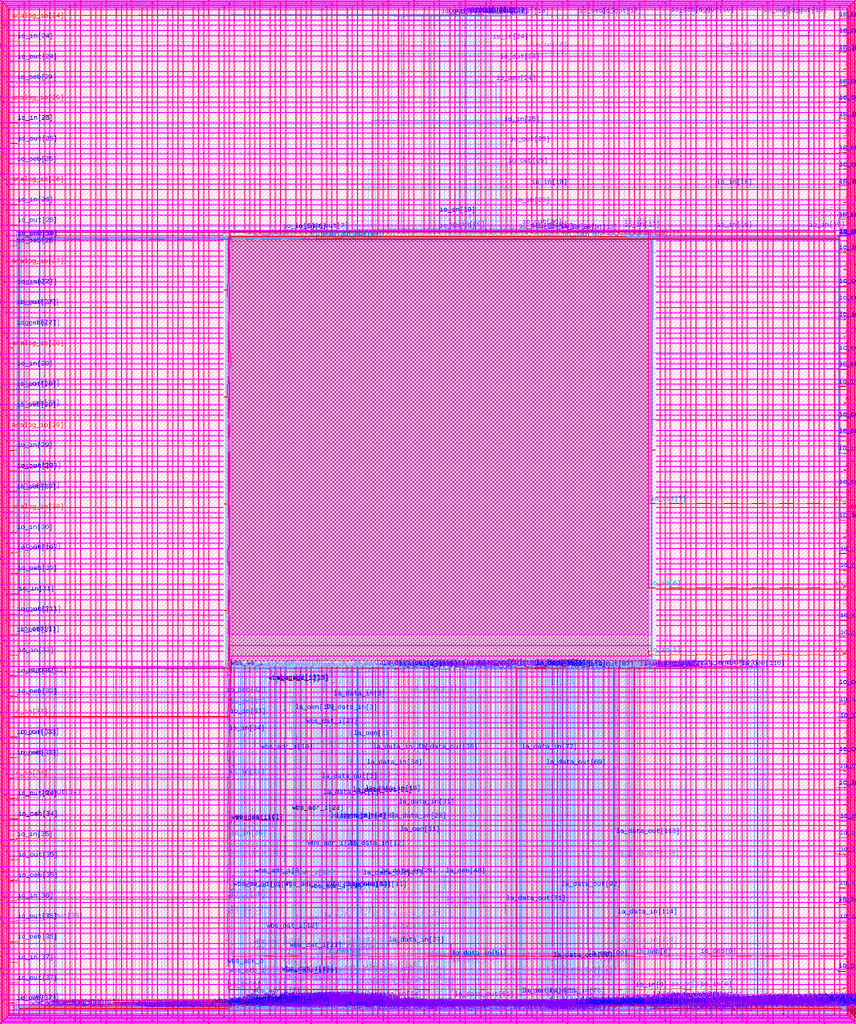
<source format=lef>
VERSION 5.7 ;
  NOWIREEXTENSIONATPIN ON ;
  DIVIDERCHAR "/" ;
  BUSBITCHARS "[]" ;
MACRO user_project_wrapper
  CLASS BLOCK ;
  FOREIGN user_project_wrapper ;
  ORIGIN 0.000 0.000 ;
  SIZE 2920.000 BY 3520.000 ;
  PIN analog_io[0]
    DIRECTION INOUT ;
    PORT
      LAYER met3 ;
        RECT 2917.600 28.980 2924.800 30.180 ;
    END
  END analog_io[0]
  PIN analog_io[10]
    DIRECTION INOUT ;
    PORT
      LAYER met3 ;
        RECT 2917.600 2374.980 2924.800 2376.180 ;
    END
  END analog_io[10]
  PIN analog_io[11]
    DIRECTION INOUT ;
    PORT
      LAYER met3 ;
        RECT 2917.600 2609.580 2924.800 2610.780 ;
    END
  END analog_io[11]
  PIN analog_io[12]
    DIRECTION INOUT ;
    PORT
      LAYER met3 ;
        RECT 2917.600 2844.180 2924.800 2845.380 ;
    END
  END analog_io[12]
  PIN analog_io[13]
    DIRECTION INOUT ;
    PORT
      LAYER met3 ;
        RECT 2917.600 3078.780 2924.800 3079.980 ;
    END
  END analog_io[13]
  PIN analog_io[14]
    DIRECTION INOUT ;
    PORT
      LAYER met3 ;
        RECT 2917.600 3313.380 2924.800 3314.580 ;
    END
  END analog_io[14]
  PIN analog_io[15]
    DIRECTION INOUT ;
    PORT
      LAYER met2 ;
        RECT 2879.090 3517.600 2879.650 3524.800 ;
    END
  END analog_io[15]
  PIN analog_io[16]
    DIRECTION INOUT ;
    PORT
      LAYER met2 ;
        RECT 2554.790 3517.600 2555.350 3524.800 ;
    END
  END analog_io[16]
  PIN analog_io[17]
    DIRECTION INOUT ;
    PORT
      LAYER met2 ;
        RECT 2230.490 3517.600 2231.050 3524.800 ;
    END
  END analog_io[17]
  PIN analog_io[18]
    DIRECTION INOUT ;
    PORT
      LAYER met2 ;
        RECT 1905.730 3517.600 1906.290 3524.800 ;
    END
  END analog_io[18]
  PIN analog_io[19]
    DIRECTION INOUT ;
    PORT
      LAYER met2 ;
        RECT 1581.430 3517.600 1581.990 3524.800 ;
    END
  END analog_io[19]
  PIN analog_io[1]
    DIRECTION INOUT ;
    PORT
      LAYER met3 ;
        RECT 2917.600 263.580 2924.800 264.780 ;
    END
  END analog_io[1]
  PIN analog_io[20]
    DIRECTION INOUT ;
    PORT
      LAYER met2 ;
        RECT 1257.130 3517.600 1257.690 3524.800 ;
    END
  END analog_io[20]
  PIN analog_io[21]
    DIRECTION INOUT ;
    PORT
      LAYER met2 ;
        RECT 932.370 3517.600 932.930 3524.800 ;
    END
  END analog_io[21]
  PIN analog_io[22]
    DIRECTION INOUT ;
    PORT
      LAYER met2 ;
        RECT 608.070 3517.600 608.630 3524.800 ;
    END
  END analog_io[22]
  PIN analog_io[23]
    DIRECTION INOUT ;
    PORT
      LAYER met2 ;
        RECT 283.770 3517.600 284.330 3524.800 ;
    END
  END analog_io[23]
  PIN analog_io[24]
    DIRECTION INOUT ;
    PORT
      LAYER met3 ;
        RECT -4.800 3482.700 2.400 3483.900 ;
    END
  END analog_io[24]
  PIN analog_io[25]
    DIRECTION INOUT ;
    PORT
      LAYER met3 ;
        RECT -4.800 3195.060 2.400 3196.260 ;
    END
  END analog_io[25]
  PIN analog_io[26]
    DIRECTION INOUT ;
    PORT
      LAYER met3 ;
        RECT -4.800 2908.100 2.400 2909.300 ;
    END
  END analog_io[26]
  PIN analog_io[27]
    DIRECTION INOUT ;
    PORT
      LAYER met3 ;
        RECT -4.800 2620.460 2.400 2621.660 ;
    END
  END analog_io[27]
  PIN analog_io[28]
    DIRECTION INOUT ;
    PORT
      LAYER met3 ;
        RECT -4.800 2333.500 2.400 2334.700 ;
    END
  END analog_io[28]
  PIN analog_io[29]
    DIRECTION INOUT ;
    PORT
      LAYER met3 ;
        RECT -4.800 2045.860 2.400 2047.060 ;
    END
  END analog_io[29]
  PIN analog_io[2]
    DIRECTION INOUT ;
    PORT
      LAYER met3 ;
        RECT 2917.600 498.180 2924.800 499.380 ;
    END
  END analog_io[2]
  PIN analog_io[30]
    DIRECTION INOUT ;
    PORT
      LAYER met3 ;
        RECT -4.800 1758.900 2.400 1760.100 ;
    END
  END analog_io[30]
  PIN analog_io[3]
    DIRECTION INOUT ;
    PORT
      LAYER met3 ;
        RECT 2917.600 732.780 2924.800 733.980 ;
    END
  END analog_io[3]
  PIN analog_io[4]
    DIRECTION INOUT ;
    PORT
      LAYER met3 ;
        RECT 2917.600 967.380 2924.800 968.580 ;
    END
  END analog_io[4]
  PIN analog_io[5]
    DIRECTION INOUT ;
    PORT
      LAYER met3 ;
        RECT 2917.600 1201.980 2924.800 1203.180 ;
    END
  END analog_io[5]
  PIN analog_io[6]
    DIRECTION INOUT ;
    PORT
      LAYER met3 ;
        RECT 2917.600 1436.580 2924.800 1437.780 ;
    END
  END analog_io[6]
  PIN analog_io[7]
    DIRECTION INOUT ;
    PORT
      LAYER met3 ;
        RECT 2917.600 1671.180 2924.800 1672.380 ;
    END
  END analog_io[7]
  PIN analog_io[8]
    DIRECTION INOUT ;
    PORT
      LAYER met3 ;
        RECT 2917.600 1905.780 2924.800 1906.980 ;
    END
  END analog_io[8]
  PIN analog_io[9]
    DIRECTION INOUT ;
    PORT
      LAYER met3 ;
        RECT 2917.600 2140.380 2924.800 2141.580 ;
    END
  END analog_io[9]
  PIN io_in[0]
    DIRECTION INPUT ;
    PORT
      LAYER met1 ;
        RECT 1691.030 84.220 1691.350 84.280 ;
        RECT 1713.110 84.220 1713.430 84.280 ;
        RECT 1691.030 84.080 1713.430 84.220 ;
        RECT 1691.030 84.020 1691.350 84.080 ;
        RECT 1713.110 84.020 1713.430 84.080 ;
        RECT 1799.590 84.220 1799.910 84.280 ;
        RECT 1811.090 84.220 1811.410 84.280 ;
        RECT 1799.590 84.080 1811.410 84.220 ;
        RECT 1799.590 84.020 1799.910 84.080 ;
        RECT 1811.090 84.020 1811.410 84.080 ;
        RECT 1896.190 84.220 1896.510 84.280 ;
        RECT 1898.030 84.220 1898.350 84.280 ;
        RECT 1896.190 84.080 1898.350 84.220 ;
        RECT 1896.190 84.020 1896.510 84.080 ;
        RECT 1898.030 84.020 1898.350 84.080 ;
        RECT 1593.970 83.880 1594.290 83.940 ;
        RECT 1607.770 83.880 1608.090 83.940 ;
        RECT 1593.970 83.740 1608.090 83.880 ;
        RECT 1593.970 83.680 1594.290 83.740 ;
        RECT 1607.770 83.680 1608.090 83.740 ;
        RECT 1993.250 83.880 1993.570 83.940 ;
        RECT 2004.290 83.880 2004.610 83.940 ;
        RECT 1993.250 83.740 2004.610 83.880 ;
        RECT 1993.250 83.680 1993.570 83.740 ;
        RECT 2004.290 83.680 2004.610 83.740 ;
        RECT 2089.850 83.880 2090.170 83.940 ;
        RECT 2091.230 83.880 2091.550 83.940 ;
        RECT 2089.850 83.740 2091.550 83.880 ;
        RECT 2089.850 83.680 2090.170 83.740 ;
        RECT 2091.230 83.680 2091.550 83.740 ;
        RECT 869.470 83.540 869.790 83.600 ;
        RECT 917.310 83.540 917.630 83.600 ;
        RECT 869.470 83.400 917.630 83.540 ;
        RECT 869.470 83.340 869.790 83.400 ;
        RECT 917.310 83.340 917.630 83.400 ;
        RECT 2221.870 83.540 2222.190 83.600 ;
        RECT 2236.130 83.540 2236.450 83.600 ;
        RECT 2221.870 83.400 2236.450 83.540 ;
        RECT 2221.870 83.340 2222.190 83.400 ;
        RECT 2236.130 83.340 2236.450 83.400 ;
        RECT 2380.110 83.540 2380.430 83.600 ;
        RECT 2414.610 83.540 2414.930 83.600 ;
        RECT 2380.110 83.400 2414.930 83.540 ;
        RECT 2380.110 83.340 2380.430 83.400 ;
        RECT 2414.610 83.340 2414.930 83.400 ;
      LAYER via ;
        RECT 1691.060 84.020 1691.320 84.280 ;
        RECT 1713.140 84.020 1713.400 84.280 ;
        RECT 1799.620 84.020 1799.880 84.280 ;
        RECT 1811.120 84.020 1811.380 84.280 ;
        RECT 1896.220 84.020 1896.480 84.280 ;
        RECT 1898.060 84.020 1898.320 84.280 ;
        RECT 1594.000 83.680 1594.260 83.940 ;
        RECT 1607.800 83.680 1608.060 83.940 ;
        RECT 1993.280 83.680 1993.540 83.940 ;
        RECT 2004.320 83.680 2004.580 83.940 ;
        RECT 2089.880 83.680 2090.140 83.940 ;
        RECT 2091.260 83.680 2091.520 83.940 ;
        RECT 869.500 83.340 869.760 83.600 ;
        RECT 917.340 83.340 917.600 83.600 ;
        RECT 2221.900 83.340 2222.160 83.600 ;
        RECT 2236.160 83.340 2236.420 83.600 ;
        RECT 2380.140 83.340 2380.400 83.600 ;
        RECT 2414.640 83.340 2414.900 83.600 ;
      LAYER met2 ;
        RECT 756.350 2723.130 756.910 2731.680 ;
        RECT 757.710 2723.130 757.990 2723.245 ;
        RECT 756.350 2722.990 757.990 2723.130 ;
        RECT 756.350 2722.680 756.910 2722.990 ;
        RECT 757.710 2722.875 757.990 2722.990 ;
        RECT 758.630 1185.395 758.910 1185.765 ;
        RECT 758.700 1105.525 758.840 1185.395 ;
        RECT 758.630 1105.155 758.910 1105.525 ;
        RECT 758.170 1031.035 758.450 1031.405 ;
        RECT 758.240 966.125 758.380 1031.035 ;
        RECT 758.170 965.755 758.450 966.125 ;
        RECT 757.250 886.195 757.530 886.565 ;
        RECT 757.320 827.405 757.460 886.195 ;
        RECT 757.250 827.035 757.530 827.405 ;
        RECT 757.710 564.555 757.990 564.925 ;
        RECT 757.780 521.405 757.920 564.555 ;
        RECT 757.710 521.035 757.990 521.405 ;
        RECT 755.410 463.915 755.690 464.285 ;
        RECT 755.480 456.805 755.620 463.915 ;
        RECT 755.410 456.435 755.690 456.805 ;
        RECT 756.790 406.795 757.070 407.165 ;
        RECT 756.860 359.565 757.000 406.795 ;
        RECT 756.790 359.195 757.070 359.565 ;
        RECT 2359.430 85.155 2359.710 85.525 ;
        RECT 2236.150 84.475 2236.430 84.845 ;
        RECT 1691.060 84.165 1691.320 84.310 ;
        RECT 1713.140 84.165 1713.400 84.310 ;
        RECT 1799.620 84.165 1799.880 84.310 ;
        RECT 1811.120 84.165 1811.380 84.310 ;
        RECT 1896.220 84.165 1896.480 84.310 ;
        RECT 1898.060 84.165 1898.320 84.310 ;
        RECT 1510.730 84.050 1511.010 84.165 ;
        RECT 1511.650 84.050 1511.930 84.165 ;
        RECT 1510.730 83.910 1511.930 84.050 ;
        RECT 1510.730 83.795 1511.010 83.910 ;
        RECT 1511.650 83.795 1511.930 83.910 ;
        RECT 1593.990 83.795 1594.270 84.165 ;
        RECT 1607.790 83.795 1608.070 84.165 ;
        RECT 1691.050 83.795 1691.330 84.165 ;
        RECT 1713.130 83.795 1713.410 84.165 ;
        RECT 1799.610 83.795 1799.890 84.165 ;
        RECT 1811.110 83.795 1811.390 84.165 ;
        RECT 1896.210 83.795 1896.490 84.165 ;
        RECT 1898.050 83.795 1898.330 84.165 ;
        RECT 1993.270 83.795 1993.550 84.165 ;
        RECT 2004.310 83.795 2004.590 84.165 ;
        RECT 2089.870 83.795 2090.150 84.165 ;
        RECT 2091.250 83.795 2091.530 84.165 ;
        RECT 2186.010 83.795 2186.290 84.165 ;
        RECT 1594.000 83.650 1594.260 83.795 ;
        RECT 1607.800 83.650 1608.060 83.795 ;
        RECT 1993.280 83.650 1993.540 83.795 ;
        RECT 2004.320 83.650 2004.580 83.795 ;
        RECT 2089.880 83.650 2090.140 83.795 ;
        RECT 2091.260 83.650 2091.520 83.795 ;
        RECT 869.500 83.485 869.760 83.630 ;
        RECT 917.340 83.485 917.600 83.630 ;
        RECT 869.490 83.115 869.770 83.485 ;
        RECT 917.330 83.115 917.610 83.485 ;
        RECT 2186.080 82.125 2186.220 83.795 ;
        RECT 2236.220 83.630 2236.360 84.475 ;
        RECT 2221.900 83.485 2222.160 83.630 ;
        RECT 2221.890 83.115 2222.170 83.485 ;
        RECT 2236.160 83.310 2236.420 83.630 ;
        RECT 2359.500 83.485 2359.640 85.155 ;
        RECT 2414.630 84.475 2414.910 84.845 ;
        RECT 2414.700 83.630 2414.840 84.475 ;
        RECT 2380.140 83.485 2380.400 83.630 ;
        RECT 2359.430 83.115 2359.710 83.485 ;
        RECT 2380.130 83.115 2380.410 83.485 ;
        RECT 2414.640 83.310 2414.900 83.630 ;
        RECT 2186.010 81.755 2186.290 82.125 ;
      LAYER via2 ;
        RECT 757.710 2722.920 757.990 2723.200 ;
        RECT 758.630 1185.440 758.910 1185.720 ;
        RECT 758.630 1105.200 758.910 1105.480 ;
        RECT 758.170 1031.080 758.450 1031.360 ;
        RECT 758.170 965.800 758.450 966.080 ;
        RECT 757.250 886.240 757.530 886.520 ;
        RECT 757.250 827.080 757.530 827.360 ;
        RECT 757.710 564.600 757.990 564.880 ;
        RECT 757.710 521.080 757.990 521.360 ;
        RECT 755.410 463.960 755.690 464.240 ;
        RECT 755.410 456.480 755.690 456.760 ;
        RECT 756.790 406.840 757.070 407.120 ;
        RECT 756.790 359.240 757.070 359.520 ;
        RECT 2359.430 85.200 2359.710 85.480 ;
        RECT 2236.150 84.520 2236.430 84.800 ;
        RECT 1510.730 83.840 1511.010 84.120 ;
        RECT 1511.650 83.840 1511.930 84.120 ;
        RECT 1593.990 83.840 1594.270 84.120 ;
        RECT 1607.790 83.840 1608.070 84.120 ;
        RECT 1691.050 83.840 1691.330 84.120 ;
        RECT 1713.130 83.840 1713.410 84.120 ;
        RECT 1799.610 83.840 1799.890 84.120 ;
        RECT 1811.110 83.840 1811.390 84.120 ;
        RECT 1896.210 83.840 1896.490 84.120 ;
        RECT 1898.050 83.840 1898.330 84.120 ;
        RECT 1993.270 83.840 1993.550 84.120 ;
        RECT 2004.310 83.840 2004.590 84.120 ;
        RECT 2089.870 83.840 2090.150 84.120 ;
        RECT 2091.250 83.840 2091.530 84.120 ;
        RECT 2186.010 83.840 2186.290 84.120 ;
        RECT 869.490 83.160 869.770 83.440 ;
        RECT 917.330 83.160 917.610 83.440 ;
        RECT 2221.890 83.160 2222.170 83.440 ;
        RECT 2414.630 84.520 2414.910 84.800 ;
        RECT 2359.430 83.160 2359.710 83.440 ;
        RECT 2380.130 83.160 2380.410 83.440 ;
        RECT 2186.010 81.800 2186.290 82.080 ;
      LAYER met3 ;
        RECT 757.685 2723.210 758.015 2723.225 ;
        RECT 758.350 2723.210 758.730 2723.220 ;
        RECT 757.685 2722.910 758.730 2723.210 ;
        RECT 757.685 2722.895 758.015 2722.910 ;
        RECT 758.350 2722.900 758.730 2722.910 ;
        RECT 753.750 2560.010 754.130 2560.020 ;
        RECT 757.430 2560.010 757.810 2560.020 ;
        RECT 753.750 2559.710 757.810 2560.010 ;
        RECT 753.750 2559.700 754.130 2559.710 ;
        RECT 757.430 2559.700 757.810 2559.710 ;
        RECT 753.750 2513.090 754.130 2513.100 ;
        RECT 753.750 2512.790 755.930 2513.090 ;
        RECT 753.750 2512.780 754.130 2512.790 ;
        RECT 755.630 2512.420 755.930 2512.790 ;
        RECT 755.590 2512.100 755.970 2512.420 ;
        RECT 757.430 2284.610 757.810 2284.620 ;
        RECT 756.550 2284.310 757.810 2284.610 ;
        RECT 756.550 2283.260 756.850 2284.310 ;
        RECT 757.430 2284.300 757.810 2284.310 ;
        RECT 756.510 2282.940 756.890 2283.260 ;
        RECT 756.510 2236.020 756.890 2236.340 ;
        RECT 756.550 2234.970 756.850 2236.020 ;
        RECT 757.430 2234.970 757.810 2234.980 ;
        RECT 756.550 2234.670 757.810 2234.970 ;
        RECT 757.430 2234.660 757.810 2234.670 ;
        RECT 757.430 2207.460 757.810 2207.780 ;
        RECT 754.670 2207.090 755.050 2207.100 ;
        RECT 757.470 2207.090 757.770 2207.460 ;
        RECT 754.670 2206.790 757.770 2207.090 ;
        RECT 754.670 2206.780 755.050 2206.790 ;
        RECT 754.670 2160.170 755.050 2160.180 ;
        RECT 758.350 2160.170 758.730 2160.180 ;
        RECT 754.670 2159.870 758.730 2160.170 ;
        RECT 754.670 2159.860 755.050 2159.870 ;
        RECT 758.350 2159.860 758.730 2159.870 ;
        RECT 758.350 2139.460 758.730 2139.780 ;
        RECT 758.390 2139.100 758.690 2139.460 ;
        RECT 758.350 2138.780 758.730 2139.100 ;
        RECT 758.350 2118.380 758.730 2118.700 ;
        RECT 758.390 2118.020 758.690 2118.380 ;
        RECT 758.350 2117.700 758.730 2118.020 ;
        RECT 756.510 2062.620 756.890 2062.940 ;
        RECT 756.550 2062.250 756.850 2062.620 ;
        RECT 757.430 2062.250 757.810 2062.260 ;
        RECT 756.550 2061.950 757.810 2062.250 ;
        RECT 757.430 2061.940 757.810 2061.950 ;
        RECT 757.430 2014.340 757.810 2014.660 ;
        RECT 755.590 2013.970 755.970 2013.980 ;
        RECT 757.470 2013.970 757.770 2014.340 ;
        RECT 755.590 2013.670 757.770 2013.970 ;
        RECT 755.590 2013.660 755.970 2013.670 ;
        RECT 755.590 1967.050 755.970 1967.060 ;
        RECT 758.350 1967.050 758.730 1967.060 ;
        RECT 755.590 1966.750 758.730 1967.050 ;
        RECT 755.590 1966.740 755.970 1966.750 ;
        RECT 758.350 1966.740 758.730 1966.750 ;
        RECT 758.350 1946.650 758.730 1946.660 ;
        RECT 757.470 1946.350 758.730 1946.650 ;
        RECT 757.470 1945.300 757.770 1946.350 ;
        RECT 758.350 1946.340 758.730 1946.350 ;
        RECT 757.430 1944.980 757.810 1945.300 ;
        RECT 757.430 1822.210 757.810 1822.220 ;
        RECT 758.350 1822.210 758.730 1822.220 ;
        RECT 757.430 1821.910 758.730 1822.210 ;
        RECT 757.430 1821.900 757.810 1821.910 ;
        RECT 758.350 1821.900 758.730 1821.910 ;
        RECT 758.350 1781.410 758.730 1781.420 ;
        RECT 757.470 1781.110 758.730 1781.410 ;
        RECT 757.470 1780.740 757.770 1781.110 ;
        RECT 758.350 1781.100 758.730 1781.110 ;
        RECT 757.430 1780.420 757.810 1780.740 ;
        RECT 757.430 1742.650 757.810 1742.660 ;
        RECT 761.110 1742.650 761.490 1742.660 ;
        RECT 757.430 1742.350 761.490 1742.650 ;
        RECT 757.430 1742.340 757.810 1742.350 ;
        RECT 761.110 1742.340 761.490 1742.350 ;
        RECT 760.190 1677.370 760.570 1677.380 ;
        RECT 761.110 1677.370 761.490 1677.380 ;
        RECT 760.190 1677.070 761.490 1677.370 ;
        RECT 760.190 1677.060 760.570 1677.070 ;
        RECT 761.110 1677.060 761.490 1677.070 ;
        RECT 760.190 1675.700 760.570 1676.020 ;
        RECT 759.270 1670.570 759.650 1670.580 ;
        RECT 760.230 1670.570 760.530 1675.700 ;
        RECT 759.270 1670.270 760.530 1670.570 ;
        RECT 759.270 1670.260 759.650 1670.270 ;
        RECT 759.270 1637.250 759.650 1637.260 ;
        RECT 757.470 1636.950 759.650 1637.250 ;
        RECT 757.470 1635.900 757.770 1636.950 ;
        RECT 759.270 1636.940 759.650 1636.950 ;
        RECT 757.430 1635.580 757.810 1635.900 ;
        RECT 753.750 1628.410 754.130 1628.420 ;
        RECT 757.430 1628.410 757.810 1628.420 ;
        RECT 753.750 1628.110 757.810 1628.410 ;
        RECT 753.750 1628.100 754.130 1628.110 ;
        RECT 757.430 1628.100 757.810 1628.110 ;
        RECT 753.750 1581.490 754.130 1581.500 ;
        RECT 756.510 1581.490 756.890 1581.500 ;
        RECT 753.750 1581.190 756.890 1581.490 ;
        RECT 753.750 1581.180 754.130 1581.190 ;
        RECT 756.510 1581.180 756.890 1581.190 ;
        RECT 756.510 1580.130 756.890 1580.140 ;
        RECT 757.430 1580.130 757.810 1580.140 ;
        RECT 756.510 1579.830 757.810 1580.130 ;
        RECT 756.510 1579.820 756.890 1579.830 ;
        RECT 757.430 1579.820 757.810 1579.830 ;
        RECT 756.510 1573.330 756.890 1573.340 ;
        RECT 757.430 1573.330 757.810 1573.340 ;
        RECT 756.510 1573.030 757.810 1573.330 ;
        RECT 756.510 1573.020 756.890 1573.030 ;
        RECT 757.430 1573.020 757.810 1573.030 ;
        RECT 755.590 1525.050 755.970 1525.060 ;
        RECT 756.510 1525.050 756.890 1525.060 ;
        RECT 755.590 1524.750 756.890 1525.050 ;
        RECT 755.590 1524.740 755.970 1524.750 ;
        RECT 756.510 1524.740 756.890 1524.750 ;
        RECT 755.590 1484.250 755.970 1484.260 ;
        RECT 758.350 1484.250 758.730 1484.260 ;
        RECT 755.590 1483.950 758.730 1484.250 ;
        RECT 755.590 1483.940 755.970 1483.950 ;
        RECT 758.350 1483.940 758.730 1483.950 ;
        RECT 758.350 1463.850 758.730 1463.860 ;
        RECT 757.470 1463.550 758.730 1463.850 ;
        RECT 757.470 1462.500 757.770 1463.550 ;
        RECT 758.350 1463.540 758.730 1463.550 ;
        RECT 757.430 1462.180 757.810 1462.500 ;
        RECT 755.590 1404.010 755.970 1404.020 ;
        RECT 757.430 1404.010 757.810 1404.020 ;
        RECT 755.590 1403.710 757.810 1404.010 ;
        RECT 755.590 1403.700 755.970 1403.710 ;
        RECT 757.430 1403.700 757.810 1403.710 ;
        RECT 755.590 1380.210 755.970 1380.220 ;
        RECT 757.430 1380.210 757.810 1380.220 ;
        RECT 755.590 1379.910 757.810 1380.210 ;
        RECT 755.590 1379.900 755.970 1379.910 ;
        RECT 757.430 1379.900 757.810 1379.910 ;
        RECT 755.590 1331.250 755.970 1331.260 ;
        RECT 757.430 1331.250 757.810 1331.260 ;
        RECT 755.590 1330.950 757.810 1331.250 ;
        RECT 755.590 1330.940 755.970 1330.950 ;
        RECT 757.430 1330.940 757.810 1330.950 ;
        RECT 755.590 1283.650 755.970 1283.660 ;
        RECT 757.430 1283.650 757.810 1283.660 ;
        RECT 755.590 1283.350 757.810 1283.650 ;
        RECT 755.590 1283.340 755.970 1283.350 ;
        RECT 757.430 1283.340 757.810 1283.350 ;
        RECT 755.590 1234.690 755.970 1234.700 ;
        RECT 757.430 1234.690 757.810 1234.700 ;
        RECT 755.590 1234.390 757.810 1234.690 ;
        RECT 755.590 1234.380 755.970 1234.390 ;
        RECT 757.430 1234.380 757.810 1234.390 ;
        RECT 755.590 1187.090 755.970 1187.100 ;
        RECT 757.430 1187.090 757.810 1187.100 ;
        RECT 755.590 1186.790 757.810 1187.090 ;
        RECT 755.590 1186.780 755.970 1186.790 ;
        RECT 757.430 1186.780 757.810 1186.790 ;
        RECT 757.430 1186.100 757.810 1186.420 ;
        RECT 757.470 1185.730 757.770 1186.100 ;
        RECT 758.605 1185.730 758.935 1185.745 ;
        RECT 757.470 1185.430 758.935 1185.730 ;
        RECT 758.605 1185.415 758.935 1185.430 ;
        RECT 758.605 1105.490 758.935 1105.505 ;
        RECT 757.470 1105.190 758.935 1105.490 ;
        RECT 757.470 1104.820 757.770 1105.190 ;
        RECT 758.605 1105.175 758.935 1105.190 ;
        RECT 757.430 1104.500 757.810 1104.820 ;
        RECT 757.430 1062.340 757.810 1062.660 ;
        RECT 756.510 1061.970 756.890 1061.980 ;
        RECT 757.470 1061.970 757.770 1062.340 ;
        RECT 756.510 1061.670 757.770 1061.970 ;
        RECT 756.510 1061.660 756.890 1061.670 ;
        RECT 756.510 1031.370 756.890 1031.380 ;
        RECT 758.145 1031.370 758.475 1031.385 ;
        RECT 756.510 1031.070 758.475 1031.370 ;
        RECT 756.510 1031.060 756.890 1031.070 ;
        RECT 758.145 1031.055 758.475 1031.070 ;
        RECT 758.145 966.100 758.475 966.105 ;
        RECT 758.145 966.090 758.730 966.100 ;
        RECT 757.920 965.790 758.730 966.090 ;
        RECT 758.145 965.780 758.730 965.790 ;
        RECT 758.145 965.775 758.475 965.780 ;
        RECT 756.510 886.530 756.890 886.540 ;
        RECT 757.225 886.530 757.555 886.545 ;
        RECT 756.510 886.230 757.555 886.530 ;
        RECT 756.510 886.220 756.890 886.230 ;
        RECT 757.225 886.215 757.555 886.230 ;
        RECT 755.590 827.370 755.970 827.380 ;
        RECT 757.225 827.370 757.555 827.385 ;
        RECT 755.590 827.070 757.555 827.370 ;
        RECT 755.590 827.060 755.970 827.070 ;
        RECT 757.225 827.055 757.555 827.070 ;
        RECT 755.590 783.170 755.970 783.180 ;
        RECT 757.430 783.170 757.810 783.180 ;
        RECT 755.590 782.870 757.810 783.170 ;
        RECT 755.590 782.860 755.970 782.870 ;
        RECT 757.430 782.860 757.810 782.870 ;
        RECT 757.430 738.970 757.810 738.980 ;
        RECT 756.550 738.670 757.810 738.970 ;
        RECT 756.550 737.620 756.850 738.670 ;
        RECT 757.430 738.660 757.810 738.670 ;
        RECT 756.510 737.300 756.890 737.620 ;
        RECT 756.510 573.730 756.890 573.740 ;
        RECT 756.510 573.430 757.770 573.730 ;
        RECT 756.510 573.420 756.890 573.430 ;
        RECT 757.470 573.060 757.770 573.430 ;
        RECT 757.430 572.740 757.810 573.060 ;
        RECT 757.430 565.260 757.810 565.580 ;
        RECT 757.470 564.905 757.770 565.260 ;
        RECT 757.470 564.590 758.015 564.905 ;
        RECT 757.685 564.575 758.015 564.590 ;
        RECT 756.510 521.370 756.890 521.380 ;
        RECT 757.685 521.370 758.015 521.385 ;
        RECT 756.510 521.070 758.015 521.370 ;
        RECT 756.510 521.060 756.890 521.070 ;
        RECT 757.685 521.055 758.015 521.070 ;
        RECT 755.385 464.250 755.715 464.265 ;
        RECT 756.510 464.250 756.890 464.260 ;
        RECT 755.385 463.950 756.890 464.250 ;
        RECT 755.385 463.935 755.715 463.950 ;
        RECT 756.510 463.940 756.890 463.950 ;
        RECT 755.385 456.770 755.715 456.785 ;
        RECT 754.710 456.470 755.715 456.770 ;
        RECT 754.710 456.100 755.010 456.470 ;
        RECT 755.385 456.455 755.715 456.470 ;
        RECT 754.670 455.780 755.050 456.100 ;
        RECT 754.670 415.290 755.050 415.300 ;
        RECT 754.670 414.990 756.850 415.290 ;
        RECT 754.670 414.980 755.050 414.990 ;
        RECT 756.550 414.620 756.850 414.990 ;
        RECT 756.510 414.300 756.890 414.620 ;
        RECT 756.765 407.140 757.095 407.145 ;
        RECT 756.510 407.130 757.095 407.140 ;
        RECT 756.310 406.830 757.095 407.130 ;
        RECT 756.510 406.820 757.095 406.830 ;
        RECT 756.765 406.815 757.095 406.820 ;
        RECT 756.765 359.530 757.095 359.545 ;
        RECT 757.430 359.530 757.810 359.540 ;
        RECT 756.765 359.230 757.810 359.530 ;
        RECT 756.765 359.215 757.095 359.230 ;
        RECT 757.430 359.220 757.810 359.230 ;
        RECT 756.510 279.290 756.890 279.300 ;
        RECT 758.350 279.290 758.730 279.300 ;
        RECT 756.510 278.990 758.730 279.290 ;
        RECT 756.510 278.980 756.890 278.990 ;
        RECT 758.350 278.980 758.730 278.990 ;
        RECT 2917.600 88.210 2924.800 88.660 ;
        RECT 2916.710 87.910 2924.800 88.210 ;
        RECT 2311.310 85.490 2311.690 85.500 ;
        RECT 2359.405 85.490 2359.735 85.505 ;
        RECT 2311.310 85.190 2359.735 85.490 ;
        RECT 2311.310 85.180 2311.690 85.190 ;
        RECT 2359.405 85.175 2359.735 85.190 ;
        RECT 2236.125 84.810 2236.455 84.825 ;
        RECT 2414.605 84.810 2414.935 84.825 ;
        RECT 1365.590 84.510 1414.650 84.810 ;
        RECT 758.350 83.450 758.730 83.460 ;
        RECT 869.465 83.450 869.795 83.465 ;
        RECT 758.350 83.150 869.795 83.450 ;
        RECT 758.350 83.140 758.730 83.150 ;
        RECT 869.465 83.135 869.795 83.150 ;
        RECT 917.305 83.450 917.635 83.465 ;
        RECT 1365.590 83.450 1365.890 84.510 ;
        RECT 917.305 83.150 1365.890 83.450 ;
        RECT 1414.350 83.450 1414.650 84.510 ;
        RECT 2236.125 84.510 2294.170 84.810 ;
        RECT 2236.125 84.495 2236.455 84.510 ;
        RECT 1510.705 84.130 1511.035 84.145 ;
        RECT 1463.110 83.830 1511.035 84.130 ;
        RECT 1463.110 83.450 1463.410 83.830 ;
        RECT 1510.705 83.815 1511.035 83.830 ;
        RECT 1511.625 84.130 1511.955 84.145 ;
        RECT 1593.965 84.130 1594.295 84.145 ;
        RECT 1511.625 83.830 1559.090 84.130 ;
        RECT 1511.625 83.815 1511.955 83.830 ;
        RECT 1414.350 83.150 1463.410 83.450 ;
        RECT 1558.790 83.450 1559.090 83.830 ;
        RECT 1559.710 83.830 1594.295 84.130 ;
        RECT 1559.710 83.450 1560.010 83.830 ;
        RECT 1593.965 83.815 1594.295 83.830 ;
        RECT 1607.765 84.130 1608.095 84.145 ;
        RECT 1691.025 84.130 1691.355 84.145 ;
        RECT 1607.765 83.830 1641.890 84.130 ;
        RECT 1607.765 83.815 1608.095 83.830 ;
        RECT 1558.790 83.150 1560.010 83.450 ;
        RECT 1641.590 83.450 1641.890 83.830 ;
        RECT 1656.310 83.830 1691.355 84.130 ;
        RECT 1656.310 83.450 1656.610 83.830 ;
        RECT 1691.025 83.815 1691.355 83.830 ;
        RECT 1713.105 84.130 1713.435 84.145 ;
        RECT 1799.585 84.130 1799.915 84.145 ;
        RECT 1713.105 83.830 1752.290 84.130 ;
        RECT 1713.105 83.815 1713.435 83.830 ;
        RECT 1641.590 83.150 1656.610 83.450 ;
        RECT 1751.990 83.450 1752.290 83.830 ;
        RECT 1752.910 83.830 1799.915 84.130 ;
        RECT 1752.910 83.450 1753.210 83.830 ;
        RECT 1799.585 83.815 1799.915 83.830 ;
        RECT 1811.085 84.130 1811.415 84.145 ;
        RECT 1896.185 84.130 1896.515 84.145 ;
        RECT 1811.085 83.830 1835.090 84.130 ;
        RECT 1811.085 83.815 1811.415 83.830 ;
        RECT 1751.990 83.150 1753.210 83.450 ;
        RECT 1834.790 83.450 1835.090 83.830 ;
        RECT 1849.510 83.830 1896.515 84.130 ;
        RECT 1849.510 83.450 1849.810 83.830 ;
        RECT 1896.185 83.815 1896.515 83.830 ;
        RECT 1898.025 84.130 1898.355 84.145 ;
        RECT 1993.245 84.130 1993.575 84.145 ;
        RECT 1898.025 83.830 1945.490 84.130 ;
        RECT 1898.025 83.815 1898.355 83.830 ;
        RECT 1834.790 83.150 1849.810 83.450 ;
        RECT 1945.190 83.450 1945.490 83.830 ;
        RECT 1946.110 83.830 1993.575 84.130 ;
        RECT 1946.110 83.450 1946.410 83.830 ;
        RECT 1993.245 83.815 1993.575 83.830 ;
        RECT 2004.285 84.130 2004.615 84.145 ;
        RECT 2089.845 84.130 2090.175 84.145 ;
        RECT 2004.285 83.830 2028.290 84.130 ;
        RECT 2004.285 83.815 2004.615 83.830 ;
        RECT 1945.190 83.150 1946.410 83.450 ;
        RECT 2027.990 83.450 2028.290 83.830 ;
        RECT 2042.710 83.830 2090.175 84.130 ;
        RECT 2042.710 83.450 2043.010 83.830 ;
        RECT 2089.845 83.815 2090.175 83.830 ;
        RECT 2091.225 84.130 2091.555 84.145 ;
        RECT 2185.985 84.130 2186.315 84.145 ;
        RECT 2091.225 83.830 2124.890 84.130 ;
        RECT 2091.225 83.815 2091.555 83.830 ;
        RECT 2027.990 83.150 2043.010 83.450 ;
        RECT 2124.590 83.450 2124.890 83.830 ;
        RECT 2139.310 83.830 2186.315 84.130 ;
        RECT 2293.870 84.130 2294.170 84.510 ;
        RECT 2414.605 84.510 2449.650 84.810 ;
        RECT 2414.605 84.495 2414.935 84.510 ;
        RECT 2311.310 84.130 2311.690 84.140 ;
        RECT 2293.870 83.830 2311.690 84.130 ;
        RECT 2449.350 84.130 2449.650 84.510 ;
        RECT 2498.110 84.510 2546.250 84.810 ;
        RECT 2449.350 83.830 2497.490 84.130 ;
        RECT 2139.310 83.450 2139.610 83.830 ;
        RECT 2185.985 83.815 2186.315 83.830 ;
        RECT 2311.310 83.820 2311.690 83.830 ;
        RECT 2221.865 83.450 2222.195 83.465 ;
        RECT 2124.590 83.150 2139.610 83.450 ;
        RECT 2221.190 83.150 2222.195 83.450 ;
        RECT 917.305 83.135 917.635 83.150 ;
        RECT 2185.985 82.090 2186.315 82.105 ;
        RECT 2221.190 82.090 2221.490 83.150 ;
        RECT 2221.865 83.135 2222.195 83.150 ;
        RECT 2359.405 83.450 2359.735 83.465 ;
        RECT 2380.105 83.450 2380.435 83.465 ;
        RECT 2359.405 83.150 2380.435 83.450 ;
        RECT 2497.190 83.450 2497.490 83.830 ;
        RECT 2498.110 83.450 2498.410 84.510 ;
        RECT 2545.950 84.130 2546.250 84.510 ;
        RECT 2594.710 84.510 2642.850 84.810 ;
        RECT 2545.950 83.830 2594.090 84.130 ;
        RECT 2497.190 83.150 2498.410 83.450 ;
        RECT 2593.790 83.450 2594.090 83.830 ;
        RECT 2594.710 83.450 2595.010 84.510 ;
        RECT 2642.550 84.130 2642.850 84.510 ;
        RECT 2691.310 84.510 2739.450 84.810 ;
        RECT 2642.550 83.830 2690.690 84.130 ;
        RECT 2593.790 83.150 2595.010 83.450 ;
        RECT 2690.390 83.450 2690.690 83.830 ;
        RECT 2691.310 83.450 2691.610 84.510 ;
        RECT 2739.150 84.130 2739.450 84.510 ;
        RECT 2787.910 84.510 2836.050 84.810 ;
        RECT 2739.150 83.830 2787.290 84.130 ;
        RECT 2690.390 83.150 2691.610 83.450 ;
        RECT 2786.990 83.450 2787.290 83.830 ;
        RECT 2787.910 83.450 2788.210 84.510 ;
        RECT 2835.750 84.130 2836.050 84.510 ;
        RECT 2916.710 84.130 2917.010 87.910 ;
        RECT 2917.600 87.460 2924.800 87.910 ;
        RECT 2835.750 83.830 2883.890 84.130 ;
        RECT 2786.990 83.150 2788.210 83.450 ;
        RECT 2883.590 83.450 2883.890 83.830 ;
        RECT 2884.510 83.830 2917.010 84.130 ;
        RECT 2884.510 83.450 2884.810 83.830 ;
        RECT 2883.590 83.150 2884.810 83.450 ;
        RECT 2359.405 83.135 2359.735 83.150 ;
        RECT 2380.105 83.135 2380.435 83.150 ;
        RECT 2185.985 81.790 2221.490 82.090 ;
        RECT 2185.985 81.775 2186.315 81.790 ;
      LAYER via3 ;
        RECT 758.380 2722.900 758.700 2723.220 ;
        RECT 753.780 2559.700 754.100 2560.020 ;
        RECT 757.460 2559.700 757.780 2560.020 ;
        RECT 753.780 2512.780 754.100 2513.100 ;
        RECT 755.620 2512.100 755.940 2512.420 ;
        RECT 757.460 2284.300 757.780 2284.620 ;
        RECT 756.540 2282.940 756.860 2283.260 ;
        RECT 756.540 2236.020 756.860 2236.340 ;
        RECT 757.460 2234.660 757.780 2234.980 ;
        RECT 757.460 2207.460 757.780 2207.780 ;
        RECT 754.700 2206.780 755.020 2207.100 ;
        RECT 754.700 2159.860 755.020 2160.180 ;
        RECT 758.380 2159.860 758.700 2160.180 ;
        RECT 758.380 2139.460 758.700 2139.780 ;
        RECT 758.380 2138.780 758.700 2139.100 ;
        RECT 758.380 2118.380 758.700 2118.700 ;
        RECT 758.380 2117.700 758.700 2118.020 ;
        RECT 756.540 2062.620 756.860 2062.940 ;
        RECT 757.460 2061.940 757.780 2062.260 ;
        RECT 757.460 2014.340 757.780 2014.660 ;
        RECT 755.620 2013.660 755.940 2013.980 ;
        RECT 755.620 1966.740 755.940 1967.060 ;
        RECT 758.380 1966.740 758.700 1967.060 ;
        RECT 758.380 1946.340 758.700 1946.660 ;
        RECT 757.460 1944.980 757.780 1945.300 ;
        RECT 757.460 1821.900 757.780 1822.220 ;
        RECT 758.380 1821.900 758.700 1822.220 ;
        RECT 758.380 1781.100 758.700 1781.420 ;
        RECT 757.460 1780.420 757.780 1780.740 ;
        RECT 757.460 1742.340 757.780 1742.660 ;
        RECT 761.140 1742.340 761.460 1742.660 ;
        RECT 760.220 1677.060 760.540 1677.380 ;
        RECT 761.140 1677.060 761.460 1677.380 ;
        RECT 760.220 1675.700 760.540 1676.020 ;
        RECT 759.300 1670.260 759.620 1670.580 ;
        RECT 759.300 1636.940 759.620 1637.260 ;
        RECT 757.460 1635.580 757.780 1635.900 ;
        RECT 753.780 1628.100 754.100 1628.420 ;
        RECT 757.460 1628.100 757.780 1628.420 ;
        RECT 753.780 1581.180 754.100 1581.500 ;
        RECT 756.540 1581.180 756.860 1581.500 ;
        RECT 756.540 1579.820 756.860 1580.140 ;
        RECT 757.460 1579.820 757.780 1580.140 ;
        RECT 756.540 1573.020 756.860 1573.340 ;
        RECT 757.460 1573.020 757.780 1573.340 ;
        RECT 755.620 1524.740 755.940 1525.060 ;
        RECT 756.540 1524.740 756.860 1525.060 ;
        RECT 755.620 1483.940 755.940 1484.260 ;
        RECT 758.380 1483.940 758.700 1484.260 ;
        RECT 758.380 1463.540 758.700 1463.860 ;
        RECT 757.460 1462.180 757.780 1462.500 ;
        RECT 755.620 1403.700 755.940 1404.020 ;
        RECT 757.460 1403.700 757.780 1404.020 ;
        RECT 755.620 1379.900 755.940 1380.220 ;
        RECT 757.460 1379.900 757.780 1380.220 ;
        RECT 755.620 1330.940 755.940 1331.260 ;
        RECT 757.460 1330.940 757.780 1331.260 ;
        RECT 755.620 1283.340 755.940 1283.660 ;
        RECT 757.460 1283.340 757.780 1283.660 ;
        RECT 755.620 1234.380 755.940 1234.700 ;
        RECT 757.460 1234.380 757.780 1234.700 ;
        RECT 755.620 1186.780 755.940 1187.100 ;
        RECT 757.460 1186.780 757.780 1187.100 ;
        RECT 757.460 1186.100 757.780 1186.420 ;
        RECT 757.460 1104.500 757.780 1104.820 ;
        RECT 757.460 1062.340 757.780 1062.660 ;
        RECT 756.540 1061.660 756.860 1061.980 ;
        RECT 756.540 1031.060 756.860 1031.380 ;
        RECT 758.380 965.780 758.700 966.100 ;
        RECT 756.540 886.220 756.860 886.540 ;
        RECT 755.620 827.060 755.940 827.380 ;
        RECT 755.620 782.860 755.940 783.180 ;
        RECT 757.460 782.860 757.780 783.180 ;
        RECT 757.460 738.660 757.780 738.980 ;
        RECT 756.540 737.300 756.860 737.620 ;
        RECT 756.540 573.420 756.860 573.740 ;
        RECT 757.460 572.740 757.780 573.060 ;
        RECT 757.460 565.260 757.780 565.580 ;
        RECT 756.540 521.060 756.860 521.380 ;
        RECT 756.540 463.940 756.860 464.260 ;
        RECT 754.700 455.780 755.020 456.100 ;
        RECT 754.700 414.980 755.020 415.300 ;
        RECT 756.540 414.300 756.860 414.620 ;
        RECT 756.540 406.820 756.860 407.140 ;
        RECT 757.460 359.220 757.780 359.540 ;
        RECT 756.540 278.980 756.860 279.300 ;
        RECT 758.380 278.980 758.700 279.300 ;
        RECT 2311.340 85.180 2311.660 85.500 ;
        RECT 758.380 83.140 758.700 83.460 ;
        RECT 2311.340 83.820 2311.660 84.140 ;
      LAYER met4 ;
        RECT 758.375 2722.895 758.705 2723.225 ;
        RECT 758.390 2670.850 758.690 2722.895 ;
        RECT 757.470 2670.550 758.690 2670.850 ;
        RECT 757.470 2560.025 757.770 2670.550 ;
        RECT 753.775 2559.695 754.105 2560.025 ;
        RECT 757.455 2559.695 757.785 2560.025 ;
        RECT 753.790 2513.105 754.090 2559.695 ;
        RECT 753.775 2512.775 754.105 2513.105 ;
        RECT 755.615 2512.095 755.945 2512.425 ;
        RECT 755.630 2477.050 755.930 2512.095 ;
        RECT 755.630 2476.750 756.850 2477.050 ;
        RECT 756.550 2426.050 756.850 2476.750 ;
        RECT 756.550 2425.750 757.770 2426.050 ;
        RECT 757.470 2284.625 757.770 2425.750 ;
        RECT 757.455 2284.295 757.785 2284.625 ;
        RECT 756.535 2282.935 756.865 2283.265 ;
        RECT 756.550 2236.345 756.850 2282.935 ;
        RECT 756.535 2236.015 756.865 2236.345 ;
        RECT 757.455 2234.655 757.785 2234.985 ;
        RECT 757.470 2207.785 757.770 2234.655 ;
        RECT 757.455 2207.455 757.785 2207.785 ;
        RECT 754.695 2206.775 755.025 2207.105 ;
        RECT 754.710 2160.185 755.010 2206.775 ;
        RECT 754.695 2159.855 755.025 2160.185 ;
        RECT 758.375 2159.855 758.705 2160.185 ;
        RECT 758.390 2139.785 758.690 2159.855 ;
        RECT 758.375 2139.455 758.705 2139.785 ;
        RECT 758.375 2138.775 758.705 2139.105 ;
        RECT 758.390 2118.705 758.690 2138.775 ;
        RECT 758.375 2118.375 758.705 2118.705 ;
        RECT 758.375 2117.695 758.705 2118.025 ;
        RECT 758.390 2089.450 758.690 2117.695 ;
        RECT 756.550 2089.150 758.690 2089.450 ;
        RECT 756.550 2062.945 756.850 2089.150 ;
        RECT 756.535 2062.615 756.865 2062.945 ;
        RECT 757.455 2061.935 757.785 2062.265 ;
        RECT 757.470 2014.665 757.770 2061.935 ;
        RECT 757.455 2014.335 757.785 2014.665 ;
        RECT 755.615 2013.655 755.945 2013.985 ;
        RECT 755.630 1967.065 755.930 2013.655 ;
        RECT 755.615 1966.735 755.945 1967.065 ;
        RECT 758.375 1966.735 758.705 1967.065 ;
        RECT 758.390 1946.665 758.690 1966.735 ;
        RECT 758.375 1946.335 758.705 1946.665 ;
        RECT 757.455 1944.975 757.785 1945.305 ;
        RECT 757.470 1822.225 757.770 1944.975 ;
        RECT 757.455 1821.895 757.785 1822.225 ;
        RECT 758.375 1821.895 758.705 1822.225 ;
        RECT 758.390 1781.425 758.690 1821.895 ;
        RECT 758.375 1781.095 758.705 1781.425 ;
        RECT 757.455 1780.415 757.785 1780.745 ;
        RECT 757.470 1742.665 757.770 1780.415 ;
        RECT 757.455 1742.335 757.785 1742.665 ;
        RECT 761.135 1742.335 761.465 1742.665 ;
        RECT 761.150 1677.385 761.450 1742.335 ;
        RECT 760.215 1677.055 760.545 1677.385 ;
        RECT 761.135 1677.055 761.465 1677.385 ;
        RECT 760.230 1676.025 760.530 1677.055 ;
        RECT 760.215 1675.695 760.545 1676.025 ;
        RECT 759.295 1670.255 759.625 1670.585 ;
        RECT 759.310 1637.265 759.610 1670.255 ;
        RECT 759.295 1636.935 759.625 1637.265 ;
        RECT 757.455 1635.575 757.785 1635.905 ;
        RECT 757.470 1628.425 757.770 1635.575 ;
        RECT 753.775 1628.095 754.105 1628.425 ;
        RECT 757.455 1628.095 757.785 1628.425 ;
        RECT 753.790 1581.505 754.090 1628.095 ;
        RECT 753.775 1581.175 754.105 1581.505 ;
        RECT 756.535 1581.175 756.865 1581.505 ;
        RECT 756.550 1580.145 756.850 1581.175 ;
        RECT 756.535 1579.815 756.865 1580.145 ;
        RECT 757.455 1579.815 757.785 1580.145 ;
        RECT 757.470 1573.345 757.770 1579.815 ;
        RECT 756.535 1573.015 756.865 1573.345 ;
        RECT 757.455 1573.015 757.785 1573.345 ;
        RECT 756.550 1525.065 756.850 1573.015 ;
        RECT 755.615 1524.735 755.945 1525.065 ;
        RECT 756.535 1524.735 756.865 1525.065 ;
        RECT 755.630 1484.265 755.930 1524.735 ;
        RECT 755.615 1483.935 755.945 1484.265 ;
        RECT 758.375 1483.935 758.705 1484.265 ;
        RECT 758.390 1463.865 758.690 1483.935 ;
        RECT 758.375 1463.535 758.705 1463.865 ;
        RECT 757.455 1462.175 757.785 1462.505 ;
        RECT 757.470 1404.025 757.770 1462.175 ;
        RECT 755.615 1403.695 755.945 1404.025 ;
        RECT 757.455 1403.695 757.785 1404.025 ;
        RECT 755.630 1380.225 755.930 1403.695 ;
        RECT 755.615 1379.895 755.945 1380.225 ;
        RECT 757.455 1379.895 757.785 1380.225 ;
        RECT 757.470 1331.265 757.770 1379.895 ;
        RECT 755.615 1330.935 755.945 1331.265 ;
        RECT 757.455 1330.935 757.785 1331.265 ;
        RECT 755.630 1283.665 755.930 1330.935 ;
        RECT 755.615 1283.335 755.945 1283.665 ;
        RECT 757.455 1283.335 757.785 1283.665 ;
        RECT 757.470 1234.705 757.770 1283.335 ;
        RECT 755.615 1234.375 755.945 1234.705 ;
        RECT 757.455 1234.375 757.785 1234.705 ;
        RECT 755.630 1187.105 755.930 1234.375 ;
        RECT 755.615 1186.775 755.945 1187.105 ;
        RECT 757.455 1186.775 757.785 1187.105 ;
        RECT 757.470 1186.425 757.770 1186.775 ;
        RECT 757.455 1186.095 757.785 1186.425 ;
        RECT 757.455 1104.495 757.785 1104.825 ;
        RECT 757.470 1062.665 757.770 1104.495 ;
        RECT 757.455 1062.335 757.785 1062.665 ;
        RECT 756.535 1061.655 756.865 1061.985 ;
        RECT 756.550 1031.385 756.850 1061.655 ;
        RECT 756.535 1031.055 756.865 1031.385 ;
        RECT 758.375 965.775 758.705 966.105 ;
        RECT 758.390 940.250 758.690 965.775 ;
        RECT 756.550 939.950 758.690 940.250 ;
        RECT 756.550 886.545 756.850 939.950 ;
        RECT 756.535 886.215 756.865 886.545 ;
        RECT 755.615 827.055 755.945 827.385 ;
        RECT 755.630 783.185 755.930 827.055 ;
        RECT 755.615 782.855 755.945 783.185 ;
        RECT 757.455 782.855 757.785 783.185 ;
        RECT 757.470 738.985 757.770 782.855 ;
        RECT 757.455 738.655 757.785 738.985 ;
        RECT 756.535 737.295 756.865 737.625 ;
        RECT 756.550 573.745 756.850 737.295 ;
        RECT 756.535 573.415 756.865 573.745 ;
        RECT 757.455 572.735 757.785 573.065 ;
        RECT 757.470 565.585 757.770 572.735 ;
        RECT 757.455 565.255 757.785 565.585 ;
        RECT 756.535 521.055 756.865 521.385 ;
        RECT 756.550 464.265 756.850 521.055 ;
        RECT 756.535 463.935 756.865 464.265 ;
        RECT 754.695 455.775 755.025 456.105 ;
        RECT 754.710 415.305 755.010 455.775 ;
        RECT 754.695 414.975 755.025 415.305 ;
        RECT 756.535 414.295 756.865 414.625 ;
        RECT 756.550 407.145 756.850 414.295 ;
        RECT 756.535 406.815 756.865 407.145 ;
        RECT 757.455 359.215 757.785 359.545 ;
        RECT 757.470 348.650 757.770 359.215 ;
        RECT 756.550 348.350 757.770 348.650 ;
        RECT 756.550 279.305 756.850 348.350 ;
        RECT 756.535 278.975 756.865 279.305 ;
        RECT 758.375 278.975 758.705 279.305 ;
        RECT 758.390 165.050 758.690 278.975 ;
        RECT 758.390 164.750 759.610 165.050 ;
        RECT 759.310 117.450 759.610 164.750 ;
        RECT 758.390 117.150 759.610 117.450 ;
        RECT 758.390 83.465 758.690 117.150 ;
        RECT 2311.335 85.175 2311.665 85.505 ;
        RECT 2311.350 84.145 2311.650 85.175 ;
        RECT 2311.335 83.815 2311.665 84.145 ;
        RECT 758.375 83.135 758.705 83.465 ;
    END
  END io_in[0]
  PIN io_in[10]
    DIRECTION INPUT ;
    PORT
      LAYER met1 ;
        RECT 1145.010 2724.320 1145.330 2724.380 ;
        RECT 2248.550 2724.320 2248.870 2724.380 ;
        RECT 1145.010 2724.180 2248.870 2724.320 ;
        RECT 1145.010 2724.120 1145.330 2724.180 ;
        RECT 2248.550 2724.120 2248.870 2724.180 ;
        RECT 2248.550 2435.660 2248.870 2435.720 ;
        RECT 2900.370 2435.660 2900.690 2435.720 ;
        RECT 2248.550 2435.520 2900.690 2435.660 ;
        RECT 2248.550 2435.460 2248.870 2435.520 ;
        RECT 2900.370 2435.460 2900.690 2435.520 ;
      LAYER via ;
        RECT 1145.040 2724.120 1145.300 2724.380 ;
        RECT 2248.580 2724.120 2248.840 2724.380 ;
        RECT 2248.580 2435.460 2248.840 2435.720 ;
        RECT 2900.400 2435.460 2900.660 2435.720 ;
      LAYER met2 ;
        RECT 1144.130 2724.490 1144.690 2731.680 ;
        RECT 1144.130 2724.410 1145.240 2724.490 ;
        RECT 1144.130 2724.350 1145.300 2724.410 ;
        RECT 1144.130 2722.680 1144.690 2724.350 ;
        RECT 1145.040 2724.090 1145.300 2724.350 ;
        RECT 2248.580 2724.090 2248.840 2724.410 ;
        RECT 2248.640 2435.750 2248.780 2724.090 ;
        RECT 2248.580 2435.430 2248.840 2435.750 ;
        RECT 2900.400 2435.430 2900.660 2435.750 ;
        RECT 2900.460 2434.245 2900.600 2435.430 ;
        RECT 2900.390 2433.875 2900.670 2434.245 ;
      LAYER via2 ;
        RECT 2900.390 2433.920 2900.670 2434.200 ;
      LAYER met3 ;
        RECT 2900.365 2434.210 2900.695 2434.225 ;
        RECT 2917.600 2434.210 2924.800 2434.660 ;
        RECT 2900.365 2433.910 2924.800 2434.210 ;
        RECT 2900.365 2433.895 2900.695 2433.910 ;
        RECT 2917.600 2433.460 2924.800 2433.910 ;
    END
  END io_in[10]
  PIN io_in[11]
    DIRECTION INPUT ;
    PORT
      LAYER met1 ;
        RECT 1184.570 2724.660 1184.890 2724.720 ;
        RECT 2245.330 2724.660 2245.650 2724.720 ;
        RECT 1184.570 2724.520 2245.650 2724.660 ;
        RECT 1184.570 2724.460 1184.890 2724.520 ;
        RECT 2245.330 2724.460 2245.650 2724.520 ;
        RECT 2245.330 2670.260 2245.650 2670.320 ;
        RECT 2899.450 2670.260 2899.770 2670.320 ;
        RECT 2245.330 2670.120 2899.770 2670.260 ;
        RECT 2245.330 2670.060 2245.650 2670.120 ;
        RECT 2899.450 2670.060 2899.770 2670.120 ;
      LAYER via ;
        RECT 1184.600 2724.460 1184.860 2724.720 ;
        RECT 2245.360 2724.460 2245.620 2724.720 ;
        RECT 2245.360 2670.060 2245.620 2670.320 ;
        RECT 2899.480 2670.060 2899.740 2670.320 ;
      LAYER met2 ;
        RECT 1182.770 2724.490 1183.330 2731.680 ;
        RECT 1184.600 2724.490 1184.860 2724.750 ;
        RECT 1182.770 2724.430 1184.860 2724.490 ;
        RECT 2245.360 2724.430 2245.620 2724.750 ;
        RECT 1182.770 2724.350 1184.800 2724.430 ;
        RECT 1182.770 2722.680 1183.330 2724.350 ;
        RECT 2245.420 2670.350 2245.560 2724.430 ;
        RECT 2245.360 2670.030 2245.620 2670.350 ;
        RECT 2899.480 2670.030 2899.740 2670.350 ;
        RECT 2899.540 2669.525 2899.680 2670.030 ;
        RECT 2899.470 2669.155 2899.750 2669.525 ;
      LAYER via2 ;
        RECT 2899.470 2669.200 2899.750 2669.480 ;
      LAYER met3 ;
        RECT 2899.445 2669.490 2899.775 2669.505 ;
        RECT 2917.600 2669.490 2924.800 2669.940 ;
        RECT 2899.445 2669.190 2924.800 2669.490 ;
        RECT 2899.445 2669.175 2899.775 2669.190 ;
        RECT 2917.600 2668.740 2924.800 2669.190 ;
    END
  END io_in[11]
  PIN io_in[12]
    DIRECTION INPUT ;
    PORT
      LAYER met1 ;
        RECT 1227.810 2898.400 1228.130 2898.460 ;
        RECT 2900.830 2898.400 2901.150 2898.460 ;
        RECT 1227.810 2898.260 2901.150 2898.400 ;
        RECT 1227.810 2898.200 1228.130 2898.260 ;
        RECT 2900.830 2898.200 2901.150 2898.260 ;
      LAYER via ;
        RECT 1227.840 2898.200 1228.100 2898.460 ;
        RECT 2900.860 2898.200 2901.120 2898.460 ;
      LAYER met2 ;
        RECT 2900.850 2903.755 2901.130 2904.125 ;
        RECT 2900.920 2898.490 2901.060 2903.755 ;
        RECT 1227.840 2898.170 1228.100 2898.490 ;
        RECT 2900.860 2898.170 2901.120 2898.490 ;
        RECT 1227.900 2731.970 1228.040 2898.170 ;
        RECT 1224.680 2731.830 1228.040 2731.970 ;
        RECT 1221.870 2731.290 1222.430 2731.680 ;
        RECT 1224.680 2731.290 1224.820 2731.830 ;
        RECT 1221.870 2731.150 1224.820 2731.290 ;
        RECT 1221.870 2722.680 1222.430 2731.150 ;
      LAYER via2 ;
        RECT 2900.850 2903.800 2901.130 2904.080 ;
      LAYER met3 ;
        RECT 2900.825 2904.090 2901.155 2904.105 ;
        RECT 2917.600 2904.090 2924.800 2904.540 ;
        RECT 2900.825 2903.790 2924.800 2904.090 ;
        RECT 2900.825 2903.775 2901.155 2903.790 ;
        RECT 2917.600 2903.340 2924.800 2903.790 ;
    END
  END io_in[12]
  PIN io_in[13]
    DIRECTION INPUT ;
    PORT
      LAYER met1 ;
        RECT 1262.310 3133.000 1262.630 3133.060 ;
        RECT 2900.830 3133.000 2901.150 3133.060 ;
        RECT 1262.310 3132.860 2901.150 3133.000 ;
        RECT 1262.310 3132.800 1262.630 3132.860 ;
        RECT 2900.830 3132.800 2901.150 3132.860 ;
      LAYER via ;
        RECT 1262.340 3132.800 1262.600 3133.060 ;
        RECT 2900.860 3132.800 2901.120 3133.060 ;
      LAYER met2 ;
        RECT 2900.850 3138.355 2901.130 3138.725 ;
        RECT 2900.920 3133.090 2901.060 3138.355 ;
        RECT 1262.340 3132.770 1262.600 3133.090 ;
        RECT 2900.860 3132.770 2901.120 3133.090 ;
        RECT 1260.510 2731.290 1261.070 2731.680 ;
        RECT 1262.400 2731.290 1262.540 3132.770 ;
        RECT 1260.510 2731.150 1262.540 2731.290 ;
        RECT 1260.510 2722.680 1261.070 2731.150 ;
      LAYER via2 ;
        RECT 2900.850 3138.400 2901.130 3138.680 ;
      LAYER met3 ;
        RECT 2900.825 3138.690 2901.155 3138.705 ;
        RECT 2917.600 3138.690 2924.800 3139.140 ;
        RECT 2900.825 3138.390 2924.800 3138.690 ;
        RECT 2900.825 3138.375 2901.155 3138.390 ;
        RECT 2917.600 3137.940 2924.800 3138.390 ;
    END
  END io_in[13]
  PIN io_in[14]
    DIRECTION INPUT ;
    PORT
      LAYER met1 ;
        RECT 1303.710 3367.600 1304.030 3367.660 ;
        RECT 2900.830 3367.600 2901.150 3367.660 ;
        RECT 1303.710 3367.460 2901.150 3367.600 ;
        RECT 1303.710 3367.400 1304.030 3367.460 ;
        RECT 2900.830 3367.400 2901.150 3367.460 ;
      LAYER via ;
        RECT 1303.740 3367.400 1304.000 3367.660 ;
        RECT 2900.860 3367.400 2901.120 3367.660 ;
      LAYER met2 ;
        RECT 2900.850 3372.955 2901.130 3373.325 ;
        RECT 2900.920 3367.690 2901.060 3372.955 ;
        RECT 1303.740 3367.370 1304.000 3367.690 ;
        RECT 2900.860 3367.370 2901.120 3367.690 ;
        RECT 1303.800 2731.970 1303.940 3367.370 ;
        RECT 1301.500 2731.830 1303.940 2731.970 ;
        RECT 1299.150 2730.610 1299.710 2731.680 ;
        RECT 1301.500 2730.610 1301.640 2731.830 ;
        RECT 1299.150 2730.470 1301.640 2730.610 ;
        RECT 1299.150 2722.680 1299.710 2730.470 ;
      LAYER via2 ;
        RECT 2900.850 3373.000 2901.130 3373.280 ;
      LAYER met3 ;
        RECT 2900.825 3373.290 2901.155 3373.305 ;
        RECT 2917.600 3373.290 2924.800 3373.740 ;
        RECT 2900.825 3372.990 2924.800 3373.290 ;
        RECT 2900.825 3372.975 2901.155 3372.990 ;
        RECT 2917.600 3372.540 2924.800 3372.990 ;
    END
  END io_in[14]
  PIN io_in[15]
    DIRECTION INPUT ;
    PORT
      LAYER li1 ;
        RECT 2796.485 3332.765 2796.655 3422.355 ;
        RECT 2795.565 3008.405 2795.735 3042.915 ;
        RECT 2796.485 2946.525 2796.655 2994.635 ;
        RECT 2795.105 2753.065 2795.275 2801.175 ;
      LAYER mcon ;
        RECT 2796.485 3422.185 2796.655 3422.355 ;
        RECT 2795.565 3042.745 2795.735 3042.915 ;
        RECT 2796.485 2994.465 2796.655 2994.635 ;
        RECT 2795.105 2801.005 2795.275 2801.175 ;
      LAYER met1 ;
        RECT 2795.490 3443.080 2795.810 3443.140 ;
        RECT 2798.250 3443.080 2798.570 3443.140 ;
        RECT 2795.490 3442.940 2798.570 3443.080 ;
        RECT 2795.490 3442.880 2795.810 3442.940 ;
        RECT 2798.250 3442.880 2798.570 3442.940 ;
        RECT 2795.030 3422.340 2795.350 3422.400 ;
        RECT 2796.425 3422.340 2796.715 3422.385 ;
        RECT 2795.030 3422.200 2796.715 3422.340 ;
        RECT 2795.030 3422.140 2795.350 3422.200 ;
        RECT 2796.425 3422.155 2796.715 3422.200 ;
        RECT 2796.425 3332.920 2796.715 3332.965 ;
        RECT 2796.870 3332.920 2797.190 3332.980 ;
        RECT 2796.425 3332.780 2797.190 3332.920 ;
        RECT 2796.425 3332.735 2796.715 3332.780 ;
        RECT 2796.870 3332.720 2797.190 3332.780 ;
        RECT 2795.490 3236.360 2795.810 3236.420 ;
        RECT 2795.950 3236.360 2796.270 3236.420 ;
        RECT 2795.490 3236.220 2796.270 3236.360 ;
        RECT 2795.490 3236.160 2795.810 3236.220 ;
        RECT 2795.950 3236.160 2796.270 3236.220 ;
        RECT 2795.490 3202.020 2795.810 3202.080 ;
        RECT 2795.950 3202.020 2796.270 3202.080 ;
        RECT 2795.490 3201.880 2796.270 3202.020 ;
        RECT 2795.490 3201.820 2795.810 3201.880 ;
        RECT 2795.950 3201.820 2796.270 3201.880 ;
        RECT 2795.030 3153.400 2795.350 3153.460 ;
        RECT 2795.950 3153.400 2796.270 3153.460 ;
        RECT 2795.030 3153.260 2796.270 3153.400 ;
        RECT 2795.030 3153.200 2795.350 3153.260 ;
        RECT 2795.950 3153.200 2796.270 3153.260 ;
        RECT 2795.030 3056.840 2795.350 3056.900 ;
        RECT 2795.950 3056.840 2796.270 3056.900 ;
        RECT 2795.030 3056.700 2796.270 3056.840 ;
        RECT 2795.030 3056.640 2795.350 3056.700 ;
        RECT 2795.950 3056.640 2796.270 3056.700 ;
        RECT 2795.490 3042.900 2795.810 3042.960 ;
        RECT 2795.295 3042.760 2795.810 3042.900 ;
        RECT 2795.490 3042.700 2795.810 3042.760 ;
        RECT 2795.505 3008.560 2795.795 3008.605 ;
        RECT 2796.410 3008.560 2796.730 3008.620 ;
        RECT 2795.505 3008.420 2796.730 3008.560 ;
        RECT 2795.505 3008.375 2795.795 3008.420 ;
        RECT 2796.410 3008.360 2796.730 3008.420 ;
        RECT 2796.410 2994.620 2796.730 2994.680 ;
        RECT 2796.215 2994.480 2796.730 2994.620 ;
        RECT 2796.410 2994.420 2796.730 2994.480 ;
        RECT 2796.425 2946.680 2796.715 2946.725 ;
        RECT 2796.870 2946.680 2797.190 2946.740 ;
        RECT 2796.425 2946.540 2797.190 2946.680 ;
        RECT 2796.425 2946.495 2796.715 2946.540 ;
        RECT 2796.870 2946.480 2797.190 2946.540 ;
        RECT 2796.870 2912.340 2797.190 2912.400 ;
        RECT 2796.500 2912.200 2797.190 2912.340 ;
        RECT 2796.500 2911.720 2796.640 2912.200 ;
        RECT 2796.870 2912.140 2797.190 2912.200 ;
        RECT 2796.410 2911.460 2796.730 2911.720 ;
        RECT 2795.030 2815.580 2795.350 2815.840 ;
        RECT 2795.120 2815.160 2795.260 2815.580 ;
        RECT 2795.030 2814.900 2795.350 2815.160 ;
        RECT 2795.030 2801.160 2795.350 2801.220 ;
        RECT 2794.835 2801.020 2795.350 2801.160 ;
        RECT 2795.030 2800.960 2795.350 2801.020 ;
        RECT 2795.045 2753.220 2795.335 2753.265 ;
        RECT 2795.490 2753.220 2795.810 2753.280 ;
        RECT 2795.045 2753.080 2795.810 2753.220 ;
        RECT 2795.045 2753.035 2795.335 2753.080 ;
        RECT 2795.490 2753.020 2795.810 2753.080 ;
        RECT 1338.210 2749.480 1338.530 2749.540 ;
        RECT 2795.490 2749.480 2795.810 2749.540 ;
        RECT 1338.210 2749.340 2795.810 2749.480 ;
        RECT 1338.210 2749.280 1338.530 2749.340 ;
        RECT 2795.490 2749.280 2795.810 2749.340 ;
      LAYER via ;
        RECT 2795.520 3442.880 2795.780 3443.140 ;
        RECT 2798.280 3442.880 2798.540 3443.140 ;
        RECT 2795.060 3422.140 2795.320 3422.400 ;
        RECT 2796.900 3332.720 2797.160 3332.980 ;
        RECT 2795.520 3236.160 2795.780 3236.420 ;
        RECT 2795.980 3236.160 2796.240 3236.420 ;
        RECT 2795.520 3201.820 2795.780 3202.080 ;
        RECT 2795.980 3201.820 2796.240 3202.080 ;
        RECT 2795.060 3153.200 2795.320 3153.460 ;
        RECT 2795.980 3153.200 2796.240 3153.460 ;
        RECT 2795.060 3056.640 2795.320 3056.900 ;
        RECT 2795.980 3056.640 2796.240 3056.900 ;
        RECT 2795.520 3042.700 2795.780 3042.960 ;
        RECT 2796.440 3008.360 2796.700 3008.620 ;
        RECT 2796.440 2994.420 2796.700 2994.680 ;
        RECT 2796.900 2946.480 2797.160 2946.740 ;
        RECT 2796.900 2912.140 2797.160 2912.400 ;
        RECT 2796.440 2911.460 2796.700 2911.720 ;
        RECT 2795.060 2815.580 2795.320 2815.840 ;
        RECT 2795.060 2814.900 2795.320 2815.160 ;
        RECT 2795.060 2800.960 2795.320 2801.220 ;
        RECT 2795.520 2753.020 2795.780 2753.280 ;
        RECT 1338.240 2749.280 1338.500 2749.540 ;
        RECT 2795.520 2749.280 2795.780 2749.540 ;
      LAYER met2 ;
        RECT 2798.130 3517.600 2798.690 3524.800 ;
        RECT 2798.340 3443.170 2798.480 3517.600 ;
        RECT 2795.520 3442.850 2795.780 3443.170 ;
        RECT 2798.280 3442.850 2798.540 3443.170 ;
        RECT 2795.580 3429.650 2795.720 3442.850 ;
        RECT 2795.120 3429.510 2795.720 3429.650 ;
        RECT 2795.120 3422.430 2795.260 3429.510 ;
        RECT 2795.060 3422.110 2795.320 3422.430 ;
        RECT 2796.900 3332.690 2797.160 3333.010 ;
        RECT 2796.960 3298.410 2797.100 3332.690 ;
        RECT 2796.040 3298.270 2797.100 3298.410 ;
        RECT 2796.040 3236.450 2796.180 3298.270 ;
        RECT 2795.520 3236.130 2795.780 3236.450 ;
        RECT 2795.980 3236.130 2796.240 3236.450 ;
        RECT 2795.580 3202.110 2795.720 3236.130 ;
        RECT 2795.520 3201.790 2795.780 3202.110 ;
        RECT 2795.980 3201.790 2796.240 3202.110 ;
        RECT 2796.040 3153.490 2796.180 3201.790 ;
        RECT 2795.060 3153.170 2795.320 3153.490 ;
        RECT 2795.980 3153.170 2796.240 3153.490 ;
        RECT 2795.120 3152.890 2795.260 3153.170 ;
        RECT 2795.120 3152.750 2795.720 3152.890 ;
        RECT 2795.580 3105.290 2795.720 3152.750 ;
        RECT 2795.580 3105.150 2796.180 3105.290 ;
        RECT 2796.040 3056.930 2796.180 3105.150 ;
        RECT 2795.060 3056.610 2795.320 3056.930 ;
        RECT 2795.980 3056.610 2796.240 3056.930 ;
        RECT 2795.120 3056.330 2795.260 3056.610 ;
        RECT 2795.120 3056.190 2795.720 3056.330 ;
        RECT 2795.580 3042.990 2795.720 3056.190 ;
        RECT 2795.520 3042.670 2795.780 3042.990 ;
        RECT 2796.440 3008.330 2796.700 3008.650 ;
        RECT 2796.500 2994.710 2796.640 3008.330 ;
        RECT 2796.440 2994.390 2796.700 2994.710 ;
        RECT 2796.900 2946.450 2797.160 2946.770 ;
        RECT 2796.960 2912.430 2797.100 2946.450 ;
        RECT 2796.900 2912.110 2797.160 2912.430 ;
        RECT 2796.440 2911.430 2796.700 2911.750 ;
        RECT 2796.500 2863.210 2796.640 2911.430 ;
        RECT 2795.580 2863.070 2796.640 2863.210 ;
        RECT 2795.580 2849.610 2795.720 2863.070 ;
        RECT 2795.120 2849.470 2795.720 2849.610 ;
        RECT 2795.120 2815.870 2795.260 2849.470 ;
        RECT 2795.060 2815.550 2795.320 2815.870 ;
        RECT 2795.060 2814.870 2795.320 2815.190 ;
        RECT 2795.120 2801.250 2795.260 2814.870 ;
        RECT 2795.060 2800.930 2795.320 2801.250 ;
        RECT 2795.520 2752.990 2795.780 2753.310 ;
        RECT 2795.580 2749.570 2795.720 2752.990 ;
        RECT 1338.240 2749.250 1338.500 2749.570 ;
        RECT 2795.520 2749.250 2795.780 2749.570 ;
        RECT 1338.300 2731.680 1338.440 2749.250 ;
        RECT 1338.250 2722.680 1338.810 2731.680 ;
    END
  END io_in[15]
  PIN io_in[16]
    DIRECTION INPUT ;
    PORT
      LAYER li1 ;
        RECT 2470.345 3332.765 2470.515 3380.875 ;
      LAYER mcon ;
        RECT 2470.345 3380.705 2470.515 3380.875 ;
      LAYER met1 ;
        RECT 2470.270 3380.860 2470.590 3380.920 ;
        RECT 2470.075 3380.720 2470.590 3380.860 ;
        RECT 2470.270 3380.660 2470.590 3380.720 ;
        RECT 2470.285 3332.920 2470.575 3332.965 ;
        RECT 2470.730 3332.920 2471.050 3332.980 ;
        RECT 2470.285 3332.780 2471.050 3332.920 ;
        RECT 2470.285 3332.735 2470.575 3332.780 ;
        RECT 2470.730 3332.720 2471.050 3332.780 ;
        RECT 2470.270 3270.700 2470.590 3270.760 ;
        RECT 2471.190 3270.700 2471.510 3270.760 ;
        RECT 2470.270 3270.560 2471.510 3270.700 ;
        RECT 2470.270 3270.500 2470.590 3270.560 ;
        RECT 2471.190 3270.500 2471.510 3270.560 ;
        RECT 2470.270 3174.140 2470.590 3174.200 ;
        RECT 2471.190 3174.140 2471.510 3174.200 ;
        RECT 2470.270 3174.000 2471.510 3174.140 ;
        RECT 2470.270 3173.940 2470.590 3174.000 ;
        RECT 2471.190 3173.940 2471.510 3174.000 ;
        RECT 2470.270 3077.580 2470.590 3077.640 ;
        RECT 2471.190 3077.580 2471.510 3077.640 ;
        RECT 2470.270 3077.440 2471.510 3077.580 ;
        RECT 2470.270 3077.380 2470.590 3077.440 ;
        RECT 2471.190 3077.380 2471.510 3077.440 ;
        RECT 2470.270 2981.020 2470.590 2981.080 ;
        RECT 2471.190 2981.020 2471.510 2981.080 ;
        RECT 2470.270 2980.880 2471.510 2981.020 ;
        RECT 2470.270 2980.820 2470.590 2980.880 ;
        RECT 2471.190 2980.820 2471.510 2980.880 ;
        RECT 2469.350 2946.340 2469.670 2946.400 ;
        RECT 2470.730 2946.340 2471.050 2946.400 ;
        RECT 2469.350 2946.200 2471.050 2946.340 ;
        RECT 2469.350 2946.140 2469.670 2946.200 ;
        RECT 2470.730 2946.140 2471.050 2946.200 ;
        RECT 1376.850 2749.820 1377.170 2749.880 ;
        RECT 2470.270 2749.820 2470.590 2749.880 ;
        RECT 1376.850 2749.680 2470.590 2749.820 ;
        RECT 1376.850 2749.620 1377.170 2749.680 ;
        RECT 2470.270 2749.620 2470.590 2749.680 ;
      LAYER via ;
        RECT 2470.300 3380.660 2470.560 3380.920 ;
        RECT 2470.760 3332.720 2471.020 3332.980 ;
        RECT 2470.300 3270.500 2470.560 3270.760 ;
        RECT 2471.220 3270.500 2471.480 3270.760 ;
        RECT 2470.300 3173.940 2470.560 3174.200 ;
        RECT 2471.220 3173.940 2471.480 3174.200 ;
        RECT 2470.300 3077.380 2470.560 3077.640 ;
        RECT 2471.220 3077.380 2471.480 3077.640 ;
        RECT 2470.300 2980.820 2470.560 2981.080 ;
        RECT 2471.220 2980.820 2471.480 2981.080 ;
        RECT 2469.380 2946.140 2469.640 2946.400 ;
        RECT 2470.760 2946.140 2471.020 2946.400 ;
        RECT 1376.880 2749.620 1377.140 2749.880 ;
        RECT 2470.300 2749.620 2470.560 2749.880 ;
      LAYER met2 ;
        RECT 2473.830 3517.600 2474.390 3524.800 ;
        RECT 2474.040 3517.370 2474.180 3517.600 ;
        RECT 2474.040 3517.230 2474.640 3517.370 ;
        RECT 2474.500 3430.445 2474.640 3517.230 ;
        RECT 2474.430 3430.075 2474.710 3430.445 ;
        RECT 2471.210 3429.395 2471.490 3429.765 ;
        RECT 2471.280 3394.970 2471.420 3429.395 ;
        RECT 2470.360 3394.830 2471.420 3394.970 ;
        RECT 2470.360 3380.950 2470.500 3394.830 ;
        RECT 2470.300 3380.630 2470.560 3380.950 ;
        RECT 2470.760 3332.690 2471.020 3333.010 ;
        RECT 2470.820 3298.410 2470.960 3332.690 ;
        RECT 2470.820 3298.270 2471.420 3298.410 ;
        RECT 2471.280 3270.790 2471.420 3298.270 ;
        RECT 2470.300 3270.470 2470.560 3270.790 ;
        RECT 2471.220 3270.470 2471.480 3270.790 ;
        RECT 2470.360 3222.250 2470.500 3270.470 ;
        RECT 2470.360 3222.110 2471.420 3222.250 ;
        RECT 2471.280 3174.230 2471.420 3222.110 ;
        RECT 2470.300 3173.910 2470.560 3174.230 ;
        RECT 2471.220 3173.910 2471.480 3174.230 ;
        RECT 2470.360 3125.690 2470.500 3173.910 ;
        RECT 2470.360 3125.550 2471.420 3125.690 ;
        RECT 2471.280 3077.670 2471.420 3125.550 ;
        RECT 2470.300 3077.350 2470.560 3077.670 ;
        RECT 2471.220 3077.350 2471.480 3077.670 ;
        RECT 2470.360 3029.130 2470.500 3077.350 ;
        RECT 2470.360 3028.990 2471.420 3029.130 ;
        RECT 2471.280 2981.110 2471.420 3028.990 ;
        RECT 2470.300 2980.850 2470.560 2981.110 ;
        RECT 2470.300 2980.790 2470.960 2980.850 ;
        RECT 2471.220 2980.790 2471.480 2981.110 ;
        RECT 2470.360 2980.710 2470.960 2980.790 ;
        RECT 2470.820 2980.170 2470.960 2980.710 ;
        RECT 2470.820 2980.030 2471.420 2980.170 ;
        RECT 2471.280 2959.770 2471.420 2980.030 ;
        RECT 2470.820 2959.630 2471.420 2959.770 ;
        RECT 2470.820 2946.430 2470.960 2959.630 ;
        RECT 2469.380 2946.110 2469.640 2946.430 ;
        RECT 2470.760 2946.110 2471.020 2946.430 ;
        RECT 2469.440 2898.685 2469.580 2946.110 ;
        RECT 2469.370 2898.315 2469.650 2898.685 ;
        RECT 2470.290 2898.315 2470.570 2898.685 ;
        RECT 2470.360 2863.210 2470.500 2898.315 ;
        RECT 2470.360 2863.070 2470.960 2863.210 ;
        RECT 2470.820 2815.610 2470.960 2863.070 ;
        RECT 2470.820 2815.470 2471.420 2815.610 ;
        RECT 2471.280 2787.730 2471.420 2815.470 ;
        RECT 2470.360 2787.590 2471.420 2787.730 ;
        RECT 2470.360 2749.910 2470.500 2787.590 ;
        RECT 1376.880 2749.590 1377.140 2749.910 ;
        RECT 2470.300 2749.590 2470.560 2749.910 ;
        RECT 1376.940 2731.680 1377.080 2749.590 ;
        RECT 1376.890 2722.680 1377.450 2731.680 ;
      LAYER via2 ;
        RECT 2474.430 3430.120 2474.710 3430.400 ;
        RECT 2471.210 3429.440 2471.490 3429.720 ;
        RECT 2469.370 2898.360 2469.650 2898.640 ;
        RECT 2470.290 2898.360 2470.570 2898.640 ;
      LAYER met3 ;
        RECT 2474.405 3430.410 2474.735 3430.425 ;
        RECT 2470.510 3430.110 2474.735 3430.410 ;
        RECT 2470.510 3429.730 2470.810 3430.110 ;
        RECT 2474.405 3430.095 2474.735 3430.110 ;
        RECT 2471.185 3429.730 2471.515 3429.745 ;
        RECT 2470.510 3429.430 2471.515 3429.730 ;
        RECT 2471.185 3429.415 2471.515 3429.430 ;
        RECT 2469.345 2898.650 2469.675 2898.665 ;
        RECT 2470.265 2898.650 2470.595 2898.665 ;
        RECT 2469.345 2898.350 2470.595 2898.650 ;
        RECT 2469.345 2898.335 2469.675 2898.350 ;
        RECT 2470.265 2898.335 2470.595 2898.350 ;
    END
  END io_in[16]
  PIN io_in[17]
    DIRECTION INPUT ;
    PORT
      LAYER li1 ;
        RECT 2147.885 3332.765 2148.055 3422.355 ;
        RECT 2146.965 3008.405 2147.135 3042.915 ;
        RECT 2147.885 2946.525 2148.055 2994.635 ;
        RECT 2146.045 2753.065 2146.215 2767.175 ;
      LAYER mcon ;
        RECT 2147.885 3422.185 2148.055 3422.355 ;
        RECT 2146.965 3042.745 2147.135 3042.915 ;
        RECT 2147.885 2994.465 2148.055 2994.635 ;
        RECT 2146.045 2767.005 2146.215 2767.175 ;
      LAYER met1 ;
        RECT 2146.890 3443.080 2147.210 3443.140 ;
        RECT 2149.190 3443.080 2149.510 3443.140 ;
        RECT 2146.890 3442.940 2149.510 3443.080 ;
        RECT 2146.890 3442.880 2147.210 3442.940 ;
        RECT 2149.190 3442.880 2149.510 3442.940 ;
        RECT 2146.430 3422.340 2146.750 3422.400 ;
        RECT 2147.825 3422.340 2148.115 3422.385 ;
        RECT 2146.430 3422.200 2148.115 3422.340 ;
        RECT 2146.430 3422.140 2146.750 3422.200 ;
        RECT 2147.825 3422.155 2148.115 3422.200 ;
        RECT 2147.825 3332.920 2148.115 3332.965 ;
        RECT 2148.270 3332.920 2148.590 3332.980 ;
        RECT 2147.825 3332.780 2148.590 3332.920 ;
        RECT 2147.825 3332.735 2148.115 3332.780 ;
        RECT 2148.270 3332.720 2148.590 3332.780 ;
        RECT 2146.890 3236.360 2147.210 3236.420 ;
        RECT 2147.350 3236.360 2147.670 3236.420 ;
        RECT 2146.890 3236.220 2147.670 3236.360 ;
        RECT 2146.890 3236.160 2147.210 3236.220 ;
        RECT 2147.350 3236.160 2147.670 3236.220 ;
        RECT 2146.890 3202.020 2147.210 3202.080 ;
        RECT 2147.350 3202.020 2147.670 3202.080 ;
        RECT 2146.890 3201.880 2147.670 3202.020 ;
        RECT 2146.890 3201.820 2147.210 3201.880 ;
        RECT 2147.350 3201.820 2147.670 3201.880 ;
        RECT 2146.430 3153.400 2146.750 3153.460 ;
        RECT 2147.350 3153.400 2147.670 3153.460 ;
        RECT 2146.430 3153.260 2147.670 3153.400 ;
        RECT 2146.430 3153.200 2146.750 3153.260 ;
        RECT 2147.350 3153.200 2147.670 3153.260 ;
        RECT 2146.430 3056.840 2146.750 3056.900 ;
        RECT 2147.350 3056.840 2147.670 3056.900 ;
        RECT 2146.430 3056.700 2147.670 3056.840 ;
        RECT 2146.430 3056.640 2146.750 3056.700 ;
        RECT 2147.350 3056.640 2147.670 3056.700 ;
        RECT 2146.890 3042.900 2147.210 3042.960 ;
        RECT 2146.695 3042.760 2147.210 3042.900 ;
        RECT 2146.890 3042.700 2147.210 3042.760 ;
        RECT 2146.905 3008.560 2147.195 3008.605 ;
        RECT 2147.810 3008.560 2148.130 3008.620 ;
        RECT 2146.905 3008.420 2148.130 3008.560 ;
        RECT 2146.905 3008.375 2147.195 3008.420 ;
        RECT 2147.810 3008.360 2148.130 3008.420 ;
        RECT 2147.810 2994.620 2148.130 2994.680 ;
        RECT 2147.615 2994.480 2148.130 2994.620 ;
        RECT 2147.810 2994.420 2148.130 2994.480 ;
        RECT 2147.825 2946.680 2148.115 2946.725 ;
        RECT 2148.270 2946.680 2148.590 2946.740 ;
        RECT 2147.825 2946.540 2148.590 2946.680 ;
        RECT 2147.825 2946.495 2148.115 2946.540 ;
        RECT 2148.270 2946.480 2148.590 2946.540 ;
        RECT 2148.270 2912.340 2148.590 2912.400 ;
        RECT 2147.900 2912.200 2148.590 2912.340 ;
        RECT 2147.900 2911.720 2148.040 2912.200 ;
        RECT 2148.270 2912.140 2148.590 2912.200 ;
        RECT 2147.810 2911.460 2148.130 2911.720 ;
        RECT 2146.430 2815.580 2146.750 2815.840 ;
        RECT 2146.520 2815.160 2146.660 2815.580 ;
        RECT 2146.430 2814.900 2146.750 2815.160 ;
        RECT 2145.970 2767.160 2146.290 2767.220 ;
        RECT 2145.775 2767.020 2146.290 2767.160 ;
        RECT 2145.970 2766.960 2146.290 2767.020 ;
        RECT 2145.970 2753.220 2146.290 2753.280 ;
        RECT 2145.775 2753.080 2146.290 2753.220 ;
        RECT 2145.970 2753.020 2146.290 2753.080 ;
        RECT 1415.490 2750.160 1415.810 2750.220 ;
        RECT 2145.970 2750.160 2146.290 2750.220 ;
        RECT 1415.490 2750.020 2146.290 2750.160 ;
        RECT 1415.490 2749.960 1415.810 2750.020 ;
        RECT 2145.970 2749.960 2146.290 2750.020 ;
      LAYER via ;
        RECT 2146.920 3442.880 2147.180 3443.140 ;
        RECT 2149.220 3442.880 2149.480 3443.140 ;
        RECT 2146.460 3422.140 2146.720 3422.400 ;
        RECT 2148.300 3332.720 2148.560 3332.980 ;
        RECT 2146.920 3236.160 2147.180 3236.420 ;
        RECT 2147.380 3236.160 2147.640 3236.420 ;
        RECT 2146.920 3201.820 2147.180 3202.080 ;
        RECT 2147.380 3201.820 2147.640 3202.080 ;
        RECT 2146.460 3153.200 2146.720 3153.460 ;
        RECT 2147.380 3153.200 2147.640 3153.460 ;
        RECT 2146.460 3056.640 2146.720 3056.900 ;
        RECT 2147.380 3056.640 2147.640 3056.900 ;
        RECT 2146.920 3042.700 2147.180 3042.960 ;
        RECT 2147.840 3008.360 2148.100 3008.620 ;
        RECT 2147.840 2994.420 2148.100 2994.680 ;
        RECT 2148.300 2946.480 2148.560 2946.740 ;
        RECT 2148.300 2912.140 2148.560 2912.400 ;
        RECT 2147.840 2911.460 2148.100 2911.720 ;
        RECT 2146.460 2815.580 2146.720 2815.840 ;
        RECT 2146.460 2814.900 2146.720 2815.160 ;
        RECT 2146.000 2766.960 2146.260 2767.220 ;
        RECT 2146.000 2753.020 2146.260 2753.280 ;
        RECT 1415.520 2749.960 1415.780 2750.220 ;
        RECT 2146.000 2749.960 2146.260 2750.220 ;
      LAYER met2 ;
        RECT 2149.070 3517.600 2149.630 3524.800 ;
        RECT 2149.280 3443.170 2149.420 3517.600 ;
        RECT 2146.920 3442.850 2147.180 3443.170 ;
        RECT 2149.220 3442.850 2149.480 3443.170 ;
        RECT 2146.980 3429.650 2147.120 3442.850 ;
        RECT 2146.520 3429.510 2147.120 3429.650 ;
        RECT 2146.520 3422.430 2146.660 3429.510 ;
        RECT 2146.460 3422.110 2146.720 3422.430 ;
        RECT 2148.300 3332.690 2148.560 3333.010 ;
        RECT 2148.360 3298.410 2148.500 3332.690 ;
        RECT 2147.440 3298.270 2148.500 3298.410 ;
        RECT 2147.440 3236.450 2147.580 3298.270 ;
        RECT 2146.920 3236.130 2147.180 3236.450 ;
        RECT 2147.380 3236.130 2147.640 3236.450 ;
        RECT 2146.980 3202.110 2147.120 3236.130 ;
        RECT 2146.920 3201.790 2147.180 3202.110 ;
        RECT 2147.380 3201.790 2147.640 3202.110 ;
        RECT 2147.440 3153.490 2147.580 3201.790 ;
        RECT 2146.460 3153.170 2146.720 3153.490 ;
        RECT 2147.380 3153.170 2147.640 3153.490 ;
        RECT 2146.520 3152.890 2146.660 3153.170 ;
        RECT 2146.520 3152.750 2147.120 3152.890 ;
        RECT 2146.980 3105.290 2147.120 3152.750 ;
        RECT 2146.980 3105.150 2147.580 3105.290 ;
        RECT 2147.440 3056.930 2147.580 3105.150 ;
        RECT 2146.460 3056.610 2146.720 3056.930 ;
        RECT 2147.380 3056.610 2147.640 3056.930 ;
        RECT 2146.520 3056.330 2146.660 3056.610 ;
        RECT 2146.520 3056.190 2147.120 3056.330 ;
        RECT 2146.980 3042.990 2147.120 3056.190 ;
        RECT 2146.920 3042.670 2147.180 3042.990 ;
        RECT 2147.840 3008.330 2148.100 3008.650 ;
        RECT 2147.900 2994.710 2148.040 3008.330 ;
        RECT 2147.840 2994.390 2148.100 2994.710 ;
        RECT 2148.300 2946.450 2148.560 2946.770 ;
        RECT 2148.360 2912.430 2148.500 2946.450 ;
        RECT 2148.300 2912.110 2148.560 2912.430 ;
        RECT 2147.840 2911.430 2148.100 2911.750 ;
        RECT 2147.900 2863.210 2148.040 2911.430 ;
        RECT 2146.980 2863.070 2148.040 2863.210 ;
        RECT 2146.980 2849.610 2147.120 2863.070 ;
        RECT 2146.520 2849.470 2147.120 2849.610 ;
        RECT 2146.520 2815.870 2146.660 2849.470 ;
        RECT 2146.460 2815.550 2146.720 2815.870 ;
        RECT 2146.460 2814.870 2146.720 2815.190 ;
        RECT 2146.520 2801.330 2146.660 2814.870 ;
        RECT 2146.060 2801.190 2146.660 2801.330 ;
        RECT 2146.060 2767.250 2146.200 2801.190 ;
        RECT 2146.000 2766.930 2146.260 2767.250 ;
        RECT 2146.000 2752.990 2146.260 2753.310 ;
        RECT 2146.060 2750.250 2146.200 2752.990 ;
        RECT 1415.520 2749.930 1415.780 2750.250 ;
        RECT 2146.000 2749.930 2146.260 2750.250 ;
        RECT 1415.580 2731.680 1415.720 2749.930 ;
        RECT 1415.530 2722.680 1416.090 2731.680 ;
    END
  END io_in[17]
  PIN io_in[18]
    DIRECTION INPUT ;
    PORT
      LAYER li1 ;
        RECT 1821.745 3332.765 1821.915 3380.875 ;
      LAYER mcon ;
        RECT 1821.745 3380.705 1821.915 3380.875 ;
      LAYER met1 ;
        RECT 1821.670 3380.860 1821.990 3380.920 ;
        RECT 1821.475 3380.720 1821.990 3380.860 ;
        RECT 1821.670 3380.660 1821.990 3380.720 ;
        RECT 1821.685 3332.920 1821.975 3332.965 ;
        RECT 1822.130 3332.920 1822.450 3332.980 ;
        RECT 1821.685 3332.780 1822.450 3332.920 ;
        RECT 1821.685 3332.735 1821.975 3332.780 ;
        RECT 1822.130 3332.720 1822.450 3332.780 ;
        RECT 1821.670 3270.700 1821.990 3270.760 ;
        RECT 1822.590 3270.700 1822.910 3270.760 ;
        RECT 1821.670 3270.560 1822.910 3270.700 ;
        RECT 1821.670 3270.500 1821.990 3270.560 ;
        RECT 1822.590 3270.500 1822.910 3270.560 ;
        RECT 1821.670 3174.140 1821.990 3174.200 ;
        RECT 1822.590 3174.140 1822.910 3174.200 ;
        RECT 1821.670 3174.000 1822.910 3174.140 ;
        RECT 1821.670 3173.940 1821.990 3174.000 ;
        RECT 1822.590 3173.940 1822.910 3174.000 ;
        RECT 1821.670 3077.580 1821.990 3077.640 ;
        RECT 1822.590 3077.580 1822.910 3077.640 ;
        RECT 1821.670 3077.440 1822.910 3077.580 ;
        RECT 1821.670 3077.380 1821.990 3077.440 ;
        RECT 1822.590 3077.380 1822.910 3077.440 ;
        RECT 1821.670 2981.020 1821.990 2981.080 ;
        RECT 1822.590 2981.020 1822.910 2981.080 ;
        RECT 1821.670 2980.880 1822.910 2981.020 ;
        RECT 1821.670 2980.820 1821.990 2980.880 ;
        RECT 1822.590 2980.820 1822.910 2980.880 ;
        RECT 1820.750 2946.340 1821.070 2946.400 ;
        RECT 1822.130 2946.340 1822.450 2946.400 ;
        RECT 1820.750 2946.200 1822.450 2946.340 ;
        RECT 1820.750 2946.140 1821.070 2946.200 ;
        RECT 1822.130 2946.140 1822.450 2946.200 ;
        RECT 1454.590 2750.500 1454.910 2750.560 ;
        RECT 1821.670 2750.500 1821.990 2750.560 ;
        RECT 1454.590 2750.360 1821.990 2750.500 ;
        RECT 1454.590 2750.300 1454.910 2750.360 ;
        RECT 1821.670 2750.300 1821.990 2750.360 ;
      LAYER via ;
        RECT 1821.700 3380.660 1821.960 3380.920 ;
        RECT 1822.160 3332.720 1822.420 3332.980 ;
        RECT 1821.700 3270.500 1821.960 3270.760 ;
        RECT 1822.620 3270.500 1822.880 3270.760 ;
        RECT 1821.700 3173.940 1821.960 3174.200 ;
        RECT 1822.620 3173.940 1822.880 3174.200 ;
        RECT 1821.700 3077.380 1821.960 3077.640 ;
        RECT 1822.620 3077.380 1822.880 3077.640 ;
        RECT 1821.700 2980.820 1821.960 2981.080 ;
        RECT 1822.620 2980.820 1822.880 2981.080 ;
        RECT 1820.780 2946.140 1821.040 2946.400 ;
        RECT 1822.160 2946.140 1822.420 2946.400 ;
        RECT 1454.620 2750.300 1454.880 2750.560 ;
        RECT 1821.700 2750.300 1821.960 2750.560 ;
      LAYER met2 ;
        RECT 1824.770 3517.600 1825.330 3524.800 ;
        RECT 1824.980 3517.370 1825.120 3517.600 ;
        RECT 1824.980 3517.230 1825.580 3517.370 ;
        RECT 1825.440 3430.445 1825.580 3517.230 ;
        RECT 1825.370 3430.075 1825.650 3430.445 ;
        RECT 1822.610 3429.395 1822.890 3429.765 ;
        RECT 1822.680 3394.970 1822.820 3429.395 ;
        RECT 1821.760 3394.830 1822.820 3394.970 ;
        RECT 1821.760 3380.950 1821.900 3394.830 ;
        RECT 1821.700 3380.630 1821.960 3380.950 ;
        RECT 1822.160 3332.690 1822.420 3333.010 ;
        RECT 1822.220 3298.410 1822.360 3332.690 ;
        RECT 1822.220 3298.270 1822.820 3298.410 ;
        RECT 1822.680 3270.790 1822.820 3298.270 ;
        RECT 1821.700 3270.470 1821.960 3270.790 ;
        RECT 1822.620 3270.470 1822.880 3270.790 ;
        RECT 1821.760 3222.250 1821.900 3270.470 ;
        RECT 1821.760 3222.110 1822.820 3222.250 ;
        RECT 1822.680 3174.230 1822.820 3222.110 ;
        RECT 1821.700 3173.910 1821.960 3174.230 ;
        RECT 1822.620 3173.910 1822.880 3174.230 ;
        RECT 1821.760 3125.690 1821.900 3173.910 ;
        RECT 1821.760 3125.550 1822.820 3125.690 ;
        RECT 1822.680 3077.670 1822.820 3125.550 ;
        RECT 1821.700 3077.350 1821.960 3077.670 ;
        RECT 1822.620 3077.350 1822.880 3077.670 ;
        RECT 1821.760 3029.130 1821.900 3077.350 ;
        RECT 1821.760 3028.990 1822.820 3029.130 ;
        RECT 1822.680 2981.110 1822.820 3028.990 ;
        RECT 1821.700 2980.850 1821.960 2981.110 ;
        RECT 1821.700 2980.790 1822.360 2980.850 ;
        RECT 1822.620 2980.790 1822.880 2981.110 ;
        RECT 1821.760 2980.710 1822.360 2980.790 ;
        RECT 1822.220 2980.170 1822.360 2980.710 ;
        RECT 1822.220 2980.030 1822.820 2980.170 ;
        RECT 1822.680 2959.770 1822.820 2980.030 ;
        RECT 1822.220 2959.630 1822.820 2959.770 ;
        RECT 1822.220 2946.430 1822.360 2959.630 ;
        RECT 1820.780 2946.110 1821.040 2946.430 ;
        RECT 1822.160 2946.110 1822.420 2946.430 ;
        RECT 1820.840 2898.685 1820.980 2946.110 ;
        RECT 1820.770 2898.315 1821.050 2898.685 ;
        RECT 1821.690 2898.315 1821.970 2898.685 ;
        RECT 1821.760 2863.210 1821.900 2898.315 ;
        RECT 1821.760 2863.070 1822.360 2863.210 ;
        RECT 1822.220 2815.610 1822.360 2863.070 ;
        RECT 1822.220 2815.470 1822.820 2815.610 ;
        RECT 1822.680 2787.730 1822.820 2815.470 ;
        RECT 1821.760 2787.590 1822.820 2787.730 ;
        RECT 1821.760 2750.590 1821.900 2787.590 ;
        RECT 1454.620 2750.270 1454.880 2750.590 ;
        RECT 1821.700 2750.270 1821.960 2750.590 ;
        RECT 1454.680 2731.680 1454.820 2750.270 ;
        RECT 1454.630 2722.680 1455.190 2731.680 ;
      LAYER via2 ;
        RECT 1825.370 3430.120 1825.650 3430.400 ;
        RECT 1822.610 3429.440 1822.890 3429.720 ;
        RECT 1820.770 2898.360 1821.050 2898.640 ;
        RECT 1821.690 2898.360 1821.970 2898.640 ;
      LAYER met3 ;
        RECT 1825.345 3430.410 1825.675 3430.425 ;
        RECT 1821.910 3430.110 1825.675 3430.410 ;
        RECT 1821.910 3429.730 1822.210 3430.110 ;
        RECT 1825.345 3430.095 1825.675 3430.110 ;
        RECT 1822.585 3429.730 1822.915 3429.745 ;
        RECT 1821.910 3429.430 1822.915 3429.730 ;
        RECT 1822.585 3429.415 1822.915 3429.430 ;
        RECT 1820.745 2898.650 1821.075 2898.665 ;
        RECT 1821.665 2898.650 1821.995 2898.665 ;
        RECT 1820.745 2898.350 1821.995 2898.650 ;
        RECT 1820.745 2898.335 1821.075 2898.350 ;
        RECT 1821.665 2898.335 1821.995 2898.350 ;
    END
  END io_in[18]
  PIN io_in[19]
    DIRECTION INPUT ;
    PORT
      LAYER li1 ;
        RECT 1499.285 3332.765 1499.455 3422.355 ;
        RECT 1498.365 3008.405 1498.535 3042.915 ;
        RECT 1499.285 2946.525 1499.455 2994.635 ;
        RECT 1497.905 2753.065 1498.075 2801.175 ;
      LAYER mcon ;
        RECT 1499.285 3422.185 1499.455 3422.355 ;
        RECT 1498.365 3042.745 1498.535 3042.915 ;
        RECT 1499.285 2994.465 1499.455 2994.635 ;
        RECT 1497.905 2801.005 1498.075 2801.175 ;
      LAYER met1 ;
        RECT 1498.290 3443.080 1498.610 3443.140 ;
        RECT 1500.590 3443.080 1500.910 3443.140 ;
        RECT 1498.290 3442.940 1500.910 3443.080 ;
        RECT 1498.290 3442.880 1498.610 3442.940 ;
        RECT 1500.590 3442.880 1500.910 3442.940 ;
        RECT 1497.830 3422.340 1498.150 3422.400 ;
        RECT 1499.225 3422.340 1499.515 3422.385 ;
        RECT 1497.830 3422.200 1499.515 3422.340 ;
        RECT 1497.830 3422.140 1498.150 3422.200 ;
        RECT 1499.225 3422.155 1499.515 3422.200 ;
        RECT 1499.225 3332.920 1499.515 3332.965 ;
        RECT 1499.670 3332.920 1499.990 3332.980 ;
        RECT 1499.225 3332.780 1499.990 3332.920 ;
        RECT 1499.225 3332.735 1499.515 3332.780 ;
        RECT 1499.670 3332.720 1499.990 3332.780 ;
        RECT 1498.290 3236.360 1498.610 3236.420 ;
        RECT 1498.750 3236.360 1499.070 3236.420 ;
        RECT 1498.290 3236.220 1499.070 3236.360 ;
        RECT 1498.290 3236.160 1498.610 3236.220 ;
        RECT 1498.750 3236.160 1499.070 3236.220 ;
        RECT 1498.290 3202.020 1498.610 3202.080 ;
        RECT 1498.750 3202.020 1499.070 3202.080 ;
        RECT 1498.290 3201.880 1499.070 3202.020 ;
        RECT 1498.290 3201.820 1498.610 3201.880 ;
        RECT 1498.750 3201.820 1499.070 3201.880 ;
        RECT 1497.830 3153.400 1498.150 3153.460 ;
        RECT 1498.750 3153.400 1499.070 3153.460 ;
        RECT 1497.830 3153.260 1499.070 3153.400 ;
        RECT 1497.830 3153.200 1498.150 3153.260 ;
        RECT 1498.750 3153.200 1499.070 3153.260 ;
        RECT 1497.830 3056.840 1498.150 3056.900 ;
        RECT 1498.750 3056.840 1499.070 3056.900 ;
        RECT 1497.830 3056.700 1499.070 3056.840 ;
        RECT 1497.830 3056.640 1498.150 3056.700 ;
        RECT 1498.750 3056.640 1499.070 3056.700 ;
        RECT 1498.290 3042.900 1498.610 3042.960 ;
        RECT 1498.095 3042.760 1498.610 3042.900 ;
        RECT 1498.290 3042.700 1498.610 3042.760 ;
        RECT 1498.305 3008.560 1498.595 3008.605 ;
        RECT 1499.210 3008.560 1499.530 3008.620 ;
        RECT 1498.305 3008.420 1499.530 3008.560 ;
        RECT 1498.305 3008.375 1498.595 3008.420 ;
        RECT 1499.210 3008.360 1499.530 3008.420 ;
        RECT 1499.210 2994.620 1499.530 2994.680 ;
        RECT 1499.015 2994.480 1499.530 2994.620 ;
        RECT 1499.210 2994.420 1499.530 2994.480 ;
        RECT 1499.225 2946.680 1499.515 2946.725 ;
        RECT 1499.670 2946.680 1499.990 2946.740 ;
        RECT 1499.225 2946.540 1499.990 2946.680 ;
        RECT 1499.225 2946.495 1499.515 2946.540 ;
        RECT 1499.670 2946.480 1499.990 2946.540 ;
        RECT 1499.670 2912.340 1499.990 2912.400 ;
        RECT 1499.300 2912.200 1499.990 2912.340 ;
        RECT 1499.300 2911.720 1499.440 2912.200 ;
        RECT 1499.670 2912.140 1499.990 2912.200 ;
        RECT 1499.210 2911.460 1499.530 2911.720 ;
        RECT 1497.830 2815.580 1498.150 2815.840 ;
        RECT 1497.920 2815.160 1498.060 2815.580 ;
        RECT 1497.830 2814.900 1498.150 2815.160 ;
        RECT 1497.830 2801.160 1498.150 2801.220 ;
        RECT 1497.635 2801.020 1498.150 2801.160 ;
        RECT 1497.830 2800.960 1498.150 2801.020 ;
        RECT 1497.845 2753.220 1498.135 2753.265 ;
        RECT 1498.290 2753.220 1498.610 2753.280 ;
        RECT 1497.845 2753.080 1498.610 2753.220 ;
        RECT 1497.845 2753.035 1498.135 2753.080 ;
        RECT 1498.290 2753.020 1498.610 2753.080 ;
        RECT 1493.230 2746.420 1493.550 2746.480 ;
        RECT 1497.830 2746.420 1498.150 2746.480 ;
        RECT 1493.230 2746.280 1498.150 2746.420 ;
        RECT 1493.230 2746.220 1493.550 2746.280 ;
        RECT 1497.830 2746.220 1498.150 2746.280 ;
      LAYER via ;
        RECT 1498.320 3442.880 1498.580 3443.140 ;
        RECT 1500.620 3442.880 1500.880 3443.140 ;
        RECT 1497.860 3422.140 1498.120 3422.400 ;
        RECT 1499.700 3332.720 1499.960 3332.980 ;
        RECT 1498.320 3236.160 1498.580 3236.420 ;
        RECT 1498.780 3236.160 1499.040 3236.420 ;
        RECT 1498.320 3201.820 1498.580 3202.080 ;
        RECT 1498.780 3201.820 1499.040 3202.080 ;
        RECT 1497.860 3153.200 1498.120 3153.460 ;
        RECT 1498.780 3153.200 1499.040 3153.460 ;
        RECT 1497.860 3056.640 1498.120 3056.900 ;
        RECT 1498.780 3056.640 1499.040 3056.900 ;
        RECT 1498.320 3042.700 1498.580 3042.960 ;
        RECT 1499.240 3008.360 1499.500 3008.620 ;
        RECT 1499.240 2994.420 1499.500 2994.680 ;
        RECT 1499.700 2946.480 1499.960 2946.740 ;
        RECT 1499.700 2912.140 1499.960 2912.400 ;
        RECT 1499.240 2911.460 1499.500 2911.720 ;
        RECT 1497.860 2815.580 1498.120 2815.840 ;
        RECT 1497.860 2814.900 1498.120 2815.160 ;
        RECT 1497.860 2800.960 1498.120 2801.220 ;
        RECT 1498.320 2753.020 1498.580 2753.280 ;
        RECT 1493.260 2746.220 1493.520 2746.480 ;
        RECT 1497.860 2746.220 1498.120 2746.480 ;
      LAYER met2 ;
        RECT 1500.470 3517.600 1501.030 3524.800 ;
        RECT 1500.680 3443.170 1500.820 3517.600 ;
        RECT 1498.320 3442.850 1498.580 3443.170 ;
        RECT 1500.620 3442.850 1500.880 3443.170 ;
        RECT 1498.380 3429.650 1498.520 3442.850 ;
        RECT 1497.920 3429.510 1498.520 3429.650 ;
        RECT 1497.920 3422.430 1498.060 3429.510 ;
        RECT 1497.860 3422.110 1498.120 3422.430 ;
        RECT 1499.700 3332.690 1499.960 3333.010 ;
        RECT 1499.760 3298.410 1499.900 3332.690 ;
        RECT 1498.840 3298.270 1499.900 3298.410 ;
        RECT 1498.840 3236.450 1498.980 3298.270 ;
        RECT 1498.320 3236.130 1498.580 3236.450 ;
        RECT 1498.780 3236.130 1499.040 3236.450 ;
        RECT 1498.380 3202.110 1498.520 3236.130 ;
        RECT 1498.320 3201.790 1498.580 3202.110 ;
        RECT 1498.780 3201.790 1499.040 3202.110 ;
        RECT 1498.840 3153.490 1498.980 3201.790 ;
        RECT 1497.860 3153.170 1498.120 3153.490 ;
        RECT 1498.780 3153.170 1499.040 3153.490 ;
        RECT 1497.920 3152.890 1498.060 3153.170 ;
        RECT 1497.920 3152.750 1498.520 3152.890 ;
        RECT 1498.380 3105.290 1498.520 3152.750 ;
        RECT 1498.380 3105.150 1498.980 3105.290 ;
        RECT 1498.840 3056.930 1498.980 3105.150 ;
        RECT 1497.860 3056.610 1498.120 3056.930 ;
        RECT 1498.780 3056.610 1499.040 3056.930 ;
        RECT 1497.920 3056.330 1498.060 3056.610 ;
        RECT 1497.920 3056.190 1498.520 3056.330 ;
        RECT 1498.380 3042.990 1498.520 3056.190 ;
        RECT 1498.320 3042.670 1498.580 3042.990 ;
        RECT 1499.240 3008.330 1499.500 3008.650 ;
        RECT 1499.300 2994.710 1499.440 3008.330 ;
        RECT 1499.240 2994.390 1499.500 2994.710 ;
        RECT 1499.700 2946.450 1499.960 2946.770 ;
        RECT 1499.760 2912.430 1499.900 2946.450 ;
        RECT 1499.700 2912.110 1499.960 2912.430 ;
        RECT 1499.240 2911.430 1499.500 2911.750 ;
        RECT 1499.300 2863.210 1499.440 2911.430 ;
        RECT 1498.380 2863.070 1499.440 2863.210 ;
        RECT 1498.380 2849.610 1498.520 2863.070 ;
        RECT 1497.920 2849.470 1498.520 2849.610 ;
        RECT 1497.920 2815.870 1498.060 2849.470 ;
        RECT 1497.860 2815.550 1498.120 2815.870 ;
        RECT 1497.860 2814.870 1498.120 2815.190 ;
        RECT 1497.920 2802.805 1498.060 2814.870 ;
        RECT 1497.850 2802.435 1498.130 2802.805 ;
        RECT 1497.850 2801.755 1498.130 2802.125 ;
        RECT 1497.920 2801.250 1498.060 2801.755 ;
        RECT 1497.860 2800.930 1498.120 2801.250 ;
        RECT 1498.380 2753.310 1498.520 2753.465 ;
        RECT 1498.320 2753.050 1498.580 2753.310 ;
        RECT 1497.920 2752.990 1498.580 2753.050 ;
        RECT 1497.920 2752.910 1498.520 2752.990 ;
        RECT 1497.920 2746.510 1498.060 2752.910 ;
        RECT 1493.260 2746.190 1493.520 2746.510 ;
        RECT 1497.860 2746.190 1498.120 2746.510 ;
        RECT 1493.320 2731.680 1493.460 2746.190 ;
        RECT 1493.270 2722.680 1493.830 2731.680 ;
      LAYER via2 ;
        RECT 1497.850 2802.480 1498.130 2802.760 ;
        RECT 1497.850 2801.800 1498.130 2802.080 ;
      LAYER met3 ;
        RECT 1497.825 2802.770 1498.155 2802.785 ;
        RECT 1497.150 2802.470 1498.155 2802.770 ;
        RECT 1497.150 2802.090 1497.450 2802.470 ;
        RECT 1497.825 2802.455 1498.155 2802.470 ;
        RECT 1497.825 2802.090 1498.155 2802.105 ;
        RECT 1497.150 2801.790 1498.155 2802.090 ;
        RECT 1497.825 2801.775 1498.155 2801.790 ;
    END
  END io_in[19]
  PIN io_in[1]
    DIRECTION INPUT ;
    PORT
      LAYER met1 ;
        RECT 2887.950 323.580 2888.270 323.640 ;
        RECT 2901.750 323.580 2902.070 323.640 ;
        RECT 2887.950 323.440 2902.070 323.580 ;
        RECT 2887.950 323.380 2888.270 323.440 ;
        RECT 2901.750 323.380 2902.070 323.440 ;
      LAYER via ;
        RECT 2887.980 323.380 2888.240 323.640 ;
        RECT 2901.780 323.380 2902.040 323.640 ;
      LAYER met2 ;
        RECT 794.970 2740.555 795.250 2740.925 ;
        RECT 2887.970 2740.555 2888.250 2740.925 ;
        RECT 795.040 2731.680 795.180 2740.555 ;
        RECT 794.990 2722.680 795.550 2731.680 ;
        RECT 2888.040 323.670 2888.180 2740.555 ;
        RECT 2887.980 323.350 2888.240 323.670 ;
        RECT 2901.780 323.350 2902.040 323.670 ;
        RECT 2901.840 322.845 2901.980 323.350 ;
        RECT 2901.770 322.475 2902.050 322.845 ;
      LAYER via2 ;
        RECT 794.970 2740.600 795.250 2740.880 ;
        RECT 2887.970 2740.600 2888.250 2740.880 ;
        RECT 2901.770 322.520 2902.050 322.800 ;
      LAYER met3 ;
        RECT 794.945 2740.890 795.275 2740.905 ;
        RECT 2887.945 2740.890 2888.275 2740.905 ;
        RECT 794.945 2740.590 2888.275 2740.890 ;
        RECT 794.945 2740.575 795.275 2740.590 ;
        RECT 2887.945 2740.575 2888.275 2740.590 ;
        RECT 2901.745 322.810 2902.075 322.825 ;
        RECT 2917.600 322.810 2924.800 323.260 ;
        RECT 2901.745 322.510 2924.800 322.810 ;
        RECT 2901.745 322.495 2902.075 322.510 ;
        RECT 2917.600 322.060 2924.800 322.510 ;
    END
  END io_in[1]
  PIN io_in[20]
    DIRECTION INPUT ;
    PORT
      LAYER met1 ;
        RECT 1175.830 3498.500 1176.150 3498.560 ;
        RECT 1179.510 3498.500 1179.830 3498.560 ;
        RECT 1175.830 3498.360 1179.830 3498.500 ;
        RECT 1175.830 3498.300 1176.150 3498.360 ;
        RECT 1179.510 3498.300 1179.830 3498.360 ;
        RECT 1179.510 2750.840 1179.830 2750.900 ;
        RECT 1531.870 2750.840 1532.190 2750.900 ;
        RECT 1179.510 2750.700 1532.190 2750.840 ;
        RECT 1179.510 2750.640 1179.830 2750.700 ;
        RECT 1531.870 2750.640 1532.190 2750.700 ;
      LAYER via ;
        RECT 1175.860 3498.300 1176.120 3498.560 ;
        RECT 1179.540 3498.300 1179.800 3498.560 ;
        RECT 1179.540 2750.640 1179.800 2750.900 ;
        RECT 1531.900 2750.640 1532.160 2750.900 ;
      LAYER met2 ;
        RECT 1175.710 3517.600 1176.270 3524.800 ;
        RECT 1175.920 3498.590 1176.060 3517.600 ;
        RECT 1175.860 3498.270 1176.120 3498.590 ;
        RECT 1179.540 3498.270 1179.800 3498.590 ;
        RECT 1179.600 2750.930 1179.740 3498.270 ;
        RECT 1179.540 2750.610 1179.800 2750.930 ;
        RECT 1531.900 2750.610 1532.160 2750.930 ;
        RECT 1531.960 2731.680 1532.100 2750.610 ;
        RECT 1531.910 2722.680 1532.470 2731.680 ;
    END
  END io_in[20]
  PIN io_in[21]
    DIRECTION INPUT ;
    PORT
      LAYER met1 ;
        RECT 851.530 3501.220 851.850 3501.280 ;
        RECT 1566.370 3501.220 1566.690 3501.280 ;
        RECT 851.530 3501.080 1566.690 3501.220 ;
        RECT 851.530 3501.020 851.850 3501.080 ;
        RECT 1566.370 3501.020 1566.690 3501.080 ;
      LAYER via ;
        RECT 851.560 3501.020 851.820 3501.280 ;
        RECT 1566.400 3501.020 1566.660 3501.280 ;
      LAYER met2 ;
        RECT 851.410 3517.600 851.970 3524.800 ;
        RECT 851.620 3501.310 851.760 3517.600 ;
        RECT 851.560 3500.990 851.820 3501.310 ;
        RECT 1566.400 3500.990 1566.660 3501.310 ;
        RECT 1566.460 2731.970 1566.600 3500.990 ;
        RECT 1566.460 2731.830 1569.360 2731.970 ;
        RECT 1569.220 2731.290 1569.360 2731.830 ;
        RECT 1571.010 2731.290 1571.570 2731.680 ;
        RECT 1569.220 2731.150 1571.570 2731.290 ;
        RECT 1571.010 2722.680 1571.570 2731.150 ;
    END
  END io_in[21]
  PIN io_in[22]
    DIRECTION INPUT ;
    PORT
      LAYER met1 ;
        RECT 527.230 3503.600 527.550 3503.660 ;
        RECT 1607.770 3503.600 1608.090 3503.660 ;
        RECT 527.230 3503.460 1608.090 3503.600 ;
        RECT 527.230 3503.400 527.550 3503.460 ;
        RECT 1607.770 3503.400 1608.090 3503.460 ;
      LAYER via ;
        RECT 527.260 3503.400 527.520 3503.660 ;
        RECT 1607.800 3503.400 1608.060 3503.660 ;
      LAYER met2 ;
        RECT 527.110 3517.600 527.670 3524.800 ;
        RECT 527.320 3503.690 527.460 3517.600 ;
        RECT 527.260 3503.370 527.520 3503.690 ;
        RECT 1607.800 3503.370 1608.060 3503.690 ;
        RECT 1607.860 2731.290 1608.000 3503.370 ;
        RECT 1609.650 2731.290 1610.210 2731.680 ;
        RECT 1607.860 2731.150 1610.210 2731.290 ;
        RECT 1609.650 2722.680 1610.210 2731.150 ;
    END
  END io_in[22]
  PIN io_in[23]
    DIRECTION INPUT ;
    PORT
      LAYER met1 ;
        RECT 202.470 3501.900 202.790 3501.960 ;
        RECT 1642.270 3501.900 1642.590 3501.960 ;
        RECT 202.470 3501.760 1642.590 3501.900 ;
        RECT 202.470 3501.700 202.790 3501.760 ;
        RECT 1642.270 3501.700 1642.590 3501.760 ;
      LAYER via ;
        RECT 202.500 3501.700 202.760 3501.960 ;
        RECT 1642.300 3501.700 1642.560 3501.960 ;
      LAYER met2 ;
        RECT 202.350 3517.600 202.910 3524.800 ;
        RECT 202.560 3501.990 202.700 3517.600 ;
        RECT 202.500 3501.670 202.760 3501.990 ;
        RECT 1642.300 3501.670 1642.560 3501.990 ;
        RECT 1642.360 2731.970 1642.500 3501.670 ;
        RECT 1642.360 2731.830 1646.640 2731.970 ;
        RECT 1646.500 2731.290 1646.640 2731.830 ;
        RECT 1648.290 2731.290 1648.850 2731.680 ;
        RECT 1646.500 2731.150 1648.850 2731.290 ;
        RECT 1648.290 2722.680 1648.850 2731.150 ;
    END
  END io_in[23]
  PIN io_in[24]
    DIRECTION INPUT ;
    PORT
      LAYER met1 ;
        RECT 17.550 3408.740 17.870 3408.800 ;
        RECT 1683.670 3408.740 1683.990 3408.800 ;
        RECT 17.550 3408.600 1683.990 3408.740 ;
        RECT 17.550 3408.540 17.870 3408.600 ;
        RECT 1683.670 3408.540 1683.990 3408.600 ;
      LAYER via ;
        RECT 17.580 3408.540 17.840 3408.800 ;
        RECT 1683.700 3408.540 1683.960 3408.800 ;
      LAYER met2 ;
        RECT 17.570 3411.035 17.850 3411.405 ;
        RECT 17.640 3408.830 17.780 3411.035 ;
        RECT 17.580 3408.510 17.840 3408.830 ;
        RECT 1683.700 3408.510 1683.960 3408.830 ;
        RECT 1683.760 2730.610 1683.900 3408.510 ;
        RECT 1687.390 2730.610 1687.950 2731.680 ;
        RECT 1683.760 2730.470 1687.950 2730.610 ;
        RECT 1687.390 2722.680 1687.950 2730.470 ;
      LAYER via2 ;
        RECT 17.570 3411.080 17.850 3411.360 ;
      LAYER met3 ;
        RECT -4.800 3411.370 2.400 3411.820 ;
        RECT 17.545 3411.370 17.875 3411.385 ;
        RECT -4.800 3411.070 17.875 3411.370 ;
        RECT -4.800 3410.620 2.400 3411.070 ;
        RECT 17.545 3411.055 17.875 3411.070 ;
    END
  END io_in[24]
  PIN io_in[25]
    DIRECTION INPUT ;
    PORT
      LAYER met1 ;
        RECT 17.090 3119.060 17.410 3119.120 ;
        RECT 1725.070 3119.060 1725.390 3119.120 ;
        RECT 17.090 3118.920 1725.390 3119.060 ;
        RECT 17.090 3118.860 17.410 3118.920 ;
        RECT 1725.070 3118.860 1725.390 3118.920 ;
      LAYER via ;
        RECT 17.120 3118.860 17.380 3119.120 ;
        RECT 1725.100 3118.860 1725.360 3119.120 ;
      LAYER met2 ;
        RECT 17.110 3124.075 17.390 3124.445 ;
        RECT 17.180 3119.150 17.320 3124.075 ;
        RECT 17.120 3118.830 17.380 3119.150 ;
        RECT 1725.100 3118.830 1725.360 3119.150 ;
        RECT 1725.160 2731.290 1725.300 3118.830 ;
        RECT 1726.030 2731.290 1726.590 2731.680 ;
        RECT 1725.160 2731.150 1726.590 2731.290 ;
        RECT 1726.030 2722.680 1726.590 2731.150 ;
      LAYER via2 ;
        RECT 17.110 3124.120 17.390 3124.400 ;
      LAYER met3 ;
        RECT -4.800 3124.410 2.400 3124.860 ;
        RECT 17.085 3124.410 17.415 3124.425 ;
        RECT -4.800 3124.110 17.415 3124.410 ;
        RECT -4.800 3123.660 2.400 3124.110 ;
        RECT 17.085 3124.095 17.415 3124.110 ;
    END
  END io_in[25]
  PIN io_in[26]
    DIRECTION INPUT ;
    PORT
      LAYER met1 ;
        RECT 17.090 2836.180 17.410 2836.240 ;
        RECT 1759.570 2836.180 1759.890 2836.240 ;
        RECT 17.090 2836.040 1759.890 2836.180 ;
        RECT 17.090 2835.980 17.410 2836.040 ;
        RECT 1759.570 2835.980 1759.890 2836.040 ;
      LAYER via ;
        RECT 17.120 2835.980 17.380 2836.240 ;
        RECT 1759.600 2835.980 1759.860 2836.240 ;
      LAYER met2 ;
        RECT 17.110 2836.435 17.390 2836.805 ;
        RECT 17.180 2836.270 17.320 2836.435 ;
        RECT 17.120 2835.950 17.380 2836.270 ;
        RECT 1759.600 2835.950 1759.860 2836.270 ;
        RECT 1759.660 2731.970 1759.800 2835.950 ;
        RECT 1759.660 2731.830 1761.640 2731.970 ;
        RECT 1761.500 2731.290 1761.640 2731.830 ;
        RECT 1764.670 2731.290 1765.230 2731.680 ;
        RECT 1761.500 2731.150 1765.230 2731.290 ;
        RECT 1764.670 2722.680 1765.230 2731.150 ;
      LAYER via2 ;
        RECT 17.110 2836.480 17.390 2836.760 ;
      LAYER met3 ;
        RECT -4.800 2836.770 2.400 2837.220 ;
        RECT 17.085 2836.770 17.415 2836.785 ;
        RECT -4.800 2836.470 17.415 2836.770 ;
        RECT -4.800 2836.020 2.400 2836.470 ;
        RECT 17.085 2836.455 17.415 2836.470 ;
    END
  END io_in[26]
  PIN io_in[27]
    DIRECTION INPUT ;
    PORT
      LAYER met1 ;
        RECT 32.270 2723.300 32.590 2723.360 ;
        RECT 1802.350 2723.300 1802.670 2723.360 ;
        RECT 32.270 2723.160 1802.670 2723.300 ;
        RECT 32.270 2723.100 32.590 2723.160 ;
        RECT 1802.350 2723.100 1802.670 2723.160 ;
        RECT 14.790 2549.900 15.110 2549.960 ;
        RECT 32.270 2549.900 32.590 2549.960 ;
        RECT 14.790 2549.760 32.590 2549.900 ;
        RECT 14.790 2549.700 15.110 2549.760 ;
        RECT 32.270 2549.700 32.590 2549.760 ;
      LAYER via ;
        RECT 32.300 2723.100 32.560 2723.360 ;
        RECT 1802.380 2723.100 1802.640 2723.360 ;
        RECT 14.820 2549.700 15.080 2549.960 ;
        RECT 32.300 2549.700 32.560 2549.960 ;
      LAYER met2 ;
        RECT 32.300 2723.070 32.560 2723.390 ;
        RECT 1802.380 2723.130 1802.640 2723.390 ;
        RECT 1803.770 2723.130 1804.330 2731.680 ;
        RECT 1802.380 2723.070 1804.330 2723.130 ;
        RECT 32.360 2549.990 32.500 2723.070 ;
        RECT 1802.440 2722.990 1804.330 2723.070 ;
        RECT 1803.770 2722.680 1804.330 2722.990 ;
        RECT 14.820 2549.845 15.080 2549.990 ;
        RECT 14.810 2549.475 15.090 2549.845 ;
        RECT 32.300 2549.670 32.560 2549.990 ;
      LAYER via2 ;
        RECT 14.810 2549.520 15.090 2549.800 ;
      LAYER met3 ;
        RECT -4.800 2549.810 2.400 2550.260 ;
        RECT 14.785 2549.810 15.115 2549.825 ;
        RECT -4.800 2549.510 15.115 2549.810 ;
        RECT -4.800 2549.060 2.400 2549.510 ;
        RECT 14.785 2549.495 15.115 2549.510 ;
    END
  END io_in[27]
  PIN io_in[28]
    DIRECTION INPUT ;
    PORT
      LAYER met1 ;
        RECT 15.250 2744.040 15.570 2744.100 ;
        RECT 1842.370 2744.040 1842.690 2744.100 ;
        RECT 15.250 2743.900 1842.690 2744.040 ;
        RECT 15.250 2743.840 15.570 2743.900 ;
        RECT 1842.370 2743.840 1842.690 2743.900 ;
      LAYER via ;
        RECT 15.280 2743.840 15.540 2744.100 ;
        RECT 1842.400 2743.840 1842.660 2744.100 ;
      LAYER met2 ;
        RECT 15.280 2743.810 15.540 2744.130 ;
        RECT 1842.400 2743.810 1842.660 2744.130 ;
        RECT 15.340 2262.205 15.480 2743.810 ;
        RECT 1842.460 2731.680 1842.600 2743.810 ;
        RECT 1842.410 2722.680 1842.970 2731.680 ;
        RECT 15.270 2261.835 15.550 2262.205 ;
      LAYER via2 ;
        RECT 15.270 2261.880 15.550 2262.160 ;
      LAYER met3 ;
        RECT -4.800 2262.170 2.400 2262.620 ;
        RECT 15.245 2262.170 15.575 2262.185 ;
        RECT -4.800 2261.870 15.575 2262.170 ;
        RECT -4.800 2261.420 2.400 2261.870 ;
        RECT 15.245 2261.855 15.575 2261.870 ;
    END
  END io_in[28]
  PIN io_in[29]
    DIRECTION INPUT ;
    PORT
      LAYER met1 ;
        RECT 15.710 2743.360 16.030 2743.420 ;
        RECT 1881.010 2743.360 1881.330 2743.420 ;
        RECT 15.710 2743.220 1881.330 2743.360 ;
        RECT 15.710 2743.160 16.030 2743.220 ;
        RECT 1881.010 2743.160 1881.330 2743.220 ;
      LAYER via ;
        RECT 15.740 2743.160 16.000 2743.420 ;
        RECT 1881.040 2743.160 1881.300 2743.420 ;
      LAYER met2 ;
        RECT 15.740 2743.130 16.000 2743.450 ;
        RECT 1881.040 2743.130 1881.300 2743.450 ;
        RECT 15.800 1975.245 15.940 2743.130 ;
        RECT 1881.100 2731.680 1881.240 2743.130 ;
        RECT 1881.050 2722.680 1881.610 2731.680 ;
        RECT 15.730 1974.875 16.010 1975.245 ;
      LAYER via2 ;
        RECT 15.730 1974.920 16.010 1975.200 ;
      LAYER met3 ;
        RECT -4.800 1975.210 2.400 1975.660 ;
        RECT 15.705 1975.210 16.035 1975.225 ;
        RECT -4.800 1974.910 16.035 1975.210 ;
        RECT -4.800 1974.460 2.400 1974.910 ;
        RECT 15.705 1974.895 16.035 1974.910 ;
    END
  END io_in[29]
  PIN io_in[2]
    DIRECTION INPUT ;
    PORT
      LAYER met1 ;
        RECT 2888.870 558.860 2889.190 558.920 ;
        RECT 2903.130 558.860 2903.450 558.920 ;
        RECT 2888.870 558.720 2903.450 558.860 ;
        RECT 2888.870 558.660 2889.190 558.720 ;
        RECT 2903.130 558.660 2903.450 558.720 ;
      LAYER via ;
        RECT 2888.900 558.660 2889.160 558.920 ;
        RECT 2903.160 558.660 2903.420 558.920 ;
      LAYER met2 ;
        RECT 833.610 2741.915 833.890 2742.285 ;
        RECT 2888.890 2741.915 2889.170 2742.285 ;
        RECT 833.680 2731.680 833.820 2741.915 ;
        RECT 833.630 2722.680 834.190 2731.680 ;
        RECT 2888.960 558.950 2889.100 2741.915 ;
        RECT 2888.900 558.630 2889.160 558.950 ;
        RECT 2903.160 558.630 2903.420 558.950 ;
        RECT 2903.220 557.445 2903.360 558.630 ;
        RECT 2903.150 557.075 2903.430 557.445 ;
      LAYER via2 ;
        RECT 833.610 2741.960 833.890 2742.240 ;
        RECT 2888.890 2741.960 2889.170 2742.240 ;
        RECT 2903.150 557.120 2903.430 557.400 ;
      LAYER met3 ;
        RECT 833.585 2742.250 833.915 2742.265 ;
        RECT 2888.865 2742.250 2889.195 2742.265 ;
        RECT 833.585 2741.950 2889.195 2742.250 ;
        RECT 833.585 2741.935 833.915 2741.950 ;
        RECT 2888.865 2741.935 2889.195 2741.950 ;
        RECT 2903.125 557.410 2903.455 557.425 ;
        RECT 2917.600 557.410 2924.800 557.860 ;
        RECT 2903.125 557.110 2924.800 557.410 ;
        RECT 2903.125 557.095 2903.455 557.110 ;
        RECT 2917.600 556.660 2924.800 557.110 ;
    END
  END io_in[2]
  PIN io_in[30]
    DIRECTION INPUT ;
    PORT
      LAYER met1 ;
        RECT 16.170 2742.340 16.490 2742.400 ;
        RECT 1920.110 2742.340 1920.430 2742.400 ;
        RECT 16.170 2742.200 1920.430 2742.340 ;
        RECT 16.170 2742.140 16.490 2742.200 ;
        RECT 1920.110 2742.140 1920.430 2742.200 ;
      LAYER via ;
        RECT 16.200 2742.140 16.460 2742.400 ;
        RECT 1920.140 2742.140 1920.400 2742.400 ;
      LAYER met2 ;
        RECT 16.200 2742.110 16.460 2742.430 ;
        RECT 1920.140 2742.110 1920.400 2742.430 ;
        RECT 16.260 1687.605 16.400 2742.110 ;
        RECT 1920.200 2731.680 1920.340 2742.110 ;
        RECT 1920.150 2722.680 1920.710 2731.680 ;
        RECT 16.190 1687.235 16.470 1687.605 ;
      LAYER via2 ;
        RECT 16.190 1687.280 16.470 1687.560 ;
      LAYER met3 ;
        RECT -4.800 1687.570 2.400 1688.020 ;
        RECT 16.165 1687.570 16.495 1687.585 ;
        RECT -4.800 1687.270 16.495 1687.570 ;
        RECT -4.800 1686.820 2.400 1687.270 ;
        RECT 16.165 1687.255 16.495 1687.270 ;
    END
  END io_in[30]
  PIN io_in[31]
    DIRECTION INPUT ;
    PORT
      LAYER met1 ;
        RECT 20.310 2741.660 20.630 2741.720 ;
        RECT 1958.750 2741.660 1959.070 2741.720 ;
        RECT 20.310 2741.520 1959.070 2741.660 ;
        RECT 20.310 2741.460 20.630 2741.520 ;
        RECT 1958.750 2741.460 1959.070 2741.520 ;
      LAYER via ;
        RECT 20.340 2741.460 20.600 2741.720 ;
        RECT 1958.780 2741.460 1959.040 2741.720 ;
      LAYER met2 ;
        RECT 20.340 2741.430 20.600 2741.750 ;
        RECT 1958.780 2741.430 1959.040 2741.750 ;
        RECT 20.400 1472.045 20.540 2741.430 ;
        RECT 1958.840 2731.680 1958.980 2741.430 ;
        RECT 1958.790 2722.680 1959.350 2731.680 ;
        RECT 20.330 1471.675 20.610 1472.045 ;
      LAYER via2 ;
        RECT 20.330 1471.720 20.610 1472.000 ;
      LAYER met3 ;
        RECT -4.800 1472.010 2.400 1472.460 ;
        RECT 20.305 1472.010 20.635 1472.025 ;
        RECT -4.800 1471.710 20.635 1472.010 ;
        RECT -4.800 1471.260 2.400 1471.710 ;
        RECT 20.305 1471.695 20.635 1471.710 ;
    END
  END io_in[31]
  PIN io_in[32]
    DIRECTION INPUT ;
    PORT
      LAYER met1 ;
        RECT 19.850 2740.300 20.170 2740.360 ;
        RECT 1997.390 2740.300 1997.710 2740.360 ;
        RECT 19.850 2740.160 1997.710 2740.300 ;
        RECT 19.850 2740.100 20.170 2740.160 ;
        RECT 1997.390 2740.100 1997.710 2740.160 ;
      LAYER via ;
        RECT 19.880 2740.100 20.140 2740.360 ;
        RECT 1997.420 2740.100 1997.680 2740.360 ;
      LAYER met2 ;
        RECT 19.880 2740.070 20.140 2740.390 ;
        RECT 1997.420 2740.070 1997.680 2740.390 ;
        RECT 19.940 1256.485 20.080 2740.070 ;
        RECT 1997.480 2731.680 1997.620 2740.070 ;
        RECT 1997.430 2722.680 1997.990 2731.680 ;
        RECT 19.870 1256.115 20.150 1256.485 ;
      LAYER via2 ;
        RECT 19.870 1256.160 20.150 1256.440 ;
      LAYER met3 ;
        RECT -4.800 1256.450 2.400 1256.900 ;
        RECT 19.845 1256.450 20.175 1256.465 ;
        RECT -4.800 1256.150 20.175 1256.450 ;
        RECT -4.800 1255.700 2.400 1256.150 ;
        RECT 19.845 1256.135 20.175 1256.150 ;
    END
  END io_in[32]
  PIN io_in[33]
    DIRECTION INPUT ;
    PORT
      LAYER met2 ;
        RECT 2036.510 2743.955 2036.790 2744.325 ;
        RECT 2036.580 2731.680 2036.720 2743.955 ;
        RECT 2036.530 2722.680 2037.090 2731.680 ;
        RECT 763.690 1075.915 763.970 1076.285 ;
        RECT 763.760 1041.605 763.900 1075.915 ;
        RECT 763.690 1041.235 763.970 1041.605 ;
      LAYER via2 ;
        RECT 2036.510 2744.000 2036.790 2744.280 ;
        RECT 763.690 1075.960 763.970 1076.240 ;
        RECT 763.690 1041.280 763.970 1041.560 ;
      LAYER met3 ;
        RECT 763.870 2744.290 764.250 2744.300 ;
        RECT 2036.485 2744.290 2036.815 2744.305 ;
        RECT 763.870 2743.990 2036.815 2744.290 ;
        RECT 763.870 2743.980 764.250 2743.990 ;
        RECT 2036.485 2743.975 2036.815 2743.990 ;
        RECT 763.665 1076.260 763.995 1076.265 ;
        RECT 763.665 1076.250 764.250 1076.260 ;
        RECT 763.440 1075.950 764.250 1076.250 ;
        RECT 763.665 1075.940 764.250 1075.950 ;
        RECT 763.665 1075.935 763.995 1075.940 ;
        RECT 763.665 1041.570 763.995 1041.585 ;
        RECT -4.800 1040.890 2.400 1041.340 ;
        RECT 3.070 1041.270 763.995 1041.570 ;
        RECT 3.070 1040.890 3.370 1041.270 ;
        RECT 763.665 1041.255 763.995 1041.270 ;
        RECT -4.800 1040.590 3.370 1040.890 ;
        RECT -4.800 1040.140 2.400 1040.590 ;
      LAYER via3 ;
        RECT 763.900 2743.980 764.220 2744.300 ;
        RECT 763.900 1075.940 764.220 1076.260 ;
      LAYER met4 ;
        RECT 763.895 2743.975 764.225 2744.305 ;
        RECT 763.910 2698.050 764.210 2743.975 ;
        RECT 762.070 2697.750 764.210 2698.050 ;
        RECT 762.070 1219.050 762.370 2697.750 ;
        RECT 762.070 1218.750 764.210 1219.050 ;
        RECT 763.910 1076.265 764.210 1218.750 ;
        RECT 763.895 1075.935 764.225 1076.265 ;
    END
  END io_in[33]
  PIN io_in[34]
    DIRECTION INPUT ;
    PORT
      LAYER met2 ;
        RECT 2075.150 2742.595 2075.430 2742.965 ;
        RECT 2075.220 2731.680 2075.360 2742.595 ;
        RECT 2075.170 2722.680 2075.730 2731.680 ;
        RECT 760.010 1006.555 760.290 1006.925 ;
        RECT 760.080 983.125 760.220 1006.555 ;
        RECT 760.010 982.755 760.290 983.125 ;
      LAYER via2 ;
        RECT 2075.150 2742.640 2075.430 2742.920 ;
        RECT 760.010 1006.600 760.290 1006.880 ;
        RECT 760.010 982.800 760.290 983.080 ;
      LAYER met3 ;
        RECT 759.270 2742.930 759.650 2742.940 ;
        RECT 2075.125 2742.930 2075.455 2742.945 ;
        RECT 759.270 2742.630 2075.455 2742.930 ;
        RECT 759.270 2742.620 759.650 2742.630 ;
        RECT 2075.125 2742.615 2075.455 2742.630 ;
        RECT 759.270 1732.820 759.650 1733.140 ;
        RECT 759.310 1731.100 759.610 1732.820 ;
        RECT 759.270 1730.780 759.650 1731.100 ;
        RECT 759.270 1676.690 759.650 1676.700 ;
        RECT 759.270 1676.390 761.450 1676.690 ;
        RECT 759.270 1676.380 759.650 1676.390 ;
        RECT 761.150 1676.020 761.450 1676.390 ;
        RECT 761.110 1675.700 761.490 1676.020 ;
        RECT 759.270 1006.890 759.650 1006.900 ;
        RECT 759.985 1006.890 760.315 1006.905 ;
        RECT 759.270 1006.590 760.315 1006.890 ;
        RECT 759.270 1006.580 759.650 1006.590 ;
        RECT 759.985 1006.575 760.315 1006.590 ;
        RECT 759.270 983.090 759.650 983.100 ;
        RECT 759.985 983.090 760.315 983.105 ;
        RECT 759.270 982.790 760.315 983.090 ;
        RECT 759.270 982.780 759.650 982.790 ;
        RECT 759.985 982.775 760.315 982.790 ;
        RECT 759.270 828.050 759.650 828.060 ;
        RECT 3.070 827.750 759.650 828.050 ;
        RECT -4.800 825.330 2.400 825.780 ;
        RECT 3.070 825.330 3.370 827.750 ;
        RECT 759.270 827.740 759.650 827.750 ;
        RECT -4.800 825.030 3.370 825.330 ;
        RECT -4.800 824.580 2.400 825.030 ;
      LAYER via3 ;
        RECT 759.300 2742.620 759.620 2742.940 ;
        RECT 759.300 1732.820 759.620 1733.140 ;
        RECT 759.300 1730.780 759.620 1731.100 ;
        RECT 759.300 1676.380 759.620 1676.700 ;
        RECT 761.140 1675.700 761.460 1676.020 ;
        RECT 759.300 1006.580 759.620 1006.900 ;
        RECT 759.300 982.780 759.620 983.100 ;
        RECT 759.300 827.740 759.620 828.060 ;
      LAYER met4 ;
        RECT 759.295 2742.615 759.625 2742.945 ;
        RECT 759.310 1733.145 759.610 2742.615 ;
        RECT 759.295 1732.815 759.625 1733.145 ;
        RECT 759.295 1730.775 759.625 1731.105 ;
        RECT 759.310 1676.705 759.610 1730.775 ;
        RECT 759.295 1676.375 759.625 1676.705 ;
        RECT 761.135 1675.695 761.465 1676.025 ;
        RECT 761.150 1635.890 761.450 1675.695 ;
        RECT 759.310 1635.590 761.450 1635.890 ;
        RECT 759.310 1006.905 759.610 1635.590 ;
        RECT 759.295 1006.575 759.625 1006.905 ;
        RECT 759.295 982.775 759.625 983.105 ;
        RECT 759.310 828.065 759.610 982.775 ;
        RECT 759.295 827.735 759.625 828.065 ;
    END
  END io_in[34]
  PIN io_in[35]
    DIRECTION INPUT ;
    PORT
      LAYER met2 ;
        RECT 2112.410 2726.530 2112.690 2726.645 ;
        RECT 2113.810 2726.530 2114.370 2731.680 ;
        RECT 2112.410 2726.390 2114.370 2726.530 ;
        RECT 2112.410 2726.275 2112.690 2726.390 ;
        RECT 2113.810 2722.680 2114.370 2726.390 ;
        RECT 14.810 613.515 15.090 613.885 ;
        RECT 14.880 610.485 15.020 613.515 ;
        RECT 14.810 610.115 15.090 610.485 ;
      LAYER via2 ;
        RECT 2112.410 2726.320 2112.690 2726.600 ;
        RECT 14.810 613.560 15.090 613.840 ;
        RECT 14.810 610.160 15.090 610.440 ;
      LAYER met3 ;
        RECT 761.110 2726.610 761.490 2726.620 ;
        RECT 2112.385 2726.610 2112.715 2726.625 ;
        RECT 761.110 2726.310 2112.715 2726.610 ;
        RECT 761.110 2726.300 761.490 2726.310 ;
        RECT 2112.385 2726.295 2112.715 2726.310 ;
        RECT 761.110 2681.050 761.490 2681.060 ;
        RECT 764.790 2681.050 765.170 2681.060 ;
        RECT 761.110 2680.750 765.170 2681.050 ;
        RECT 761.110 2680.740 761.490 2680.750 ;
        RECT 764.790 2680.740 765.170 2680.750 ;
        RECT 764.790 2552.530 765.170 2552.540 ;
        RECT 763.910 2552.230 765.170 2552.530 ;
        RECT 763.910 2550.490 764.210 2552.230 ;
        RECT 764.790 2552.220 765.170 2552.230 ;
        RECT 764.790 2550.490 765.170 2550.500 ;
        RECT 763.910 2550.190 765.170 2550.490 ;
        RECT 764.790 2550.180 765.170 2550.190 ;
        RECT 764.790 1637.620 765.170 1637.940 ;
        RECT 764.830 1635.900 765.130 1637.620 ;
        RECT 764.790 1635.580 765.170 1635.900 ;
        RECT 764.790 1222.140 765.170 1222.460 ;
        RECT 764.830 1221.100 765.130 1222.140 ;
        RECT 764.790 1220.780 765.170 1221.100 ;
        RECT 14.785 613.850 15.115 613.865 ;
        RECT 764.790 613.850 765.170 613.860 ;
        RECT 14.785 613.550 765.170 613.850 ;
        RECT 14.785 613.535 15.115 613.550 ;
        RECT 764.790 613.540 765.170 613.550 ;
        RECT -4.800 610.450 2.400 610.900 ;
        RECT 14.785 610.450 15.115 610.465 ;
        RECT -4.800 610.150 15.115 610.450 ;
        RECT -4.800 609.700 2.400 610.150 ;
        RECT 14.785 610.135 15.115 610.150 ;
      LAYER via3 ;
        RECT 761.140 2726.300 761.460 2726.620 ;
        RECT 761.140 2680.740 761.460 2681.060 ;
        RECT 764.820 2680.740 765.140 2681.060 ;
        RECT 764.820 2552.220 765.140 2552.540 ;
        RECT 764.820 2550.180 765.140 2550.500 ;
        RECT 764.820 1637.620 765.140 1637.940 ;
        RECT 764.820 1635.580 765.140 1635.900 ;
        RECT 764.820 1222.140 765.140 1222.460 ;
        RECT 764.820 1220.780 765.140 1221.100 ;
        RECT 764.820 613.540 765.140 613.860 ;
      LAYER met4 ;
        RECT 761.135 2726.295 761.465 2726.625 ;
        RECT 761.150 2681.065 761.450 2726.295 ;
        RECT 761.135 2680.735 761.465 2681.065 ;
        RECT 764.815 2680.735 765.145 2681.065 ;
        RECT 764.830 2552.545 765.130 2680.735 ;
        RECT 764.815 2552.215 765.145 2552.545 ;
        RECT 764.815 2550.175 765.145 2550.505 ;
        RECT 764.830 1637.945 765.130 2550.175 ;
        RECT 764.815 1637.615 765.145 1637.945 ;
        RECT 764.815 1635.575 765.145 1635.905 ;
        RECT 764.830 1222.465 765.130 1635.575 ;
        RECT 764.815 1222.135 765.145 1222.465 ;
        RECT 764.815 1220.775 765.145 1221.105 ;
        RECT 764.830 613.865 765.130 1220.775 ;
        RECT 764.815 613.535 765.145 613.865 ;
    END
  END io_in[35]
  PIN io_in[36]
    DIRECTION INPUT ;
    PORT
      LAYER met2 ;
        RECT 2152.430 2725.850 2152.710 2725.965 ;
        RECT 2152.910 2725.850 2153.470 2731.680 ;
        RECT 2152.430 2725.710 2153.470 2725.850 ;
        RECT 2152.430 2725.595 2152.710 2725.710 ;
        RECT 2152.910 2722.680 2153.470 2725.710 ;
        RECT 16.650 399.995 16.930 400.365 ;
        RECT 16.720 394.925 16.860 399.995 ;
        RECT 16.650 394.555 16.930 394.925 ;
      LAYER via2 ;
        RECT 2152.430 2725.640 2152.710 2725.920 ;
        RECT 16.650 400.040 16.930 400.320 ;
        RECT 16.650 394.600 16.930 394.880 ;
      LAYER met3 ;
        RECT 764.790 2725.930 765.170 2725.940 ;
        RECT 2152.405 2725.930 2152.735 2725.945 ;
        RECT 764.790 2725.630 2152.735 2725.930 ;
        RECT 764.790 2725.620 765.170 2725.630 ;
        RECT 2152.405 2725.615 2152.735 2725.630 ;
        RECT 763.870 2608.290 764.250 2608.300 ;
        RECT 762.990 2607.990 764.250 2608.290 ;
        RECT 762.990 2601.500 763.290 2607.990 ;
        RECT 763.870 2607.980 764.250 2607.990 ;
        RECT 762.950 2601.180 763.330 2601.500 ;
        RECT 760.190 2600.810 760.570 2600.820 ;
        RECT 762.950 2600.810 763.330 2600.820 ;
        RECT 760.190 2600.510 763.330 2600.810 ;
        RECT 760.190 2600.500 760.570 2600.510 ;
        RECT 762.950 2600.500 763.330 2600.510 ;
        RECT 760.190 2553.210 760.570 2553.220 ;
        RECT 763.870 2553.210 764.250 2553.220 ;
        RECT 760.190 2552.910 764.250 2553.210 ;
        RECT 760.190 2552.900 760.570 2552.910 ;
        RECT 763.870 2552.900 764.250 2552.910 ;
        RECT 762.950 2457.330 763.330 2457.340 ;
        RECT 762.950 2457.030 764.210 2457.330 ;
        RECT 762.950 2457.020 763.330 2457.030 ;
        RECT 763.910 2456.660 764.210 2457.030 ;
        RECT 763.870 2456.340 764.250 2456.660 ;
        RECT 763.870 2455.970 764.250 2455.980 ;
        RECT 763.870 2455.670 765.130 2455.970 ;
        RECT 763.870 2455.660 764.250 2455.670 ;
        RECT 760.190 2454.610 760.570 2454.620 ;
        RECT 764.830 2454.610 765.130 2455.670 ;
        RECT 760.190 2454.310 765.130 2454.610 ;
        RECT 760.190 2454.300 760.570 2454.310 ;
        RECT 760.190 2408.370 760.570 2408.380 ;
        RECT 763.870 2408.370 764.250 2408.380 ;
        RECT 760.190 2408.070 764.250 2408.370 ;
        RECT 760.190 2408.060 760.570 2408.070 ;
        RECT 763.870 2408.060 764.250 2408.070 ;
        RECT 761.110 2407.690 761.490 2407.700 ;
        RECT 763.870 2407.690 764.250 2407.700 ;
        RECT 761.110 2407.390 764.250 2407.690 ;
        RECT 761.110 2407.380 761.490 2407.390 ;
        RECT 763.870 2407.380 764.250 2407.390 ;
        RECT 761.110 2360.090 761.490 2360.100 ;
        RECT 763.870 2360.090 764.250 2360.100 ;
        RECT 761.110 2359.790 764.250 2360.090 ;
        RECT 761.110 2359.780 761.490 2359.790 ;
        RECT 763.870 2359.780 764.250 2359.790 ;
        RECT 763.870 2317.930 764.250 2317.940 ;
        RECT 765.710 2317.930 766.090 2317.940 ;
        RECT 763.870 2317.630 766.090 2317.930 ;
        RECT 763.870 2317.620 764.250 2317.630 ;
        RECT 765.710 2317.620 766.090 2317.630 ;
        RECT 763.870 2271.010 764.250 2271.020 ;
        RECT 765.710 2271.010 766.090 2271.020 ;
        RECT 763.870 2270.710 766.090 2271.010 ;
        RECT 763.870 2270.700 764.250 2270.710 ;
        RECT 765.710 2270.700 766.090 2270.710 ;
        RECT 761.110 2262.850 761.490 2262.860 ;
        RECT 763.870 2262.850 764.250 2262.860 ;
        RECT 761.110 2262.550 764.250 2262.850 ;
        RECT 761.110 2262.540 761.490 2262.550 ;
        RECT 763.870 2262.540 764.250 2262.550 ;
        RECT 761.110 2215.930 761.490 2215.940 ;
        RECT 761.110 2215.630 763.290 2215.930 ;
        RECT 761.110 2215.620 761.490 2215.630 ;
        RECT 762.990 2215.260 763.290 2215.630 ;
        RECT 762.950 2214.940 763.330 2215.260 ;
        RECT 761.110 2118.010 761.490 2118.020 ;
        RECT 763.870 2118.010 764.250 2118.020 ;
        RECT 761.110 2117.710 764.250 2118.010 ;
        RECT 761.110 2117.700 761.490 2117.710 ;
        RECT 763.870 2117.700 764.250 2117.710 ;
        RECT 761.110 2071.090 761.490 2071.100 ;
        RECT 761.110 2070.790 764.210 2071.090 ;
        RECT 761.110 2070.780 761.490 2070.790 ;
        RECT 763.910 2070.420 764.210 2070.790 ;
        RECT 763.870 2070.100 764.250 2070.420 ;
        RECT 761.110 2021.450 761.490 2021.460 ;
        RECT 763.870 2021.450 764.250 2021.460 ;
        RECT 761.110 2021.150 764.250 2021.450 ;
        RECT 761.110 2021.140 761.490 2021.150 ;
        RECT 763.870 2021.140 764.250 2021.150 ;
        RECT 761.110 1974.530 761.490 1974.540 ;
        RECT 761.110 1974.230 764.210 1974.530 ;
        RECT 761.110 1974.220 761.490 1974.230 ;
        RECT 763.910 1973.860 764.210 1974.230 ;
        RECT 763.870 1973.540 764.250 1973.860 ;
        RECT 761.110 1828.330 761.490 1828.340 ;
        RECT 763.870 1828.330 764.250 1828.340 ;
        RECT 761.110 1828.030 764.250 1828.330 ;
        RECT 761.110 1828.020 761.490 1828.030 ;
        RECT 763.870 1828.020 764.250 1828.030 ;
        RECT 761.110 1781.410 761.490 1781.420 ;
        RECT 761.110 1781.110 764.210 1781.410 ;
        RECT 761.110 1781.100 761.490 1781.110 ;
        RECT 763.910 1780.740 764.210 1781.110 ;
        RECT 763.870 1780.420 764.250 1780.740 ;
        RECT 763.870 1637.620 764.250 1637.940 ;
        RECT 763.910 1635.900 764.210 1637.620 ;
        RECT 763.870 1635.580 764.250 1635.900 ;
        RECT 761.110 1635.210 761.490 1635.220 ;
        RECT 763.870 1635.210 764.250 1635.220 ;
        RECT 761.110 1634.910 764.250 1635.210 ;
        RECT 761.110 1634.900 761.490 1634.910 ;
        RECT 763.870 1634.900 764.250 1634.910 ;
        RECT 761.110 1588.290 761.490 1588.300 ;
        RECT 761.110 1587.990 764.210 1588.290 ;
        RECT 761.110 1587.980 761.490 1587.990 ;
        RECT 763.910 1587.620 764.210 1587.990 ;
        RECT 763.870 1587.300 764.250 1587.620 ;
        RECT 761.110 1538.650 761.490 1538.660 ;
        RECT 763.870 1538.650 764.250 1538.660 ;
        RECT 761.110 1538.350 764.250 1538.650 ;
        RECT 761.110 1538.340 761.490 1538.350 ;
        RECT 763.870 1538.340 764.250 1538.350 ;
        RECT 761.110 1491.730 761.490 1491.740 ;
        RECT 761.110 1491.430 764.210 1491.730 ;
        RECT 761.110 1491.420 761.490 1491.430 ;
        RECT 763.910 1491.060 764.210 1491.430 ;
        RECT 763.870 1490.740 764.250 1491.060 ;
        RECT 761.110 1442.090 761.490 1442.100 ;
        RECT 763.870 1442.090 764.250 1442.100 ;
        RECT 761.110 1441.790 764.250 1442.090 ;
        RECT 761.110 1441.780 761.490 1441.790 ;
        RECT 763.870 1441.780 764.250 1441.790 ;
        RECT 761.110 1395.170 761.490 1395.180 ;
        RECT 761.110 1394.870 764.210 1395.170 ;
        RECT 761.110 1394.860 761.490 1394.870 ;
        RECT 763.910 1394.500 764.210 1394.870 ;
        RECT 763.870 1394.180 764.250 1394.500 ;
        RECT 763.870 1296.940 764.250 1297.260 ;
        RECT 762.950 1296.570 763.330 1296.580 ;
        RECT 763.910 1296.570 764.210 1296.940 ;
        RECT 762.950 1296.270 764.210 1296.570 ;
        RECT 762.950 1296.260 763.330 1296.270 ;
        RECT 762.950 1242.540 763.330 1242.860 ;
        RECT 762.990 1242.170 763.290 1242.540 ;
        RECT 763.870 1242.170 764.250 1242.180 ;
        RECT 762.990 1241.870 764.250 1242.170 ;
        RECT 763.870 1241.860 764.250 1241.870 ;
        RECT 763.870 1241.490 764.250 1241.500 ;
        RECT 767.550 1241.490 767.930 1241.500 ;
        RECT 763.870 1241.190 767.930 1241.490 ;
        RECT 763.870 1241.180 764.250 1241.190 ;
        RECT 767.550 1241.180 767.930 1241.190 ;
        RECT 765.710 1193.890 766.090 1193.900 ;
        RECT 767.550 1193.890 767.930 1193.900 ;
        RECT 765.710 1193.590 767.930 1193.890 ;
        RECT 765.710 1193.580 766.090 1193.590 ;
        RECT 767.550 1193.580 767.930 1193.590 ;
        RECT 765.710 1111.300 766.090 1111.620 ;
        RECT 765.750 1110.250 766.050 1111.300 ;
        RECT 766.630 1110.250 767.010 1110.260 ;
        RECT 765.750 1109.950 767.010 1110.250 ;
        RECT 766.630 1109.940 767.010 1109.950 ;
        RECT 763.870 1075.570 764.250 1075.580 ;
        RECT 765.710 1075.570 766.090 1075.580 ;
        RECT 763.870 1075.270 766.090 1075.570 ;
        RECT 763.870 1075.260 764.250 1075.270 ;
        RECT 765.710 1075.260 766.090 1075.270 ;
        RECT 16.625 400.330 16.955 400.345 ;
        RECT 763.870 400.330 764.250 400.340 ;
        RECT 16.625 400.030 764.250 400.330 ;
        RECT 16.625 400.015 16.955 400.030 ;
        RECT 763.870 400.020 764.250 400.030 ;
        RECT -4.800 394.890 2.400 395.340 ;
        RECT 16.625 394.890 16.955 394.905 ;
        RECT -4.800 394.590 16.955 394.890 ;
        RECT -4.800 394.140 2.400 394.590 ;
        RECT 16.625 394.575 16.955 394.590 ;
      LAYER via3 ;
        RECT 764.820 2725.620 765.140 2725.940 ;
        RECT 763.900 2607.980 764.220 2608.300 ;
        RECT 762.980 2601.180 763.300 2601.500 ;
        RECT 760.220 2600.500 760.540 2600.820 ;
        RECT 762.980 2600.500 763.300 2600.820 ;
        RECT 760.220 2552.900 760.540 2553.220 ;
        RECT 763.900 2552.900 764.220 2553.220 ;
        RECT 762.980 2457.020 763.300 2457.340 ;
        RECT 763.900 2456.340 764.220 2456.660 ;
        RECT 763.900 2455.660 764.220 2455.980 ;
        RECT 760.220 2454.300 760.540 2454.620 ;
        RECT 760.220 2408.060 760.540 2408.380 ;
        RECT 763.900 2408.060 764.220 2408.380 ;
        RECT 761.140 2407.380 761.460 2407.700 ;
        RECT 763.900 2407.380 764.220 2407.700 ;
        RECT 761.140 2359.780 761.460 2360.100 ;
        RECT 763.900 2359.780 764.220 2360.100 ;
        RECT 763.900 2317.620 764.220 2317.940 ;
        RECT 765.740 2317.620 766.060 2317.940 ;
        RECT 763.900 2270.700 764.220 2271.020 ;
        RECT 765.740 2270.700 766.060 2271.020 ;
        RECT 761.140 2262.540 761.460 2262.860 ;
        RECT 763.900 2262.540 764.220 2262.860 ;
        RECT 761.140 2215.620 761.460 2215.940 ;
        RECT 762.980 2214.940 763.300 2215.260 ;
        RECT 761.140 2117.700 761.460 2118.020 ;
        RECT 763.900 2117.700 764.220 2118.020 ;
        RECT 761.140 2070.780 761.460 2071.100 ;
        RECT 763.900 2070.100 764.220 2070.420 ;
        RECT 761.140 2021.140 761.460 2021.460 ;
        RECT 763.900 2021.140 764.220 2021.460 ;
        RECT 761.140 1974.220 761.460 1974.540 ;
        RECT 763.900 1973.540 764.220 1973.860 ;
        RECT 761.140 1828.020 761.460 1828.340 ;
        RECT 763.900 1828.020 764.220 1828.340 ;
        RECT 761.140 1781.100 761.460 1781.420 ;
        RECT 763.900 1780.420 764.220 1780.740 ;
        RECT 763.900 1637.620 764.220 1637.940 ;
        RECT 763.900 1635.580 764.220 1635.900 ;
        RECT 761.140 1634.900 761.460 1635.220 ;
        RECT 763.900 1634.900 764.220 1635.220 ;
        RECT 761.140 1587.980 761.460 1588.300 ;
        RECT 763.900 1587.300 764.220 1587.620 ;
        RECT 761.140 1538.340 761.460 1538.660 ;
        RECT 763.900 1538.340 764.220 1538.660 ;
        RECT 761.140 1491.420 761.460 1491.740 ;
        RECT 763.900 1490.740 764.220 1491.060 ;
        RECT 761.140 1441.780 761.460 1442.100 ;
        RECT 763.900 1441.780 764.220 1442.100 ;
        RECT 761.140 1394.860 761.460 1395.180 ;
        RECT 763.900 1394.180 764.220 1394.500 ;
        RECT 763.900 1296.940 764.220 1297.260 ;
        RECT 762.980 1296.260 763.300 1296.580 ;
        RECT 762.980 1242.540 763.300 1242.860 ;
        RECT 763.900 1241.860 764.220 1242.180 ;
        RECT 763.900 1241.180 764.220 1241.500 ;
        RECT 767.580 1241.180 767.900 1241.500 ;
        RECT 765.740 1193.580 766.060 1193.900 ;
        RECT 767.580 1193.580 767.900 1193.900 ;
        RECT 765.740 1111.300 766.060 1111.620 ;
        RECT 766.660 1109.940 766.980 1110.260 ;
        RECT 763.900 1075.260 764.220 1075.580 ;
        RECT 765.740 1075.260 766.060 1075.580 ;
        RECT 763.900 400.020 764.220 400.340 ;
      LAYER met4 ;
        RECT 764.815 2725.615 765.145 2725.945 ;
        RECT 764.830 2687.850 765.130 2725.615 ;
        RECT 762.990 2687.550 765.130 2687.850 ;
        RECT 762.990 2657.250 763.290 2687.550 ;
        RECT 762.990 2656.950 764.210 2657.250 ;
        RECT 763.910 2608.305 764.210 2656.950 ;
        RECT 763.895 2607.975 764.225 2608.305 ;
        RECT 762.975 2601.175 763.305 2601.505 ;
        RECT 762.990 2600.825 763.290 2601.175 ;
        RECT 760.215 2600.495 760.545 2600.825 ;
        RECT 762.975 2600.495 763.305 2600.825 ;
        RECT 760.230 2553.225 760.530 2600.495 ;
        RECT 760.215 2552.895 760.545 2553.225 ;
        RECT 763.895 2552.895 764.225 2553.225 ;
        RECT 763.910 2504.250 764.210 2552.895 ;
        RECT 762.990 2503.950 764.210 2504.250 ;
        RECT 762.990 2457.345 763.290 2503.950 ;
        RECT 762.975 2457.015 763.305 2457.345 ;
        RECT 763.895 2456.335 764.225 2456.665 ;
        RECT 763.910 2455.985 764.210 2456.335 ;
        RECT 763.895 2455.655 764.225 2455.985 ;
        RECT 760.215 2454.295 760.545 2454.625 ;
        RECT 760.230 2408.385 760.530 2454.295 ;
        RECT 760.215 2408.055 760.545 2408.385 ;
        RECT 763.895 2408.055 764.225 2408.385 ;
        RECT 763.910 2407.705 764.210 2408.055 ;
        RECT 761.135 2407.375 761.465 2407.705 ;
        RECT 763.895 2407.375 764.225 2407.705 ;
        RECT 761.150 2360.105 761.450 2407.375 ;
        RECT 761.135 2359.775 761.465 2360.105 ;
        RECT 763.895 2359.775 764.225 2360.105 ;
        RECT 763.910 2317.945 764.210 2359.775 ;
        RECT 763.895 2317.615 764.225 2317.945 ;
        RECT 765.735 2317.615 766.065 2317.945 ;
        RECT 765.750 2271.025 766.050 2317.615 ;
        RECT 763.895 2270.695 764.225 2271.025 ;
        RECT 765.735 2270.695 766.065 2271.025 ;
        RECT 763.910 2262.865 764.210 2270.695 ;
        RECT 761.135 2262.535 761.465 2262.865 ;
        RECT 763.895 2262.535 764.225 2262.865 ;
        RECT 761.150 2215.945 761.450 2262.535 ;
        RECT 761.135 2215.615 761.465 2215.945 ;
        RECT 762.975 2215.250 763.305 2215.265 ;
        RECT 762.975 2214.950 764.210 2215.250 ;
        RECT 762.975 2214.935 763.305 2214.950 ;
        RECT 763.910 2118.025 764.210 2214.950 ;
        RECT 761.135 2117.695 761.465 2118.025 ;
        RECT 763.895 2117.695 764.225 2118.025 ;
        RECT 761.150 2071.105 761.450 2117.695 ;
        RECT 761.135 2070.775 761.465 2071.105 ;
        RECT 763.895 2070.095 764.225 2070.425 ;
        RECT 763.910 2021.465 764.210 2070.095 ;
        RECT 761.135 2021.135 761.465 2021.465 ;
        RECT 763.895 2021.135 764.225 2021.465 ;
        RECT 761.150 1974.545 761.450 2021.135 ;
        RECT 761.135 1974.215 761.465 1974.545 ;
        RECT 763.895 1973.535 764.225 1973.865 ;
        RECT 763.910 1828.345 764.210 1973.535 ;
        RECT 761.135 1828.015 761.465 1828.345 ;
        RECT 763.895 1828.015 764.225 1828.345 ;
        RECT 761.150 1781.425 761.450 1828.015 ;
        RECT 761.135 1781.095 761.465 1781.425 ;
        RECT 763.895 1780.415 764.225 1780.745 ;
        RECT 763.910 1637.945 764.210 1780.415 ;
        RECT 763.895 1637.615 764.225 1637.945 ;
        RECT 763.895 1635.575 764.225 1635.905 ;
        RECT 763.910 1635.225 764.210 1635.575 ;
        RECT 761.135 1634.895 761.465 1635.225 ;
        RECT 763.895 1634.895 764.225 1635.225 ;
        RECT 761.150 1588.305 761.450 1634.895 ;
        RECT 761.135 1587.975 761.465 1588.305 ;
        RECT 763.895 1587.295 764.225 1587.625 ;
        RECT 763.910 1538.665 764.210 1587.295 ;
        RECT 761.135 1538.335 761.465 1538.665 ;
        RECT 763.895 1538.335 764.225 1538.665 ;
        RECT 761.150 1491.745 761.450 1538.335 ;
        RECT 761.135 1491.415 761.465 1491.745 ;
        RECT 763.895 1490.735 764.225 1491.065 ;
        RECT 763.910 1442.105 764.210 1490.735 ;
        RECT 761.135 1441.775 761.465 1442.105 ;
        RECT 763.895 1441.775 764.225 1442.105 ;
        RECT 761.150 1395.185 761.450 1441.775 ;
        RECT 761.135 1394.855 761.465 1395.185 ;
        RECT 763.895 1394.175 764.225 1394.505 ;
        RECT 763.910 1297.265 764.210 1394.175 ;
        RECT 763.895 1296.935 764.225 1297.265 ;
        RECT 762.975 1296.255 763.305 1296.585 ;
        RECT 762.990 1242.865 763.290 1296.255 ;
        RECT 762.975 1242.535 763.305 1242.865 ;
        RECT 763.895 1241.855 764.225 1242.185 ;
        RECT 763.910 1241.505 764.210 1241.855 ;
        RECT 763.895 1241.175 764.225 1241.505 ;
        RECT 767.575 1241.175 767.905 1241.505 ;
        RECT 767.590 1193.905 767.890 1241.175 ;
        RECT 765.735 1193.575 766.065 1193.905 ;
        RECT 767.575 1193.575 767.905 1193.905 ;
        RECT 765.750 1111.625 766.050 1193.575 ;
        RECT 765.735 1111.295 766.065 1111.625 ;
        RECT 766.655 1109.935 766.985 1110.265 ;
        RECT 766.670 1103.450 766.970 1109.935 ;
        RECT 765.750 1103.150 766.970 1103.450 ;
        RECT 765.750 1075.585 766.050 1103.150 ;
        RECT 763.895 1075.255 764.225 1075.585 ;
        RECT 765.735 1075.255 766.065 1075.585 ;
        RECT 763.910 400.345 764.210 1075.255 ;
        RECT 763.895 400.015 764.225 400.345 ;
    END
  END io_in[36]
  PIN io_in[37]
    DIRECTION INPUT ;
    PORT
      LAYER li1 ;
        RECT 2191.125 2718.385 2191.295 2723.315 ;
        RECT 62.245 2713.965 62.415 2714.815 ;
        RECT 96.745 2714.645 96.915 2715.495 ;
        RECT 144.585 2714.305 144.755 2715.495 ;
        RECT 158.845 2713.965 159.015 2714.815 ;
        RECT 193.345 2714.645 193.515 2715.495 ;
        RECT 241.185 2714.305 241.355 2715.495 ;
        RECT 255.445 2713.965 255.615 2714.815 ;
        RECT 289.945 2714.645 290.115 2715.495 ;
        RECT 337.785 2714.305 337.955 2715.495 ;
        RECT 352.045 2713.965 352.215 2714.815 ;
        RECT 386.545 2714.645 386.715 2715.495 ;
        RECT 434.385 2714.305 434.555 2715.495 ;
        RECT 448.645 2713.965 448.815 2714.815 ;
        RECT 483.145 2714.645 483.315 2715.495 ;
        RECT 530.985 2714.305 531.155 2715.495 ;
        RECT 545.245 2713.965 545.415 2714.815 ;
        RECT 579.745 2714.645 579.915 2715.495 ;
        RECT 627.585 2714.305 627.755 2715.495 ;
        RECT 724.645 2714.985 724.815 2715.835 ;
        RECT 641.845 2713.965 642.015 2714.815 ;
        RECT 689.685 2714.645 690.315 2714.815 ;
        RECT 772.485 2714.305 772.655 2715.835 ;
        RECT 773.405 2714.475 773.575 2714.815 ;
        RECT 821.245 2714.645 821.415 2716.175 ;
        RECT 772.945 2714.305 773.575 2714.475 ;
        RECT 844.705 2714.305 844.875 2716.175 ;
        RECT 882.425 2714.305 882.595 2715.835 ;
        RECT 917.385 2714.645 917.555 2715.835 ;
        RECT 917.845 2714.645 918.015 2716.175 ;
        RECT 941.305 2714.305 941.475 2716.175 ;
        RECT 966.605 2714.305 966.775 2715.835 ;
        RECT 1013.985 2714.645 1014.155 2715.835 ;
        RECT 1014.445 2714.645 1014.615 2716.175 ;
        RECT 1037.905 2714.305 1038.075 2716.175 ;
        RECT 1055.845 2714.305 1056.015 2715.835 ;
        RECT 1103.685 2714.645 1103.855 2715.835 ;
        RECT 1249.045 2715.325 1249.215 2716.175 ;
        RECT 1296.885 2714.985 1297.055 2716.175 ;
        RECT 1325.865 2714.305 1326.035 2715.155 ;
        RECT 1365.425 2714.305 1365.595 2715.835 ;
        RECT 1400.385 2714.645 1400.555 2715.835 ;
        RECT 1400.845 2714.645 1401.015 2716.175 ;
        RECT 1424.305 2714.305 1424.475 2716.175 ;
        RECT 1462.025 2714.305 1462.195 2715.835 ;
        RECT 1496.985 2714.645 1497.155 2715.835 ;
        RECT 1558.625 2714.305 1558.795 2715.835 ;
        RECT 1593.585 2714.645 1593.755 2715.835 ;
        RECT 1594.045 2714.645 1594.215 2716.175 ;
        RECT 1617.505 2714.305 1617.675 2716.175 ;
        RECT 1635.445 2714.305 1635.615 2715.495 ;
        RECT 2124.885 2715.325 2125.055 2716.175 ;
        RECT 1848.885 2714.985 1850.435 2715.155 ;
        RECT 1945.485 2714.985 1946.115 2715.155 ;
        RECT 1993.785 2714.985 1994.875 2715.155 ;
        RECT 1848.885 2714.305 1849.055 2714.985 ;
      LAYER mcon ;
        RECT 2191.125 2723.145 2191.295 2723.315 ;
        RECT 821.245 2716.005 821.415 2716.175 ;
        RECT 724.645 2715.665 724.815 2715.835 ;
        RECT 96.745 2715.325 96.915 2715.495 ;
        RECT 62.245 2714.645 62.415 2714.815 ;
        RECT 144.585 2715.325 144.755 2715.495 ;
        RECT 193.345 2715.325 193.515 2715.495 ;
        RECT 158.845 2714.645 159.015 2714.815 ;
        RECT 241.185 2715.325 241.355 2715.495 ;
        RECT 289.945 2715.325 290.115 2715.495 ;
        RECT 255.445 2714.645 255.615 2714.815 ;
        RECT 337.785 2715.325 337.955 2715.495 ;
        RECT 386.545 2715.325 386.715 2715.495 ;
        RECT 352.045 2714.645 352.215 2714.815 ;
        RECT 434.385 2715.325 434.555 2715.495 ;
        RECT 483.145 2715.325 483.315 2715.495 ;
        RECT 448.645 2714.645 448.815 2714.815 ;
        RECT 530.985 2715.325 531.155 2715.495 ;
        RECT 579.745 2715.325 579.915 2715.495 ;
        RECT 545.245 2714.645 545.415 2714.815 ;
        RECT 627.585 2715.325 627.755 2715.495 ;
        RECT 772.485 2715.665 772.655 2715.835 ;
        RECT 641.845 2714.645 642.015 2714.815 ;
        RECT 690.145 2714.645 690.315 2714.815 ;
        RECT 773.405 2714.645 773.575 2714.815 ;
        RECT 844.705 2716.005 844.875 2716.175 ;
        RECT 917.845 2716.005 918.015 2716.175 ;
        RECT 882.425 2715.665 882.595 2715.835 ;
        RECT 917.385 2715.665 917.555 2715.835 ;
        RECT 941.305 2716.005 941.475 2716.175 ;
        RECT 1014.445 2716.005 1014.615 2716.175 ;
        RECT 966.605 2715.665 966.775 2715.835 ;
        RECT 1013.985 2715.665 1014.155 2715.835 ;
        RECT 1037.905 2716.005 1038.075 2716.175 ;
        RECT 1249.045 2716.005 1249.215 2716.175 ;
        RECT 1055.845 2715.665 1056.015 2715.835 ;
        RECT 1103.685 2715.665 1103.855 2715.835 ;
        RECT 1296.885 2716.005 1297.055 2716.175 ;
        RECT 1400.845 2716.005 1401.015 2716.175 ;
        RECT 1365.425 2715.665 1365.595 2715.835 ;
        RECT 1325.865 2714.985 1326.035 2715.155 ;
        RECT 1400.385 2715.665 1400.555 2715.835 ;
        RECT 1424.305 2716.005 1424.475 2716.175 ;
        RECT 1594.045 2716.005 1594.215 2716.175 ;
        RECT 1462.025 2715.665 1462.195 2715.835 ;
        RECT 1496.985 2715.665 1497.155 2715.835 ;
        RECT 1558.625 2715.665 1558.795 2715.835 ;
        RECT 1593.585 2715.665 1593.755 2715.835 ;
        RECT 1617.505 2716.005 1617.675 2716.175 ;
        RECT 2124.885 2716.005 2125.055 2716.175 ;
        RECT 1635.445 2715.325 1635.615 2715.495 ;
        RECT 1850.265 2714.985 1850.435 2715.155 ;
        RECT 1945.945 2714.985 1946.115 2715.155 ;
        RECT 1994.705 2714.985 1994.875 2715.155 ;
      LAYER met1 ;
        RECT 2191.050 2723.300 2191.370 2723.360 ;
        RECT 2190.855 2723.160 2191.370 2723.300 ;
        RECT 2191.050 2723.100 2191.370 2723.160 ;
        RECT 2191.065 2718.540 2191.355 2718.585 ;
        RECT 2187.000 2718.400 2191.355 2718.540 ;
        RECT 821.185 2716.160 821.475 2716.205 ;
        RECT 844.645 2716.160 844.935 2716.205 ;
        RECT 821.185 2716.020 844.935 2716.160 ;
        RECT 821.185 2715.975 821.475 2716.020 ;
        RECT 844.645 2715.975 844.935 2716.020 ;
        RECT 917.785 2716.160 918.075 2716.205 ;
        RECT 941.245 2716.160 941.535 2716.205 ;
        RECT 917.785 2716.020 941.535 2716.160 ;
        RECT 917.785 2715.975 918.075 2716.020 ;
        RECT 941.245 2715.975 941.535 2716.020 ;
        RECT 1014.385 2716.160 1014.675 2716.205 ;
        RECT 1037.845 2716.160 1038.135 2716.205 ;
        RECT 1014.385 2716.020 1038.135 2716.160 ;
        RECT 1014.385 2715.975 1014.675 2716.020 ;
        RECT 1037.845 2715.975 1038.135 2716.020 ;
        RECT 1248.985 2716.160 1249.275 2716.205 ;
        RECT 1296.825 2716.160 1297.115 2716.205 ;
        RECT 1248.985 2716.020 1297.115 2716.160 ;
        RECT 1248.985 2715.975 1249.275 2716.020 ;
        RECT 1296.825 2715.975 1297.115 2716.020 ;
        RECT 1400.785 2716.160 1401.075 2716.205 ;
        RECT 1424.245 2716.160 1424.535 2716.205 ;
        RECT 1400.785 2716.020 1424.535 2716.160 ;
        RECT 1400.785 2715.975 1401.075 2716.020 ;
        RECT 1424.245 2715.975 1424.535 2716.020 ;
        RECT 1593.985 2716.160 1594.275 2716.205 ;
        RECT 1617.445 2716.160 1617.735 2716.205 ;
        RECT 2124.825 2716.160 2125.115 2716.205 ;
        RECT 1593.985 2716.020 1617.735 2716.160 ;
        RECT 1593.985 2715.975 1594.275 2716.020 ;
        RECT 1617.445 2715.975 1617.735 2716.020 ;
        RECT 2089.940 2716.020 2125.115 2716.160 ;
        RECT 724.585 2715.820 724.875 2715.865 ;
        RECT 772.425 2715.820 772.715 2715.865 ;
        RECT 724.585 2715.680 772.715 2715.820 ;
        RECT 724.585 2715.635 724.875 2715.680 ;
        RECT 772.425 2715.635 772.715 2715.680 ;
        RECT 882.365 2715.820 882.655 2715.865 ;
        RECT 917.325 2715.820 917.615 2715.865 ;
        RECT 882.365 2715.680 917.615 2715.820 ;
        RECT 882.365 2715.635 882.655 2715.680 ;
        RECT 917.325 2715.635 917.615 2715.680 ;
        RECT 966.545 2715.820 966.835 2715.865 ;
        RECT 1013.925 2715.820 1014.215 2715.865 ;
        RECT 966.545 2715.680 1014.215 2715.820 ;
        RECT 966.545 2715.635 966.835 2715.680 ;
        RECT 1013.925 2715.635 1014.215 2715.680 ;
        RECT 1055.785 2715.820 1056.075 2715.865 ;
        RECT 1103.625 2715.820 1103.915 2715.865 ;
        RECT 1055.785 2715.680 1103.915 2715.820 ;
        RECT 1055.785 2715.635 1056.075 2715.680 ;
        RECT 1103.625 2715.635 1103.915 2715.680 ;
        RECT 1365.365 2715.820 1365.655 2715.865 ;
        RECT 1400.325 2715.820 1400.615 2715.865 ;
        RECT 1365.365 2715.680 1400.615 2715.820 ;
        RECT 1365.365 2715.635 1365.655 2715.680 ;
        RECT 1400.325 2715.635 1400.615 2715.680 ;
        RECT 1461.965 2715.820 1462.255 2715.865 ;
        RECT 1496.925 2715.820 1497.215 2715.865 ;
        RECT 1461.965 2715.680 1497.215 2715.820 ;
        RECT 1461.965 2715.635 1462.255 2715.680 ;
        RECT 1496.925 2715.635 1497.215 2715.680 ;
        RECT 1558.565 2715.820 1558.855 2715.865 ;
        RECT 1593.525 2715.820 1593.815 2715.865 ;
        RECT 1558.565 2715.680 1593.815 2715.820 ;
        RECT 1558.565 2715.635 1558.855 2715.680 ;
        RECT 1593.525 2715.635 1593.815 2715.680 ;
        RECT 96.685 2715.480 96.975 2715.525 ;
        RECT 144.525 2715.480 144.815 2715.525 ;
        RECT 96.685 2715.340 144.815 2715.480 ;
        RECT 96.685 2715.295 96.975 2715.340 ;
        RECT 144.525 2715.295 144.815 2715.340 ;
        RECT 193.285 2715.480 193.575 2715.525 ;
        RECT 241.125 2715.480 241.415 2715.525 ;
        RECT 193.285 2715.340 241.415 2715.480 ;
        RECT 193.285 2715.295 193.575 2715.340 ;
        RECT 241.125 2715.295 241.415 2715.340 ;
        RECT 289.885 2715.480 290.175 2715.525 ;
        RECT 337.725 2715.480 338.015 2715.525 ;
        RECT 289.885 2715.340 338.015 2715.480 ;
        RECT 289.885 2715.295 290.175 2715.340 ;
        RECT 337.725 2715.295 338.015 2715.340 ;
        RECT 386.485 2715.480 386.775 2715.525 ;
        RECT 434.325 2715.480 434.615 2715.525 ;
        RECT 386.485 2715.340 434.615 2715.480 ;
        RECT 386.485 2715.295 386.775 2715.340 ;
        RECT 434.325 2715.295 434.615 2715.340 ;
        RECT 483.085 2715.480 483.375 2715.525 ;
        RECT 530.925 2715.480 531.215 2715.525 ;
        RECT 483.085 2715.340 531.215 2715.480 ;
        RECT 483.085 2715.295 483.375 2715.340 ;
        RECT 530.925 2715.295 531.215 2715.340 ;
        RECT 579.685 2715.480 579.975 2715.525 ;
        RECT 627.525 2715.480 627.815 2715.525 ;
        RECT 1248.985 2715.480 1249.275 2715.525 ;
        RECT 579.685 2715.340 627.815 2715.480 ;
        RECT 579.685 2715.295 579.975 2715.340 ;
        RECT 627.525 2715.295 627.815 2715.340 ;
        RECT 1172.240 2715.340 1249.275 2715.480 ;
        RECT 724.585 2715.140 724.875 2715.185 ;
        RECT 691.080 2715.000 724.875 2715.140 ;
        RECT 62.185 2714.800 62.475 2714.845 ;
        RECT 96.685 2714.800 96.975 2714.845 ;
        RECT 62.185 2714.660 96.975 2714.800 ;
        RECT 62.185 2714.615 62.475 2714.660 ;
        RECT 96.685 2714.615 96.975 2714.660 ;
        RECT 158.785 2714.800 159.075 2714.845 ;
        RECT 193.285 2714.800 193.575 2714.845 ;
        RECT 158.785 2714.660 193.575 2714.800 ;
        RECT 158.785 2714.615 159.075 2714.660 ;
        RECT 193.285 2714.615 193.575 2714.660 ;
        RECT 255.385 2714.800 255.675 2714.845 ;
        RECT 289.885 2714.800 290.175 2714.845 ;
        RECT 255.385 2714.660 290.175 2714.800 ;
        RECT 255.385 2714.615 255.675 2714.660 ;
        RECT 289.885 2714.615 290.175 2714.660 ;
        RECT 351.985 2714.800 352.275 2714.845 ;
        RECT 386.485 2714.800 386.775 2714.845 ;
        RECT 351.985 2714.660 386.775 2714.800 ;
        RECT 351.985 2714.615 352.275 2714.660 ;
        RECT 386.485 2714.615 386.775 2714.660 ;
        RECT 448.585 2714.800 448.875 2714.845 ;
        RECT 483.085 2714.800 483.375 2714.845 ;
        RECT 448.585 2714.660 483.375 2714.800 ;
        RECT 448.585 2714.615 448.875 2714.660 ;
        RECT 483.085 2714.615 483.375 2714.660 ;
        RECT 545.185 2714.800 545.475 2714.845 ;
        RECT 579.685 2714.800 579.975 2714.845 ;
        RECT 545.185 2714.660 579.975 2714.800 ;
        RECT 545.185 2714.615 545.475 2714.660 ;
        RECT 579.685 2714.615 579.975 2714.660 ;
        RECT 641.785 2714.800 642.075 2714.845 ;
        RECT 689.625 2714.800 689.915 2714.845 ;
        RECT 641.785 2714.660 689.915 2714.800 ;
        RECT 641.785 2714.615 642.075 2714.660 ;
        RECT 689.625 2714.615 689.915 2714.660 ;
        RECT 690.085 2714.800 690.375 2714.845 ;
        RECT 691.080 2714.800 691.220 2715.000 ;
        RECT 724.585 2714.955 724.875 2715.000 ;
        RECT 690.085 2714.660 691.220 2714.800 ;
        RECT 773.345 2714.800 773.635 2714.845 ;
        RECT 821.185 2714.800 821.475 2714.845 ;
        RECT 773.345 2714.660 821.475 2714.800 ;
        RECT 690.085 2714.615 690.375 2714.660 ;
        RECT 773.345 2714.615 773.635 2714.660 ;
        RECT 821.185 2714.615 821.475 2714.660 ;
        RECT 917.325 2714.800 917.615 2714.845 ;
        RECT 917.785 2714.800 918.075 2714.845 ;
        RECT 917.325 2714.660 918.075 2714.800 ;
        RECT 917.325 2714.615 917.615 2714.660 ;
        RECT 917.785 2714.615 918.075 2714.660 ;
        RECT 1013.925 2714.800 1014.215 2714.845 ;
        RECT 1014.385 2714.800 1014.675 2714.845 ;
        RECT 1013.925 2714.660 1014.675 2714.800 ;
        RECT 1013.925 2714.615 1014.215 2714.660 ;
        RECT 1014.385 2714.615 1014.675 2714.660 ;
        RECT 1103.625 2714.800 1103.915 2714.845 ;
        RECT 1172.240 2714.800 1172.380 2715.340 ;
        RECT 1248.985 2715.295 1249.275 2715.340 ;
        RECT 1635.385 2715.480 1635.675 2715.525 ;
        RECT 2089.940 2715.480 2090.080 2716.020 ;
        RECT 2124.825 2715.975 2125.115 2716.020 ;
        RECT 2187.000 2715.820 2187.140 2718.400 ;
        RECT 2191.065 2718.355 2191.355 2718.400 ;
        RECT 2139.160 2715.680 2187.140 2715.820 ;
        RECT 1635.385 2715.340 1683.440 2715.480 ;
        RECT 1635.385 2715.295 1635.675 2715.340 ;
        RECT 1296.825 2715.140 1297.115 2715.185 ;
        RECT 1325.805 2715.140 1326.095 2715.185 ;
        RECT 1296.825 2715.000 1326.095 2715.140 ;
        RECT 1296.825 2714.955 1297.115 2715.000 ;
        RECT 1325.805 2714.955 1326.095 2715.000 ;
        RECT 1497.460 2715.000 1521.060 2715.140 ;
        RECT 1103.625 2714.660 1172.380 2714.800 ;
        RECT 1400.325 2714.800 1400.615 2714.845 ;
        RECT 1400.785 2714.800 1401.075 2714.845 ;
        RECT 1400.325 2714.660 1401.075 2714.800 ;
        RECT 1103.625 2714.615 1103.915 2714.660 ;
        RECT 1400.325 2714.615 1400.615 2714.660 ;
        RECT 1400.785 2714.615 1401.075 2714.660 ;
        RECT 1496.925 2714.800 1497.215 2714.845 ;
        RECT 1497.460 2714.800 1497.600 2715.000 ;
        RECT 1496.925 2714.660 1497.600 2714.800 ;
        RECT 1496.925 2714.615 1497.215 2714.660 ;
        RECT 144.525 2714.460 144.815 2714.505 ;
        RECT 241.125 2714.460 241.415 2714.505 ;
        RECT 337.725 2714.460 338.015 2714.505 ;
        RECT 434.325 2714.460 434.615 2714.505 ;
        RECT 530.925 2714.460 531.215 2714.505 ;
        RECT 627.525 2714.460 627.815 2714.505 ;
        RECT 772.425 2714.460 772.715 2714.505 ;
        RECT 772.885 2714.460 773.175 2714.505 ;
        RECT 144.525 2714.320 158.540 2714.460 ;
        RECT 144.525 2714.275 144.815 2714.320 ;
        RECT 17.550 2714.120 17.870 2714.180 ;
        RECT 62.185 2714.120 62.475 2714.165 ;
        RECT 17.550 2713.980 62.475 2714.120 ;
        RECT 158.400 2714.120 158.540 2714.320 ;
        RECT 241.125 2714.320 255.140 2714.460 ;
        RECT 241.125 2714.275 241.415 2714.320 ;
        RECT 158.785 2714.120 159.075 2714.165 ;
        RECT 158.400 2713.980 159.075 2714.120 ;
        RECT 255.000 2714.120 255.140 2714.320 ;
        RECT 337.725 2714.320 351.740 2714.460 ;
        RECT 337.725 2714.275 338.015 2714.320 ;
        RECT 255.385 2714.120 255.675 2714.165 ;
        RECT 255.000 2713.980 255.675 2714.120 ;
        RECT 351.600 2714.120 351.740 2714.320 ;
        RECT 434.325 2714.320 448.340 2714.460 ;
        RECT 434.325 2714.275 434.615 2714.320 ;
        RECT 351.985 2714.120 352.275 2714.165 ;
        RECT 351.600 2713.980 352.275 2714.120 ;
        RECT 448.200 2714.120 448.340 2714.320 ;
        RECT 530.925 2714.320 544.940 2714.460 ;
        RECT 530.925 2714.275 531.215 2714.320 ;
        RECT 448.585 2714.120 448.875 2714.165 ;
        RECT 448.200 2713.980 448.875 2714.120 ;
        RECT 544.800 2714.120 544.940 2714.320 ;
        RECT 627.525 2714.320 641.540 2714.460 ;
        RECT 627.525 2714.275 627.815 2714.320 ;
        RECT 545.185 2714.120 545.475 2714.165 ;
        RECT 544.800 2713.980 545.475 2714.120 ;
        RECT 641.400 2714.120 641.540 2714.320 ;
        RECT 772.425 2714.320 773.175 2714.460 ;
        RECT 772.425 2714.275 772.715 2714.320 ;
        RECT 772.885 2714.275 773.175 2714.320 ;
        RECT 844.645 2714.275 844.935 2714.505 ;
        RECT 882.365 2714.275 882.655 2714.505 ;
        RECT 941.245 2714.275 941.535 2714.505 ;
        RECT 966.545 2714.275 966.835 2714.505 ;
        RECT 1037.845 2714.275 1038.135 2714.505 ;
        RECT 1055.785 2714.275 1056.075 2714.505 ;
        RECT 1325.805 2714.275 1326.095 2714.505 ;
        RECT 1365.365 2714.275 1365.655 2714.505 ;
        RECT 1424.245 2714.275 1424.535 2714.505 ;
        RECT 1461.965 2714.275 1462.255 2714.505 ;
        RECT 641.785 2714.120 642.075 2714.165 ;
        RECT 641.400 2713.980 642.075 2714.120 ;
        RECT 844.720 2714.120 844.860 2714.275 ;
        RECT 882.440 2714.120 882.580 2714.275 ;
        RECT 844.720 2713.980 882.580 2714.120 ;
        RECT 941.320 2714.120 941.460 2714.275 ;
        RECT 966.620 2714.120 966.760 2714.275 ;
        RECT 941.320 2713.980 966.760 2714.120 ;
        RECT 1037.920 2714.120 1038.060 2714.275 ;
        RECT 1055.860 2714.120 1056.000 2714.275 ;
        RECT 1037.920 2713.980 1056.000 2714.120 ;
        RECT 1325.880 2714.120 1326.020 2714.275 ;
        RECT 1365.440 2714.120 1365.580 2714.275 ;
        RECT 1325.880 2713.980 1365.580 2714.120 ;
        RECT 1424.320 2714.120 1424.460 2714.275 ;
        RECT 1462.040 2714.120 1462.180 2714.275 ;
        RECT 1424.320 2713.980 1462.180 2714.120 ;
        RECT 1520.920 2714.120 1521.060 2715.000 ;
        RECT 1593.525 2714.800 1593.815 2714.845 ;
        RECT 1593.985 2714.800 1594.275 2714.845 ;
        RECT 1593.525 2714.660 1594.275 2714.800 ;
        RECT 1683.300 2714.800 1683.440 2715.340 ;
        RECT 1732.520 2715.340 1779.580 2715.480 ;
        RECT 1732.520 2714.800 1732.660 2715.340 ;
        RECT 1683.300 2714.660 1732.660 2714.800 ;
        RECT 1593.525 2714.615 1593.815 2714.660 ;
        RECT 1593.985 2714.615 1594.275 2714.660 ;
        RECT 1558.565 2714.275 1558.855 2714.505 ;
        RECT 1617.445 2714.275 1617.735 2714.505 ;
        RECT 1635.385 2714.275 1635.675 2714.505 ;
        RECT 1558.640 2714.120 1558.780 2714.275 ;
        RECT 1520.920 2713.980 1558.780 2714.120 ;
        RECT 1617.520 2714.120 1617.660 2714.275 ;
        RECT 1635.460 2714.120 1635.600 2714.275 ;
        RECT 1617.520 2713.980 1635.600 2714.120 ;
        RECT 1779.440 2714.120 1779.580 2715.340 ;
        RECT 2043.480 2715.340 2090.080 2715.480 ;
        RECT 2124.825 2715.480 2125.115 2715.525 ;
        RECT 2139.160 2715.480 2139.300 2715.680 ;
        RECT 2124.825 2715.340 2139.300 2715.480 ;
        RECT 1850.205 2715.140 1850.495 2715.185 ;
        RECT 1945.425 2715.140 1945.715 2715.185 ;
        RECT 1850.205 2715.000 1945.715 2715.140 ;
        RECT 1850.205 2714.955 1850.495 2715.000 ;
        RECT 1945.425 2714.955 1945.715 2715.000 ;
        RECT 1945.885 2715.140 1946.175 2715.185 ;
        RECT 1993.725 2715.140 1994.015 2715.185 ;
        RECT 1945.885 2715.000 1994.015 2715.140 ;
        RECT 1945.885 2714.955 1946.175 2715.000 ;
        RECT 1993.725 2714.955 1994.015 2715.000 ;
        RECT 1994.645 2715.140 1994.935 2715.185 ;
        RECT 2043.480 2715.140 2043.620 2715.340 ;
        RECT 2124.825 2715.295 2125.115 2715.340 ;
        RECT 1994.645 2715.000 2004.520 2715.140 ;
        RECT 1994.645 2714.955 1994.935 2715.000 ;
        RECT 2004.380 2714.800 2004.520 2715.000 ;
        RECT 2042.560 2715.000 2043.620 2715.140 ;
        RECT 2042.560 2714.800 2042.700 2715.000 ;
        RECT 2004.380 2714.660 2042.700 2714.800 ;
        RECT 1848.825 2714.460 1849.115 2714.505 ;
        RECT 1848.440 2714.320 1849.115 2714.460 ;
        RECT 1848.440 2714.120 1848.580 2714.320 ;
        RECT 1848.825 2714.275 1849.115 2714.320 ;
        RECT 1779.440 2713.980 1848.580 2714.120 ;
        RECT 17.550 2713.920 17.870 2713.980 ;
        RECT 62.185 2713.935 62.475 2713.980 ;
        RECT 158.785 2713.935 159.075 2713.980 ;
        RECT 255.385 2713.935 255.675 2713.980 ;
        RECT 351.985 2713.935 352.275 2713.980 ;
        RECT 448.585 2713.935 448.875 2713.980 ;
        RECT 545.185 2713.935 545.475 2713.980 ;
        RECT 641.785 2713.935 642.075 2713.980 ;
      LAYER via ;
        RECT 2191.080 2723.100 2191.340 2723.360 ;
        RECT 17.580 2713.920 17.840 2714.180 ;
      LAYER met2 ;
        RECT 2191.080 2723.130 2191.340 2723.390 ;
        RECT 2191.550 2723.130 2192.110 2731.680 ;
        RECT 2191.080 2723.070 2192.110 2723.130 ;
        RECT 2191.140 2722.990 2192.110 2723.070 ;
        RECT 2191.550 2722.680 2192.110 2722.990 ;
        RECT 17.580 2713.890 17.840 2714.210 ;
        RECT 17.640 179.365 17.780 2713.890 ;
        RECT 17.570 178.995 17.850 179.365 ;
      LAYER via2 ;
        RECT 17.570 179.040 17.850 179.320 ;
      LAYER met3 ;
        RECT -4.800 179.330 2.400 179.780 ;
        RECT 17.545 179.330 17.875 179.345 ;
        RECT -4.800 179.030 17.875 179.330 ;
        RECT -4.800 178.580 2.400 179.030 ;
        RECT 17.545 179.015 17.875 179.030 ;
    END
  END io_in[37]
  PIN io_in[3]
    DIRECTION INPUT ;
    PORT
      LAYER li1 ;
        RECT 874.605 2721.445 874.775 2723.655 ;
      LAYER mcon ;
        RECT 874.605 2723.485 874.775 2723.655 ;
      LAYER met1 ;
        RECT 874.530 2723.640 874.850 2723.700 ;
        RECT 874.335 2723.500 874.850 2723.640 ;
        RECT 874.530 2723.440 874.850 2723.500 ;
        RECT 874.545 2721.600 874.835 2721.645 ;
        RECT 2889.790 2721.600 2890.110 2721.660 ;
        RECT 874.545 2721.460 2890.110 2721.600 ;
        RECT 874.545 2721.415 874.835 2721.460 ;
        RECT 2889.790 2721.400 2890.110 2721.460 ;
        RECT 2889.790 793.460 2890.110 793.520 ;
        RECT 2900.370 793.460 2900.690 793.520 ;
        RECT 2889.790 793.320 2900.690 793.460 ;
        RECT 2889.790 793.260 2890.110 793.320 ;
        RECT 2900.370 793.260 2900.690 793.320 ;
      LAYER via ;
        RECT 874.560 2723.440 874.820 2723.700 ;
        RECT 2889.820 2721.400 2890.080 2721.660 ;
        RECT 2889.820 793.260 2890.080 793.520 ;
        RECT 2900.400 793.260 2900.660 793.520 ;
      LAYER met2 ;
        RECT 872.730 2723.810 873.290 2731.680 ;
        RECT 872.730 2723.730 874.760 2723.810 ;
        RECT 872.730 2723.670 874.820 2723.730 ;
        RECT 872.730 2722.680 873.290 2723.670 ;
        RECT 874.560 2723.410 874.820 2723.670 ;
        RECT 2889.820 2721.370 2890.080 2721.690 ;
        RECT 2889.880 793.550 2890.020 2721.370 ;
        RECT 2889.820 793.230 2890.080 793.550 ;
        RECT 2900.400 793.230 2900.660 793.550 ;
        RECT 2900.460 792.045 2900.600 793.230 ;
        RECT 2900.390 791.675 2900.670 792.045 ;
      LAYER via2 ;
        RECT 2900.390 791.720 2900.670 792.000 ;
      LAYER met3 ;
        RECT 2900.365 792.010 2900.695 792.025 ;
        RECT 2917.600 792.010 2924.800 792.460 ;
        RECT 2900.365 791.710 2924.800 792.010 ;
        RECT 2900.365 791.695 2900.695 791.710 ;
        RECT 2917.600 791.260 2924.800 791.710 ;
    END
  END io_in[3]
  PIN io_in[4]
    DIRECTION INPUT ;
    PORT
      LAYER li1 ;
        RECT 913.245 2722.125 913.415 2723.655 ;
      LAYER mcon ;
        RECT 913.245 2723.485 913.415 2723.655 ;
      LAYER met1 ;
        RECT 913.170 2723.640 913.490 2723.700 ;
        RECT 912.975 2723.500 913.490 2723.640 ;
        RECT 913.170 2723.440 913.490 2723.500 ;
        RECT 913.185 2722.280 913.475 2722.325 ;
        RECT 2890.250 2722.280 2890.570 2722.340 ;
        RECT 913.185 2722.140 2890.570 2722.280 ;
        RECT 913.185 2722.095 913.475 2722.140 ;
        RECT 2890.250 2722.080 2890.570 2722.140 ;
        RECT 2890.250 1028.060 2890.570 1028.120 ;
        RECT 2904.050 1028.060 2904.370 1028.120 ;
        RECT 2890.250 1027.920 2904.370 1028.060 ;
        RECT 2890.250 1027.860 2890.570 1027.920 ;
        RECT 2904.050 1027.860 2904.370 1027.920 ;
      LAYER via ;
        RECT 913.200 2723.440 913.460 2723.700 ;
        RECT 2890.280 2722.080 2890.540 2722.340 ;
        RECT 2890.280 1027.860 2890.540 1028.120 ;
        RECT 2904.080 1027.860 2904.340 1028.120 ;
      LAYER met2 ;
        RECT 911.370 2723.810 911.930 2731.680 ;
        RECT 911.370 2723.730 913.400 2723.810 ;
        RECT 911.370 2723.670 913.460 2723.730 ;
        RECT 911.370 2722.680 911.930 2723.670 ;
        RECT 913.200 2723.410 913.460 2723.670 ;
        RECT 2890.280 2722.050 2890.540 2722.370 ;
        RECT 2890.340 1028.150 2890.480 2722.050 ;
        RECT 2890.280 1027.830 2890.540 1028.150 ;
        RECT 2904.080 1027.830 2904.340 1028.150 ;
        RECT 2904.140 1026.645 2904.280 1027.830 ;
        RECT 2904.070 1026.275 2904.350 1026.645 ;
      LAYER via2 ;
        RECT 2904.070 1026.320 2904.350 1026.600 ;
      LAYER met3 ;
        RECT 2904.045 1026.610 2904.375 1026.625 ;
        RECT 2917.600 1026.610 2924.800 1027.060 ;
        RECT 2904.045 1026.310 2924.800 1026.610 ;
        RECT 2904.045 1026.295 2904.375 1026.310 ;
        RECT 2917.600 1025.860 2924.800 1026.310 ;
    END
  END io_in[4]
  PIN io_in[5]
    DIRECTION INPUT ;
    PORT
      LAYER met2 ;
        RECT 949.990 2743.275 950.270 2743.645 ;
        RECT 950.060 2731.680 950.200 2743.275 ;
        RECT 950.010 2722.680 950.570 2731.680 ;
      LAYER via2 ;
        RECT 949.990 2743.320 950.270 2743.600 ;
      LAYER met3 ;
        RECT 949.965 2743.610 950.295 2743.625 ;
        RECT 2232.190 2743.610 2232.570 2743.620 ;
        RECT 949.965 2743.310 2232.570 2743.610 ;
        RECT 949.965 2743.295 950.295 2743.310 ;
        RECT 2232.190 2743.300 2232.570 2743.310 ;
        RECT 2917.600 1261.210 2924.800 1261.660 ;
        RECT 2916.710 1260.910 2924.800 1261.210 ;
        RECT 2234.030 1257.810 2234.410 1257.820 ;
        RECT 2234.030 1257.510 2256.450 1257.810 ;
        RECT 2234.030 1257.500 2234.410 1257.510 ;
        RECT 2256.150 1257.130 2256.450 1257.510 ;
        RECT 2304.910 1257.510 2353.050 1257.810 ;
        RECT 2256.150 1256.830 2304.290 1257.130 ;
        RECT 2303.990 1256.450 2304.290 1256.830 ;
        RECT 2304.910 1256.450 2305.210 1257.510 ;
        RECT 2352.750 1257.130 2353.050 1257.510 ;
        RECT 2401.510 1257.510 2449.650 1257.810 ;
        RECT 2352.750 1256.830 2400.890 1257.130 ;
        RECT 2303.990 1256.150 2305.210 1256.450 ;
        RECT 2400.590 1256.450 2400.890 1256.830 ;
        RECT 2401.510 1256.450 2401.810 1257.510 ;
        RECT 2449.350 1257.130 2449.650 1257.510 ;
        RECT 2498.110 1257.510 2546.250 1257.810 ;
        RECT 2449.350 1256.830 2497.490 1257.130 ;
        RECT 2400.590 1256.150 2401.810 1256.450 ;
        RECT 2497.190 1256.450 2497.490 1256.830 ;
        RECT 2498.110 1256.450 2498.410 1257.510 ;
        RECT 2545.950 1257.130 2546.250 1257.510 ;
        RECT 2594.710 1257.510 2642.850 1257.810 ;
        RECT 2545.950 1256.830 2594.090 1257.130 ;
        RECT 2497.190 1256.150 2498.410 1256.450 ;
        RECT 2593.790 1256.450 2594.090 1256.830 ;
        RECT 2594.710 1256.450 2595.010 1257.510 ;
        RECT 2642.550 1257.130 2642.850 1257.510 ;
        RECT 2691.310 1257.510 2739.450 1257.810 ;
        RECT 2642.550 1256.830 2690.690 1257.130 ;
        RECT 2593.790 1256.150 2595.010 1256.450 ;
        RECT 2690.390 1256.450 2690.690 1256.830 ;
        RECT 2691.310 1256.450 2691.610 1257.510 ;
        RECT 2739.150 1257.130 2739.450 1257.510 ;
        RECT 2787.910 1257.510 2836.050 1257.810 ;
        RECT 2739.150 1256.830 2787.290 1257.130 ;
        RECT 2690.390 1256.150 2691.610 1256.450 ;
        RECT 2786.990 1256.450 2787.290 1256.830 ;
        RECT 2787.910 1256.450 2788.210 1257.510 ;
        RECT 2835.750 1257.130 2836.050 1257.510 ;
        RECT 2916.710 1257.130 2917.010 1260.910 ;
        RECT 2917.600 1260.460 2924.800 1260.910 ;
        RECT 2835.750 1256.830 2883.890 1257.130 ;
        RECT 2786.990 1256.150 2788.210 1256.450 ;
        RECT 2883.590 1256.450 2883.890 1256.830 ;
        RECT 2884.510 1256.830 2917.010 1257.130 ;
        RECT 2884.510 1256.450 2884.810 1256.830 ;
        RECT 2883.590 1256.150 2884.810 1256.450 ;
      LAYER via3 ;
        RECT 2232.220 2743.300 2232.540 2743.620 ;
        RECT 2234.060 1257.500 2234.380 1257.820 ;
      LAYER met4 ;
        RECT 2232.215 2743.295 2232.545 2743.625 ;
        RECT 2232.230 1273.450 2232.530 2743.295 ;
        RECT 2232.230 1273.150 2234.370 1273.450 ;
        RECT 2234.070 1257.825 2234.370 1273.150 ;
        RECT 2234.055 1257.495 2234.385 1257.825 ;
    END
  END io_in[5]
  PIN io_in[6]
    DIRECTION INPUT ;
    PORT
      LAYER met2 ;
        RECT 989.090 2744.635 989.370 2745.005 ;
        RECT 989.160 2731.680 989.300 2744.635 ;
        RECT 989.110 2722.680 989.670 2731.680 ;
      LAYER via2 ;
        RECT 989.090 2744.680 989.370 2744.960 ;
      LAYER met3 ;
        RECT 989.065 2744.970 989.395 2744.985 ;
        RECT 2233.110 2744.970 2233.490 2744.980 ;
        RECT 989.065 2744.670 2233.490 2744.970 ;
        RECT 989.065 2744.655 989.395 2744.670 ;
        RECT 2233.110 2744.660 2233.490 2744.670 ;
        RECT 2917.600 1495.810 2924.800 1496.260 ;
        RECT 2916.710 1495.510 2924.800 1495.810 ;
        RECT 2233.110 1492.410 2233.490 1492.420 ;
        RECT 2233.110 1492.110 2256.450 1492.410 ;
        RECT 2233.110 1492.100 2233.490 1492.110 ;
        RECT 2256.150 1491.730 2256.450 1492.110 ;
        RECT 2304.910 1492.110 2353.050 1492.410 ;
        RECT 2256.150 1491.430 2304.290 1491.730 ;
        RECT 2303.990 1491.050 2304.290 1491.430 ;
        RECT 2304.910 1491.050 2305.210 1492.110 ;
        RECT 2352.750 1491.730 2353.050 1492.110 ;
        RECT 2401.510 1492.110 2449.650 1492.410 ;
        RECT 2352.750 1491.430 2400.890 1491.730 ;
        RECT 2303.990 1490.750 2305.210 1491.050 ;
        RECT 2400.590 1491.050 2400.890 1491.430 ;
        RECT 2401.510 1491.050 2401.810 1492.110 ;
        RECT 2449.350 1491.730 2449.650 1492.110 ;
        RECT 2498.110 1492.110 2546.250 1492.410 ;
        RECT 2449.350 1491.430 2497.490 1491.730 ;
        RECT 2400.590 1490.750 2401.810 1491.050 ;
        RECT 2497.190 1491.050 2497.490 1491.430 ;
        RECT 2498.110 1491.050 2498.410 1492.110 ;
        RECT 2545.950 1491.730 2546.250 1492.110 ;
        RECT 2594.710 1492.110 2642.850 1492.410 ;
        RECT 2545.950 1491.430 2594.090 1491.730 ;
        RECT 2497.190 1490.750 2498.410 1491.050 ;
        RECT 2593.790 1491.050 2594.090 1491.430 ;
        RECT 2594.710 1491.050 2595.010 1492.110 ;
        RECT 2642.550 1491.730 2642.850 1492.110 ;
        RECT 2691.310 1492.110 2739.450 1492.410 ;
        RECT 2642.550 1491.430 2690.690 1491.730 ;
        RECT 2593.790 1490.750 2595.010 1491.050 ;
        RECT 2690.390 1491.050 2690.690 1491.430 ;
        RECT 2691.310 1491.050 2691.610 1492.110 ;
        RECT 2739.150 1491.730 2739.450 1492.110 ;
        RECT 2787.910 1492.110 2836.050 1492.410 ;
        RECT 2739.150 1491.430 2787.290 1491.730 ;
        RECT 2690.390 1490.750 2691.610 1491.050 ;
        RECT 2786.990 1491.050 2787.290 1491.430 ;
        RECT 2787.910 1491.050 2788.210 1492.110 ;
        RECT 2835.750 1491.730 2836.050 1492.110 ;
        RECT 2916.710 1491.730 2917.010 1495.510 ;
        RECT 2917.600 1495.060 2924.800 1495.510 ;
        RECT 2835.750 1491.430 2883.890 1491.730 ;
        RECT 2786.990 1490.750 2788.210 1491.050 ;
        RECT 2883.590 1491.050 2883.890 1491.430 ;
        RECT 2884.510 1491.430 2917.010 1491.730 ;
        RECT 2884.510 1491.050 2884.810 1491.430 ;
        RECT 2883.590 1490.750 2884.810 1491.050 ;
      LAYER via3 ;
        RECT 2233.140 2744.660 2233.460 2744.980 ;
        RECT 2233.140 1492.100 2233.460 1492.420 ;
      LAYER met4 ;
        RECT 2233.135 2744.655 2233.465 2744.985 ;
        RECT 2233.150 1492.425 2233.450 2744.655 ;
        RECT 2233.135 1492.095 2233.465 1492.425 ;
    END
  END io_in[6]
  PIN io_in[7]
    DIRECTION INPUT ;
    PORT
      LAYER met2 ;
        RECT 1027.270 2723.130 1027.550 2723.245 ;
        RECT 1027.750 2723.130 1028.310 2731.680 ;
        RECT 1027.270 2722.990 1028.310 2723.130 ;
        RECT 1027.270 2722.875 1027.550 2722.990 ;
        RECT 1027.750 2722.680 1028.310 2722.990 ;
        RECT 2900.850 2716.075 2901.130 2716.445 ;
        RECT 2900.920 1730.445 2901.060 2716.075 ;
        RECT 2900.850 1730.075 2901.130 1730.445 ;
      LAYER via2 ;
        RECT 1027.270 2722.920 1027.550 2723.200 ;
        RECT 2900.850 2716.120 2901.130 2716.400 ;
        RECT 2900.850 1730.120 2901.130 1730.400 ;
      LAYER met3 ;
        RECT 1027.245 2723.220 1027.575 2723.225 ;
        RECT 1026.990 2723.210 1027.575 2723.220 ;
        RECT 1026.790 2722.910 1027.575 2723.210 ;
        RECT 1026.990 2722.900 1027.575 2722.910 ;
        RECT 1027.245 2722.895 1027.575 2722.900 ;
        RECT 1134.630 2719.810 1135.010 2719.820 ;
        RECT 1158.550 2719.810 1158.930 2719.820 ;
        RECT 1134.630 2719.510 1158.930 2719.810 ;
        RECT 1134.630 2719.500 1135.010 2719.510 ;
        RECT 1158.550 2719.500 1158.930 2719.510 ;
        RECT 1026.990 2716.410 1027.370 2716.420 ;
        RECT 1134.630 2716.410 1135.010 2716.420 ;
        RECT 1026.990 2716.110 1135.010 2716.410 ;
        RECT 1026.990 2716.100 1027.370 2716.110 ;
        RECT 1134.630 2716.100 1135.010 2716.110 ;
        RECT 1158.550 2716.410 1158.930 2716.420 ;
        RECT 2900.825 2716.410 2901.155 2716.425 ;
        RECT 1158.550 2716.110 2901.155 2716.410 ;
        RECT 1158.550 2716.100 1158.930 2716.110 ;
        RECT 2900.825 2716.095 2901.155 2716.110 ;
        RECT 2900.825 1730.410 2901.155 1730.425 ;
        RECT 2917.600 1730.410 2924.800 1730.860 ;
        RECT 2900.825 1730.110 2924.800 1730.410 ;
        RECT 2900.825 1730.095 2901.155 1730.110 ;
        RECT 2917.600 1729.660 2924.800 1730.110 ;
      LAYER via3 ;
        RECT 1027.020 2722.900 1027.340 2723.220 ;
        RECT 1134.660 2719.500 1134.980 2719.820 ;
        RECT 1158.580 2719.500 1158.900 2719.820 ;
        RECT 1027.020 2716.100 1027.340 2716.420 ;
        RECT 1134.660 2716.100 1134.980 2716.420 ;
        RECT 1158.580 2716.100 1158.900 2716.420 ;
      LAYER met4 ;
        RECT 1027.015 2722.895 1027.345 2723.225 ;
        RECT 1027.030 2716.425 1027.330 2722.895 ;
        RECT 1134.655 2719.495 1134.985 2719.825 ;
        RECT 1158.575 2719.495 1158.905 2719.825 ;
        RECT 1134.670 2716.425 1134.970 2719.495 ;
        RECT 1158.590 2716.425 1158.890 2719.495 ;
        RECT 1027.015 2716.095 1027.345 2716.425 ;
        RECT 1134.655 2716.095 1134.985 2716.425 ;
        RECT 1158.575 2716.095 1158.905 2716.425 ;
    END
  END io_in[7]
  PIN io_in[8]
    DIRECTION INPUT ;
    PORT
      LAYER met2 ;
        RECT 1066.390 2723.130 1066.950 2731.680 ;
        RECT 1067.290 2723.130 1067.570 2723.245 ;
        RECT 1066.390 2722.990 1067.570 2723.130 ;
        RECT 1066.390 2722.680 1066.950 2722.990 ;
        RECT 1067.290 2722.875 1067.570 2722.990 ;
        RECT 2899.010 2717.435 2899.290 2717.805 ;
        RECT 2899.080 1965.045 2899.220 2717.435 ;
        RECT 2899.010 1964.675 2899.290 1965.045 ;
      LAYER via2 ;
        RECT 1067.290 2722.920 1067.570 2723.200 ;
        RECT 2899.010 2717.480 2899.290 2717.760 ;
        RECT 2899.010 1964.720 2899.290 1965.000 ;
      LAYER met3 ;
        RECT 1067.265 2723.220 1067.595 2723.225 ;
        RECT 1067.265 2723.210 1067.850 2723.220 ;
        RECT 1067.265 2722.910 1068.050 2723.210 ;
        RECT 1067.265 2722.900 1067.850 2722.910 ;
        RECT 1067.265 2722.895 1067.595 2722.900 ;
        RECT 1067.470 2717.770 1067.850 2717.780 ;
        RECT 2898.985 2717.770 2899.315 2717.785 ;
        RECT 1067.470 2717.470 2899.315 2717.770 ;
        RECT 1067.470 2717.460 1067.850 2717.470 ;
        RECT 2898.985 2717.455 2899.315 2717.470 ;
        RECT 2898.985 1965.010 2899.315 1965.025 ;
        RECT 2917.600 1965.010 2924.800 1965.460 ;
        RECT 2898.985 1964.710 2924.800 1965.010 ;
        RECT 2898.985 1964.695 2899.315 1964.710 ;
        RECT 2917.600 1964.260 2924.800 1964.710 ;
      LAYER via3 ;
        RECT 1067.500 2722.900 1067.820 2723.220 ;
        RECT 1067.500 2717.460 1067.820 2717.780 ;
      LAYER met4 ;
        RECT 1067.495 2722.895 1067.825 2723.225 ;
        RECT 1067.510 2717.785 1067.810 2722.895 ;
        RECT 1067.495 2717.455 1067.825 2717.785 ;
    END
  END io_in[8]
  PIN io_in[9]
    DIRECTION INPUT ;
    PORT
      LAYER met2 ;
        RECT 1105.490 2723.130 1106.050 2731.680 ;
        RECT 1106.390 2723.130 1106.670 2723.245 ;
        RECT 1105.490 2722.990 1106.670 2723.130 ;
        RECT 1105.490 2722.680 1106.050 2722.990 ;
        RECT 1106.390 2722.875 1106.670 2722.990 ;
        RECT 2898.090 2718.115 2898.370 2718.485 ;
        RECT 2898.160 2199.645 2898.300 2718.115 ;
        RECT 2898.090 2199.275 2898.370 2199.645 ;
      LAYER via2 ;
        RECT 1106.390 2722.920 1106.670 2723.200 ;
        RECT 2898.090 2718.160 2898.370 2718.440 ;
        RECT 2898.090 2199.320 2898.370 2199.600 ;
      LAYER met3 ;
        RECT 1106.365 2723.210 1106.695 2723.225 ;
        RECT 1107.030 2723.210 1107.410 2723.220 ;
        RECT 1106.365 2722.910 1107.410 2723.210 ;
        RECT 1106.365 2722.895 1106.695 2722.910 ;
        RECT 1107.030 2722.900 1107.410 2722.910 ;
        RECT 1107.030 2718.450 1107.410 2718.460 ;
        RECT 2898.065 2718.450 2898.395 2718.465 ;
        RECT 1107.030 2718.150 2898.395 2718.450 ;
        RECT 1107.030 2718.140 1107.410 2718.150 ;
        RECT 2898.065 2718.135 2898.395 2718.150 ;
        RECT 2898.065 2199.610 2898.395 2199.625 ;
        RECT 2917.600 2199.610 2924.800 2200.060 ;
        RECT 2898.065 2199.310 2924.800 2199.610 ;
        RECT 2898.065 2199.295 2898.395 2199.310 ;
        RECT 2917.600 2198.860 2924.800 2199.310 ;
      LAYER via3 ;
        RECT 1107.060 2722.900 1107.380 2723.220 ;
        RECT 1107.060 2718.140 1107.380 2718.460 ;
      LAYER met4 ;
        RECT 1107.055 2722.895 1107.385 2723.225 ;
        RECT 1107.070 2718.465 1107.370 2722.895 ;
        RECT 1107.055 2718.135 1107.385 2718.465 ;
    END
  END io_in[9]
  PIN io_oeb[0]
    DIRECTION OUTPUT TRISTATE ;
    PORT
      LAYER met1 ;
        RECT 1703.450 201.180 1703.770 201.240 ;
        RECT 1704.830 201.180 1705.150 201.240 ;
        RECT 1703.450 201.040 1705.150 201.180 ;
        RECT 1703.450 200.980 1703.770 201.040 ;
        RECT 1704.830 200.980 1705.150 201.040 ;
        RECT 1007.470 200.840 1007.790 200.900 ;
        RECT 1096.710 200.840 1097.030 200.900 ;
        RECT 1007.470 200.700 1097.030 200.840 ;
        RECT 1007.470 200.640 1007.790 200.700 ;
        RECT 1096.710 200.640 1097.030 200.700 ;
        RECT 1606.390 200.840 1606.710 200.900 ;
        RECT 1607.770 200.840 1608.090 200.900 ;
        RECT 1606.390 200.700 1608.090 200.840 ;
        RECT 1606.390 200.640 1606.710 200.700 ;
        RECT 1607.770 200.640 1608.090 200.700 ;
        RECT 1799.590 200.840 1799.910 200.900 ;
        RECT 1800.970 200.840 1801.290 200.900 ;
        RECT 1799.590 200.700 1801.290 200.840 ;
        RECT 1799.590 200.640 1799.910 200.700 ;
        RECT 1800.970 200.640 1801.290 200.700 ;
        RECT 2221.870 200.500 2222.190 200.560 ;
        RECT 2236.130 200.500 2236.450 200.560 ;
        RECT 2221.870 200.360 2236.450 200.500 ;
        RECT 2221.870 200.300 2222.190 200.360 ;
        RECT 2236.130 200.300 2236.450 200.360 ;
        RECT 2380.110 200.500 2380.430 200.560 ;
        RECT 2414.610 200.500 2414.930 200.560 ;
        RECT 2380.110 200.360 2414.930 200.500 ;
        RECT 2380.110 200.300 2380.430 200.360 ;
        RECT 2414.610 200.300 2414.930 200.360 ;
      LAYER via ;
        RECT 1703.480 200.980 1703.740 201.240 ;
        RECT 1704.860 200.980 1705.120 201.240 ;
        RECT 1007.500 200.640 1007.760 200.900 ;
        RECT 1096.740 200.640 1097.000 200.900 ;
        RECT 1606.420 200.640 1606.680 200.900 ;
        RECT 1607.800 200.640 1608.060 200.900 ;
        RECT 1799.620 200.640 1799.880 200.900 ;
        RECT 1801.000 200.640 1801.260 200.900 ;
        RECT 2221.900 200.300 2222.160 200.560 ;
        RECT 2236.160 200.300 2236.420 200.560 ;
        RECT 2380.140 200.300 2380.400 200.560 ;
        RECT 2414.640 200.300 2414.900 200.560 ;
      LAYER met2 ;
        RECT 769.230 2723.130 769.790 2731.680 ;
        RECT 770.130 2723.130 770.410 2723.245 ;
        RECT 769.230 2722.990 770.410 2723.130 ;
        RECT 769.230 2722.680 769.790 2722.990 ;
        RECT 770.130 2722.875 770.410 2722.990 ;
        RECT 1193.330 202.795 1193.610 203.165 ;
        RECT 1200.230 202.795 1200.510 203.165 ;
        RECT 881.910 201.690 882.190 201.805 ;
        RECT 882.830 201.690 883.110 201.805 ;
        RECT 881.910 201.550 883.110 201.690 ;
        RECT 881.910 201.435 882.190 201.550 ;
        RECT 882.830 201.435 883.110 201.550 ;
        RECT 1145.030 201.435 1145.310 201.805 ;
        RECT 1007.490 200.755 1007.770 201.125 ;
        RECT 1007.500 200.610 1007.760 200.755 ;
        RECT 1096.740 200.610 1097.000 200.930 ;
        RECT 1096.800 200.445 1096.940 200.610 ;
        RECT 1096.730 200.075 1097.010 200.445 ;
        RECT 1145.100 199.085 1145.240 201.435 ;
        RECT 1193.400 200.445 1193.540 202.795 ;
        RECT 1200.300 201.805 1200.440 202.795 ;
        RECT 2359.430 202.115 2359.710 202.485 ;
        RECT 1200.230 201.435 1200.510 201.805 ;
        RECT 2236.150 201.435 2236.430 201.805 ;
        RECT 1703.480 201.125 1703.740 201.270 ;
        RECT 1704.860 201.125 1705.120 201.270 ;
        RECT 1510.730 201.010 1511.010 201.125 ;
        RECT 1511.650 201.010 1511.930 201.125 ;
        RECT 1510.730 200.870 1511.930 201.010 ;
        RECT 1510.730 200.755 1511.010 200.870 ;
        RECT 1511.650 200.755 1511.930 200.870 ;
        RECT 1606.410 200.755 1606.690 201.125 ;
        RECT 1607.790 200.755 1608.070 201.125 ;
        RECT 1703.470 200.755 1703.750 201.125 ;
        RECT 1704.850 200.755 1705.130 201.125 ;
        RECT 1799.610 200.755 1799.890 201.125 ;
        RECT 1800.990 200.755 1801.270 201.125 ;
        RECT 2186.010 200.755 2186.290 201.125 ;
        RECT 1606.420 200.610 1606.680 200.755 ;
        RECT 1607.800 200.610 1608.060 200.755 ;
        RECT 1799.620 200.610 1799.880 200.755 ;
        RECT 1801.000 200.610 1801.260 200.755 ;
        RECT 1193.330 200.075 1193.610 200.445 ;
        RECT 2186.080 199.085 2186.220 200.755 ;
        RECT 2236.220 200.590 2236.360 201.435 ;
        RECT 2221.900 200.445 2222.160 200.590 ;
        RECT 2221.890 200.075 2222.170 200.445 ;
        RECT 2236.160 200.270 2236.420 200.590 ;
        RECT 2359.500 200.445 2359.640 202.115 ;
        RECT 2414.630 201.435 2414.910 201.805 ;
        RECT 2414.700 200.590 2414.840 201.435 ;
        RECT 2380.140 200.445 2380.400 200.590 ;
        RECT 2359.430 200.075 2359.710 200.445 ;
        RECT 2380.130 200.075 2380.410 200.445 ;
        RECT 2414.640 200.270 2414.900 200.590 ;
        RECT 1145.030 198.715 1145.310 199.085 ;
        RECT 2186.010 198.715 2186.290 199.085 ;
      LAYER via2 ;
        RECT 770.130 2722.920 770.410 2723.200 ;
        RECT 1193.330 202.840 1193.610 203.120 ;
        RECT 1200.230 202.840 1200.510 203.120 ;
        RECT 881.910 201.480 882.190 201.760 ;
        RECT 882.830 201.480 883.110 201.760 ;
        RECT 1145.030 201.480 1145.310 201.760 ;
        RECT 1007.490 200.800 1007.770 201.080 ;
        RECT 1096.730 200.120 1097.010 200.400 ;
        RECT 2359.430 202.160 2359.710 202.440 ;
        RECT 1200.230 201.480 1200.510 201.760 ;
        RECT 2236.150 201.480 2236.430 201.760 ;
        RECT 1510.730 200.800 1511.010 201.080 ;
        RECT 1511.650 200.800 1511.930 201.080 ;
        RECT 1606.410 200.800 1606.690 201.080 ;
        RECT 1607.790 200.800 1608.070 201.080 ;
        RECT 1703.470 200.800 1703.750 201.080 ;
        RECT 1704.850 200.800 1705.130 201.080 ;
        RECT 1799.610 200.800 1799.890 201.080 ;
        RECT 1800.990 200.800 1801.270 201.080 ;
        RECT 2186.010 200.800 2186.290 201.080 ;
        RECT 1193.330 200.120 1193.610 200.400 ;
        RECT 2221.890 200.120 2222.170 200.400 ;
        RECT 2414.630 201.480 2414.910 201.760 ;
        RECT 2359.430 200.120 2359.710 200.400 ;
        RECT 2380.130 200.120 2380.410 200.400 ;
        RECT 1145.030 198.760 1145.310 199.040 ;
        RECT 2186.010 198.760 2186.290 199.040 ;
      LAYER met3 ;
        RECT 770.105 2723.220 770.435 2723.225 ;
        RECT 770.105 2723.210 770.690 2723.220 ;
        RECT 770.105 2722.910 770.890 2723.210 ;
        RECT 770.105 2722.900 770.690 2722.910 ;
        RECT 770.105 2722.895 770.435 2722.900 ;
        RECT 2917.600 205.170 2924.800 205.620 ;
        RECT 2916.710 204.870 2924.800 205.170 ;
        RECT 1193.305 203.130 1193.635 203.145 ;
        RECT 1200.205 203.130 1200.535 203.145 ;
        RECT 1193.305 202.830 1200.535 203.130 ;
        RECT 1193.305 202.815 1193.635 202.830 ;
        RECT 1200.205 202.815 1200.535 202.830 ;
        RECT 2311.310 202.450 2311.690 202.460 ;
        RECT 2359.405 202.450 2359.735 202.465 ;
        RECT 2311.310 202.150 2359.735 202.450 ;
        RECT 2311.310 202.140 2311.690 202.150 ;
        RECT 2359.405 202.135 2359.735 202.150 ;
        RECT 881.885 201.770 882.215 201.785 ;
        RECT 838.430 201.470 882.215 201.770 ;
        RECT 770.310 200.410 770.690 200.420 ;
        RECT 838.430 200.410 838.730 201.470 ;
        RECT 881.885 201.455 882.215 201.470 ;
        RECT 882.805 201.770 883.135 201.785 ;
        RECT 1145.005 201.770 1145.335 201.785 ;
        RECT 1200.205 201.770 1200.535 201.785 ;
        RECT 1248.710 201.770 1249.090 201.780 ;
        RECT 2236.125 201.770 2236.455 201.785 ;
        RECT 2414.605 201.770 2414.935 201.785 ;
        RECT 882.805 201.470 886.570 201.770 ;
        RECT 882.805 201.455 883.135 201.470 ;
        RECT 886.270 201.090 886.570 201.470 ;
        RECT 1145.005 201.470 1146.010 201.770 ;
        RECT 1145.005 201.455 1145.335 201.470 ;
        RECT 917.510 201.090 917.890 201.100 ;
        RECT 1007.465 201.090 1007.795 201.105 ;
        RECT 886.270 200.790 917.890 201.090 ;
        RECT 917.510 200.780 917.890 200.790 ;
        RECT 976.430 200.790 1007.795 201.090 ;
        RECT 976.430 200.410 976.730 200.790 ;
        RECT 1007.465 200.775 1007.795 200.790 ;
        RECT 770.310 200.110 838.730 200.410 ;
        RECT 918.470 200.110 976.730 200.410 ;
        RECT 1096.705 200.420 1097.035 200.425 ;
        RECT 1096.705 200.410 1097.290 200.420 ;
        RECT 1145.710 200.410 1146.010 201.470 ;
        RECT 1200.205 201.470 1249.090 201.770 ;
        RECT 1200.205 201.455 1200.535 201.470 ;
        RECT 1248.710 201.460 1249.090 201.470 ;
        RECT 1365.590 201.470 1414.650 201.770 ;
        RECT 1193.305 200.410 1193.635 200.425 ;
        RECT 1365.590 200.410 1365.890 201.470 ;
        RECT 1096.705 200.110 1097.670 200.410 ;
        RECT 1145.710 200.110 1193.635 200.410 ;
        RECT 770.310 200.100 770.690 200.110 ;
        RECT 917.510 199.730 917.890 199.740 ;
        RECT 918.470 199.730 918.770 200.110 ;
        RECT 1096.705 200.100 1097.290 200.110 ;
        RECT 1096.705 200.095 1097.035 200.100 ;
        RECT 1193.305 200.095 1193.635 200.110 ;
        RECT 1303.950 200.110 1365.890 200.410 ;
        RECT 1414.350 200.410 1414.650 201.470 ;
        RECT 2236.125 201.470 2294.170 201.770 ;
        RECT 2236.125 201.455 2236.455 201.470 ;
        RECT 1510.705 201.090 1511.035 201.105 ;
        RECT 1463.110 200.790 1511.035 201.090 ;
        RECT 1463.110 200.410 1463.410 200.790 ;
        RECT 1510.705 200.775 1511.035 200.790 ;
        RECT 1511.625 201.090 1511.955 201.105 ;
        RECT 1606.385 201.090 1606.715 201.105 ;
        RECT 1511.625 200.790 1559.090 201.090 ;
        RECT 1511.625 200.775 1511.955 200.790 ;
        RECT 1414.350 200.110 1463.410 200.410 ;
        RECT 1558.790 200.410 1559.090 200.790 ;
        RECT 1559.710 200.790 1606.715 201.090 ;
        RECT 1559.710 200.410 1560.010 200.790 ;
        RECT 1606.385 200.775 1606.715 200.790 ;
        RECT 1607.765 201.090 1608.095 201.105 ;
        RECT 1703.445 201.090 1703.775 201.105 ;
        RECT 1607.765 200.790 1641.890 201.090 ;
        RECT 1607.765 200.775 1608.095 200.790 ;
        RECT 1558.790 200.110 1560.010 200.410 ;
        RECT 1641.590 200.410 1641.890 200.790 ;
        RECT 1656.310 200.790 1703.775 201.090 ;
        RECT 1656.310 200.410 1656.610 200.790 ;
        RECT 1703.445 200.775 1703.775 200.790 ;
        RECT 1704.825 201.090 1705.155 201.105 ;
        RECT 1799.585 201.090 1799.915 201.105 ;
        RECT 1704.825 200.790 1752.290 201.090 ;
        RECT 1704.825 200.775 1705.155 200.790 ;
        RECT 1641.590 200.110 1656.610 200.410 ;
        RECT 1751.990 200.410 1752.290 200.790 ;
        RECT 1752.910 200.790 1799.915 201.090 ;
        RECT 1752.910 200.410 1753.210 200.790 ;
        RECT 1799.585 200.775 1799.915 200.790 ;
        RECT 1800.965 201.090 1801.295 201.105 ;
        RECT 2185.985 201.090 2186.315 201.105 ;
        RECT 1800.965 200.790 1835.090 201.090 ;
        RECT 1800.965 200.775 1801.295 200.790 ;
        RECT 1751.990 200.110 1753.210 200.410 ;
        RECT 1834.790 200.410 1835.090 200.790 ;
        RECT 1849.510 200.790 1945.490 201.090 ;
        RECT 1849.510 200.410 1849.810 200.790 ;
        RECT 1834.790 200.110 1849.810 200.410 ;
        RECT 1945.190 200.410 1945.490 200.790 ;
        RECT 1946.110 200.790 2028.290 201.090 ;
        RECT 1946.110 200.410 1946.410 200.790 ;
        RECT 1945.190 200.110 1946.410 200.410 ;
        RECT 2027.990 200.410 2028.290 200.790 ;
        RECT 2042.710 200.790 2138.690 201.090 ;
        RECT 2042.710 200.410 2043.010 200.790 ;
        RECT 2027.990 200.110 2043.010 200.410 ;
        RECT 2138.390 200.410 2138.690 200.790 ;
        RECT 2139.310 200.790 2186.315 201.090 ;
        RECT 2293.870 201.090 2294.170 201.470 ;
        RECT 2414.605 201.470 2449.650 201.770 ;
        RECT 2414.605 201.455 2414.935 201.470 ;
        RECT 2311.310 201.090 2311.690 201.100 ;
        RECT 2293.870 200.790 2311.690 201.090 ;
        RECT 2449.350 201.090 2449.650 201.470 ;
        RECT 2498.110 201.470 2546.250 201.770 ;
        RECT 2449.350 200.790 2497.490 201.090 ;
        RECT 2139.310 200.410 2139.610 200.790 ;
        RECT 2185.985 200.775 2186.315 200.790 ;
        RECT 2311.310 200.780 2311.690 200.790 ;
        RECT 2221.865 200.410 2222.195 200.425 ;
        RECT 2138.390 200.110 2139.610 200.410 ;
        RECT 2221.190 200.110 2222.195 200.410 ;
        RECT 917.510 199.430 918.770 199.730 ;
        RECT 1248.710 199.730 1249.090 199.740 ;
        RECT 1303.950 199.730 1304.250 200.110 ;
        RECT 1248.710 199.430 1304.250 199.730 ;
        RECT 917.510 199.420 917.890 199.430 ;
        RECT 1248.710 199.420 1249.090 199.430 ;
        RECT 1096.910 199.050 1097.290 199.060 ;
        RECT 1145.005 199.050 1145.335 199.065 ;
        RECT 1096.910 198.750 1145.335 199.050 ;
        RECT 1096.910 198.740 1097.290 198.750 ;
        RECT 1145.005 198.735 1145.335 198.750 ;
        RECT 2185.985 199.050 2186.315 199.065 ;
        RECT 2221.190 199.050 2221.490 200.110 ;
        RECT 2221.865 200.095 2222.195 200.110 ;
        RECT 2359.405 200.410 2359.735 200.425 ;
        RECT 2380.105 200.410 2380.435 200.425 ;
        RECT 2359.405 200.110 2380.435 200.410 ;
        RECT 2497.190 200.410 2497.490 200.790 ;
        RECT 2498.110 200.410 2498.410 201.470 ;
        RECT 2545.950 201.090 2546.250 201.470 ;
        RECT 2594.710 201.470 2642.850 201.770 ;
        RECT 2545.950 200.790 2594.090 201.090 ;
        RECT 2497.190 200.110 2498.410 200.410 ;
        RECT 2593.790 200.410 2594.090 200.790 ;
        RECT 2594.710 200.410 2595.010 201.470 ;
        RECT 2642.550 201.090 2642.850 201.470 ;
        RECT 2691.310 201.470 2739.450 201.770 ;
        RECT 2642.550 200.790 2690.690 201.090 ;
        RECT 2593.790 200.110 2595.010 200.410 ;
        RECT 2690.390 200.410 2690.690 200.790 ;
        RECT 2691.310 200.410 2691.610 201.470 ;
        RECT 2739.150 201.090 2739.450 201.470 ;
        RECT 2787.910 201.470 2836.050 201.770 ;
        RECT 2739.150 200.790 2787.290 201.090 ;
        RECT 2690.390 200.110 2691.610 200.410 ;
        RECT 2786.990 200.410 2787.290 200.790 ;
        RECT 2787.910 200.410 2788.210 201.470 ;
        RECT 2835.750 201.090 2836.050 201.470 ;
        RECT 2916.710 201.090 2917.010 204.870 ;
        RECT 2917.600 204.420 2924.800 204.870 ;
        RECT 2835.750 200.790 2883.890 201.090 ;
        RECT 2786.990 200.110 2788.210 200.410 ;
        RECT 2883.590 200.410 2883.890 200.790 ;
        RECT 2884.510 200.790 2917.010 201.090 ;
        RECT 2884.510 200.410 2884.810 200.790 ;
        RECT 2883.590 200.110 2884.810 200.410 ;
        RECT 2359.405 200.095 2359.735 200.110 ;
        RECT 2380.105 200.095 2380.435 200.110 ;
        RECT 2185.985 198.750 2221.490 199.050 ;
        RECT 2185.985 198.735 2186.315 198.750 ;
      LAYER via3 ;
        RECT 770.340 2722.900 770.660 2723.220 ;
        RECT 2311.340 202.140 2311.660 202.460 ;
        RECT 770.340 200.100 770.660 200.420 ;
        RECT 917.540 200.780 917.860 201.100 ;
        RECT 917.540 199.420 917.860 199.740 ;
        RECT 1096.940 200.100 1097.260 200.420 ;
        RECT 1248.740 201.460 1249.060 201.780 ;
        RECT 2311.340 200.780 2311.660 201.100 ;
        RECT 1248.740 199.420 1249.060 199.740 ;
        RECT 1096.940 198.740 1097.260 199.060 ;
      LAYER met4 ;
        RECT 770.335 2722.895 770.665 2723.225 ;
        RECT 770.350 200.425 770.650 2722.895 ;
        RECT 2311.335 202.135 2311.665 202.465 ;
        RECT 1248.735 201.455 1249.065 201.785 ;
        RECT 917.535 200.775 917.865 201.105 ;
        RECT 770.335 200.095 770.665 200.425 ;
        RECT 917.550 199.745 917.850 200.775 ;
        RECT 1096.935 200.095 1097.265 200.425 ;
        RECT 917.535 199.415 917.865 199.745 ;
        RECT 1096.950 199.065 1097.250 200.095 ;
        RECT 1248.750 199.745 1249.050 201.455 ;
        RECT 2311.350 201.105 2311.650 202.135 ;
        RECT 2311.335 200.775 2311.665 201.105 ;
        RECT 1248.735 199.415 1249.065 199.745 ;
        RECT 1096.935 198.735 1097.265 199.065 ;
    END
  END io_oeb[0]
  PIN io_oeb[10]
    DIRECTION OUTPUT TRISTATE ;
    PORT
      LAYER met1 ;
        RECT 2249.010 2552.960 2249.330 2553.020 ;
        RECT 2899.450 2552.960 2899.770 2553.020 ;
        RECT 2249.010 2552.820 2899.770 2552.960 ;
        RECT 2249.010 2552.760 2249.330 2552.820 ;
        RECT 2899.450 2552.760 2899.770 2552.820 ;
      LAYER via ;
        RECT 2249.040 2552.760 2249.300 2553.020 ;
        RECT 2899.480 2552.760 2899.740 2553.020 ;
      LAYER met2 ;
        RECT 1157.010 2723.130 1157.570 2731.680 ;
        RECT 1157.910 2723.130 1158.190 2723.245 ;
        RECT 1157.010 2722.990 1158.190 2723.130 ;
        RECT 1157.010 2722.680 1157.570 2722.990 ;
        RECT 1157.910 2722.875 1158.190 2722.990 ;
        RECT 2249.030 2714.035 2249.310 2714.405 ;
        RECT 2249.100 2553.050 2249.240 2714.035 ;
        RECT 2249.040 2552.730 2249.300 2553.050 ;
        RECT 2899.480 2552.730 2899.740 2553.050 ;
        RECT 2899.540 2551.885 2899.680 2552.730 ;
        RECT 2899.470 2551.515 2899.750 2551.885 ;
      LAYER via2 ;
        RECT 1157.910 2722.920 1158.190 2723.200 ;
        RECT 2249.030 2714.080 2249.310 2714.360 ;
        RECT 2899.470 2551.560 2899.750 2551.840 ;
      LAYER met3 ;
        RECT 1157.885 2723.220 1158.215 2723.225 ;
        RECT 1157.630 2723.210 1158.215 2723.220 ;
        RECT 1157.430 2722.910 1158.215 2723.210 ;
        RECT 1157.630 2722.900 1158.215 2722.910 ;
        RECT 1157.885 2722.895 1158.215 2722.900 ;
        RECT 1157.630 2716.100 1158.010 2716.420 ;
        RECT 1157.670 2714.370 1157.970 2716.100 ;
        RECT 2249.005 2714.370 2249.335 2714.385 ;
        RECT 1157.670 2714.070 2249.335 2714.370 ;
        RECT 2249.005 2714.055 2249.335 2714.070 ;
        RECT 2899.445 2551.850 2899.775 2551.865 ;
        RECT 2917.600 2551.850 2924.800 2552.300 ;
        RECT 2899.445 2551.550 2924.800 2551.850 ;
        RECT 2899.445 2551.535 2899.775 2551.550 ;
        RECT 2917.600 2551.100 2924.800 2551.550 ;
      LAYER via3 ;
        RECT 1157.660 2722.900 1157.980 2723.220 ;
        RECT 1157.660 2716.100 1157.980 2716.420 ;
      LAYER met4 ;
        RECT 1157.655 2722.895 1157.985 2723.225 ;
        RECT 1157.670 2716.425 1157.970 2722.895 ;
        RECT 1157.655 2716.095 1157.985 2716.425 ;
    END
  END io_oeb[10]
  PIN io_oeb[11]
    DIRECTION OUTPUT TRISTATE ;
    PORT
      LAYER met1 ;
        RECT 1200.210 2781.100 1200.530 2781.160 ;
        RECT 2900.830 2781.100 2901.150 2781.160 ;
        RECT 1200.210 2780.960 2901.150 2781.100 ;
        RECT 1200.210 2780.900 1200.530 2780.960 ;
        RECT 2900.830 2780.900 2901.150 2780.960 ;
      LAYER via ;
        RECT 1200.240 2780.900 1200.500 2781.160 ;
        RECT 2900.860 2780.900 2901.120 2781.160 ;
      LAYER met2 ;
        RECT 2900.850 2786.115 2901.130 2786.485 ;
        RECT 2900.920 2781.190 2901.060 2786.115 ;
        RECT 1200.240 2780.870 1200.500 2781.190 ;
        RECT 2900.860 2780.870 2901.120 2781.190 ;
        RECT 1200.300 2731.970 1200.440 2780.870 ;
        RECT 1198.920 2731.830 1200.440 2731.970 ;
        RECT 1195.650 2731.290 1196.210 2731.680 ;
        RECT 1198.920 2731.290 1199.060 2731.830 ;
        RECT 1195.650 2731.150 1199.060 2731.290 ;
        RECT 1195.650 2722.680 1196.210 2731.150 ;
      LAYER via2 ;
        RECT 2900.850 2786.160 2901.130 2786.440 ;
      LAYER met3 ;
        RECT 2900.825 2786.450 2901.155 2786.465 ;
        RECT 2917.600 2786.450 2924.800 2786.900 ;
        RECT 2900.825 2786.150 2924.800 2786.450 ;
        RECT 2900.825 2786.135 2901.155 2786.150 ;
        RECT 2917.600 2785.700 2924.800 2786.150 ;
    END
  END io_oeb[11]
  PIN io_oeb[12]
    DIRECTION OUTPUT TRISTATE ;
    PORT
      LAYER met1 ;
        RECT 1234.710 3015.700 1235.030 3015.760 ;
        RECT 2900.830 3015.700 2901.150 3015.760 ;
        RECT 1234.710 3015.560 2901.150 3015.700 ;
        RECT 1234.710 3015.500 1235.030 3015.560 ;
        RECT 2900.830 3015.500 2901.150 3015.560 ;
      LAYER via ;
        RECT 1234.740 3015.500 1235.000 3015.760 ;
        RECT 2900.860 3015.500 2901.120 3015.760 ;
      LAYER met2 ;
        RECT 2900.850 3020.715 2901.130 3021.085 ;
        RECT 2900.920 3015.790 2901.060 3020.715 ;
        RECT 1234.740 3015.470 1235.000 3015.790 ;
        RECT 2900.860 3015.470 2901.120 3015.790 ;
        RECT 1234.800 2731.680 1234.940 3015.470 ;
        RECT 1234.750 2722.680 1235.310 2731.680 ;
      LAYER via2 ;
        RECT 2900.850 3020.760 2901.130 3021.040 ;
      LAYER met3 ;
        RECT 2900.825 3021.050 2901.155 3021.065 ;
        RECT 2917.600 3021.050 2924.800 3021.500 ;
        RECT 2900.825 3020.750 2924.800 3021.050 ;
        RECT 2900.825 3020.735 2901.155 3020.750 ;
        RECT 2917.600 3020.300 2924.800 3020.750 ;
    END
  END io_oeb[12]
  PIN io_oeb[13]
    DIRECTION OUTPUT TRISTATE ;
    PORT
      LAYER met1 ;
        RECT 1276.110 3250.300 1276.430 3250.360 ;
        RECT 2900.830 3250.300 2901.150 3250.360 ;
        RECT 1276.110 3250.160 2901.150 3250.300 ;
        RECT 1276.110 3250.100 1276.430 3250.160 ;
        RECT 2900.830 3250.100 2901.150 3250.160 ;
      LAYER via ;
        RECT 1276.140 3250.100 1276.400 3250.360 ;
        RECT 2900.860 3250.100 2901.120 3250.360 ;
      LAYER met2 ;
        RECT 2900.850 3255.315 2901.130 3255.685 ;
        RECT 2900.920 3250.390 2901.060 3255.315 ;
        RECT 1276.140 3250.070 1276.400 3250.390 ;
        RECT 2900.860 3250.070 2901.120 3250.390 ;
        RECT 1276.200 2731.970 1276.340 3250.070 ;
        RECT 1275.280 2731.830 1276.340 2731.970 ;
        RECT 1273.390 2731.290 1273.950 2731.680 ;
        RECT 1275.280 2731.290 1275.420 2731.830 ;
        RECT 1273.390 2731.150 1275.420 2731.290 ;
        RECT 1273.390 2722.680 1273.950 2731.150 ;
      LAYER via2 ;
        RECT 2900.850 3255.360 2901.130 3255.640 ;
      LAYER met3 ;
        RECT 2900.825 3255.650 2901.155 3255.665 ;
        RECT 2917.600 3255.650 2924.800 3256.100 ;
        RECT 2900.825 3255.350 2924.800 3255.650 ;
        RECT 2900.825 3255.335 2901.155 3255.350 ;
        RECT 2917.600 3254.900 2924.800 3255.350 ;
    END
  END io_oeb[13]
  PIN io_oeb[14]
    DIRECTION OUTPUT TRISTATE ;
    PORT
      LAYER met1 ;
        RECT 1317.510 3484.900 1317.830 3484.960 ;
        RECT 2900.830 3484.900 2901.150 3484.960 ;
        RECT 1317.510 3484.760 2901.150 3484.900 ;
        RECT 1317.510 3484.700 1317.830 3484.760 ;
        RECT 2900.830 3484.700 2901.150 3484.760 ;
      LAYER via ;
        RECT 1317.540 3484.700 1317.800 3484.960 ;
        RECT 2900.860 3484.700 2901.120 3484.960 ;
      LAYER met2 ;
        RECT 2900.850 3489.915 2901.130 3490.285 ;
        RECT 2900.920 3484.990 2901.060 3489.915 ;
        RECT 1317.540 3484.670 1317.800 3484.990 ;
        RECT 2900.860 3484.670 2901.120 3484.990 ;
        RECT 1317.600 2731.970 1317.740 3484.670 ;
        RECT 1314.380 2731.830 1317.740 2731.970 ;
        RECT 1312.030 2730.610 1312.590 2731.680 ;
        RECT 1314.380 2730.610 1314.520 2731.830 ;
        RECT 1312.030 2730.470 1314.520 2730.610 ;
        RECT 1312.030 2722.680 1312.590 2730.470 ;
      LAYER via2 ;
        RECT 2900.850 3489.960 2901.130 3490.240 ;
      LAYER met3 ;
        RECT 2900.825 3490.250 2901.155 3490.265 ;
        RECT 2917.600 3490.250 2924.800 3490.700 ;
        RECT 2900.825 3489.950 2924.800 3490.250 ;
        RECT 2900.825 3489.935 2901.155 3489.950 ;
        RECT 2917.600 3489.500 2924.800 3489.950 ;
    END
  END io_oeb[14]
  PIN io_oeb[15]
    DIRECTION OUTPUT TRISTATE ;
    PORT
      LAYER met1 ;
        RECT 1352.010 3502.580 1352.330 3502.640 ;
        RECT 2635.870 3502.580 2636.190 3502.640 ;
        RECT 1352.010 3502.440 2636.190 3502.580 ;
        RECT 1352.010 3502.380 1352.330 3502.440 ;
        RECT 2635.870 3502.380 2636.190 3502.440 ;
      LAYER via ;
        RECT 1352.040 3502.380 1352.300 3502.640 ;
        RECT 2635.900 3502.380 2636.160 3502.640 ;
      LAYER met2 ;
        RECT 2635.750 3517.600 2636.310 3524.800 ;
        RECT 2635.960 3502.670 2636.100 3517.600 ;
        RECT 1352.040 3502.350 1352.300 3502.670 ;
        RECT 2635.900 3502.350 2636.160 3502.670 ;
        RECT 1351.130 2731.290 1351.690 2731.680 ;
        RECT 1352.100 2731.290 1352.240 3502.350 ;
        RECT 1351.130 2731.150 1352.240 2731.290 ;
        RECT 1351.130 2722.680 1351.690 2731.150 ;
    END
  END io_oeb[15]
  PIN io_oeb[16]
    DIRECTION OUTPUT TRISTATE ;
    PORT
      LAYER met1 ;
        RECT 1393.410 3504.280 1393.730 3504.340 ;
        RECT 2311.570 3504.280 2311.890 3504.340 ;
        RECT 1393.410 3504.140 2311.890 3504.280 ;
        RECT 1393.410 3504.080 1393.730 3504.140 ;
        RECT 2311.570 3504.080 2311.890 3504.140 ;
      LAYER via ;
        RECT 1393.440 3504.080 1393.700 3504.340 ;
        RECT 2311.600 3504.080 2311.860 3504.340 ;
      LAYER met2 ;
        RECT 2311.450 3517.600 2312.010 3524.800 ;
        RECT 2311.660 3504.370 2311.800 3517.600 ;
        RECT 1393.440 3504.050 1393.700 3504.370 ;
        RECT 2311.600 3504.050 2311.860 3504.370 ;
        RECT 1389.770 2730.610 1390.330 2731.680 ;
        RECT 1393.500 2730.610 1393.640 3504.050 ;
        RECT 1389.770 2730.470 1393.640 2730.610 ;
        RECT 1389.770 2722.680 1390.330 2730.470 ;
    END
  END io_oeb[16]
  PIN io_oeb[17]
    DIRECTION OUTPUT TRISTATE ;
    PORT
      LAYER met1 ;
        RECT 1434.810 3500.540 1435.130 3500.600 ;
        RECT 1987.270 3500.540 1987.590 3500.600 ;
        RECT 1434.810 3500.400 1987.590 3500.540 ;
        RECT 1434.810 3500.340 1435.130 3500.400 ;
        RECT 1987.270 3500.340 1987.590 3500.400 ;
      LAYER via ;
        RECT 1434.840 3500.340 1435.100 3500.600 ;
        RECT 1987.300 3500.340 1987.560 3500.600 ;
      LAYER met2 ;
        RECT 1987.150 3517.600 1987.710 3524.800 ;
        RECT 1987.360 3500.630 1987.500 3517.600 ;
        RECT 1434.840 3500.310 1435.100 3500.630 ;
        RECT 1987.300 3500.310 1987.560 3500.630 ;
        RECT 1434.900 2731.970 1435.040 3500.310 ;
        RECT 1431.680 2731.830 1435.040 2731.970 ;
        RECT 1428.410 2731.290 1428.970 2731.680 ;
        RECT 1431.680 2731.290 1431.820 2731.830 ;
        RECT 1428.410 2731.150 1431.820 2731.290 ;
        RECT 1428.410 2722.680 1428.970 2731.150 ;
    END
  END io_oeb[17]
  PIN io_oeb[18]
    DIRECTION OUTPUT TRISTATE ;
    PORT
      LAYER met1 ;
        RECT 1469.310 3499.180 1469.630 3499.240 ;
        RECT 1662.510 3499.180 1662.830 3499.240 ;
        RECT 1469.310 3499.040 1662.830 3499.180 ;
        RECT 1469.310 3498.980 1469.630 3499.040 ;
        RECT 1662.510 3498.980 1662.830 3499.040 ;
      LAYER via ;
        RECT 1469.340 3498.980 1469.600 3499.240 ;
        RECT 1662.540 3498.980 1662.800 3499.240 ;
      LAYER met2 ;
        RECT 1662.390 3517.600 1662.950 3524.800 ;
        RECT 1662.600 3499.270 1662.740 3517.600 ;
        RECT 1469.340 3498.950 1469.600 3499.270 ;
        RECT 1662.540 3498.950 1662.800 3499.270 ;
        RECT 1467.510 2731.290 1468.070 2731.680 ;
        RECT 1469.400 2731.290 1469.540 3498.950 ;
        RECT 1467.510 2731.150 1469.540 2731.290 ;
        RECT 1467.510 2722.680 1468.070 2731.150 ;
    END
  END io_oeb[18]
  PIN io_oeb[19]
    DIRECTION OUTPUT TRISTATE ;
    PORT
      LAYER met1 ;
        RECT 1338.210 3498.840 1338.530 3498.900 ;
        RECT 1504.270 3498.840 1504.590 3498.900 ;
        RECT 1338.210 3498.700 1504.590 3498.840 ;
        RECT 1338.210 3498.640 1338.530 3498.700 ;
        RECT 1504.270 3498.640 1504.590 3498.700 ;
      LAYER via ;
        RECT 1338.240 3498.640 1338.500 3498.900 ;
        RECT 1504.300 3498.640 1504.560 3498.900 ;
      LAYER met2 ;
        RECT 1338.090 3517.600 1338.650 3524.800 ;
        RECT 1338.300 3498.930 1338.440 3517.600 ;
        RECT 1338.240 3498.610 1338.500 3498.930 ;
        RECT 1504.300 3498.610 1504.560 3498.930 ;
        RECT 1504.360 2731.290 1504
... [1818074 chars truncated]
</source>
